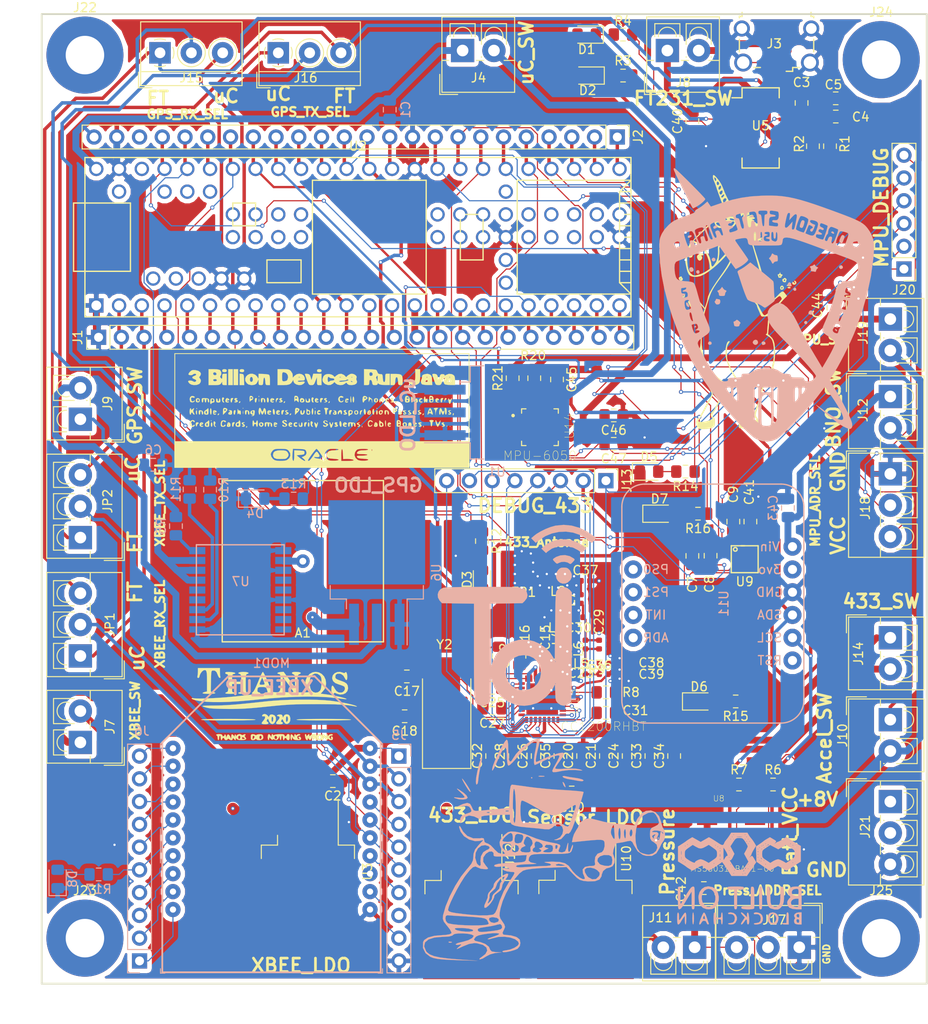
<source format=kicad_pcb>
(kicad_pcb (version 20171130) (host pcbnew 5.0.1)
  (layers (0 F.Cu jumper) (1 In1.Cu signal) (2 In2.Cu signal) (31 B.Cu signal) (34 B.Paste user) (35 F.Paste user) (36 B.SilkS user) (37 F.SilkS user) (38 B.Mask user) (39 F.Mask user) (44 Edge.Cuts user))
  (net 0 "")
  (net 1 "Net-(A1-Pad1)")
  (net 2 AGND)
  (net 3 XBEE_VCC)
  (net 4 FT231_3V3OUT)
  (net 5 "Net-(C4-Pad1)")
  (net 6 "Net-(C5-Pad1)")
  (net 7 "Net-(C6-Pad2)")
  (net 8 uC_accel_x)
  (net 9 uC_accel_y)
  (net 10 uC_accel_z)
  (net 11 FT231X_VCC)
  (net 12 433_VCC)
  (net 13 "/433 MHz Transmitter/LNA_P")
  (net 14 "Net-(C15-Pad2)")
  (net 15 "/433 MHz Transmitter/LNA_N")
  (net 16 "Net-(C17-Pad1)")
  (net 17 "Net-(C18-Pad1)")
  (net 18 "Net-(C19-Pad1)")
  (net 19 "Net-(C19-Pad2)")
  (net 20 "Net-(C22-Pad1)")
  (net 21 "Net-(C23-Pad2)")
  (net 22 "Net-(C23-Pad1)")
  (net 23 "Net-(C25-Pad1)")
  (net 24 "Net-(C27-Pad1)")
  (net 25 "Net-(C29-Pad1)")
  (net 26 "/433 MHz Transmitter/TRX_SW")
  (net 27 "Net-(C31-Pad1)")
  (net 28 "Net-(C36-Pad2)")
  (net 29 "Net-(C37-Pad1)")
  (net 30 ACCEL_VCC)
  (net 31 PRESSURE_VCC)
  (net 32 BNO_VCC)
  (net 33 MPU_VCC)
  (net 34 "Net-(C45-Pad2)")
  (net 35 "Net-(C46-Pad2)")
  (net 36 /Sensors/MPU_VIO)
  (net 37 "Net-(D1-Pad1)")
  (net 38 "Net-(D2-Pad1)")
  (net 39 "Net-(D3-Pad2)")
  (net 40 "Net-(D4-Pad2)")
  (net 41 "Net-(D5-Pad2)")
  (net 42 "Net-(D6-Pad2)")
  (net 43 "Net-(D7-Pad2)")
  (net 44 "Net-(D8-Pad2)")
  (net 45 uC_IMU_TX)
  (net 46 uC_IMU_RX)
  (net 47 uC_30_CAN0RX)
  (net 48 uC_29_CAN0TX)
  (net 49 uC_MOSI_433_trans)
  (net 50 uC_27_rx1-sck0)
  (net 51 uC_26_tx1)
  (net 52 uC_CS_433_trans)
  (net 53 uC_24_DIO)
  (net 54 uC_3V3_OUT)
  (net 55 uC_12_MISO0)
  (net 56 uC_11_MOSI0)
  (net 57 uC_gps_TX)
  (net 58 uC_gps_RX)
  (net 59 uC_TX3)
  (net 60 uC_RX3)
  (net 61 uC_6_pwm)
  (net 62 uC_5_pwm)
  (net 63 uC_4_pwm-SDA2)
  (net 64 uC_3_pwm-SCL2)
  (net 65 uC_2_pwm)
  (net 66 uC_xbee_TX)
  (net 67 uC_xbee_RX)
  (net 68 uC_33-A14-CAN1TX-SCL0-TX5)
  (net 69 uC_34-A15-CAN1RX-SDA0-RX5)
  (net 70 accel_self_test)
  (net 71 uC_433_reset)
  (net 72 uC_37-A18-SCL1)
  (net 73 uC_38-A19-SDA1)
  (net 74 uC_MISO_433_trans)
  (net 75 A21_DAC0)
  (net 76 A22_DAC1)
  (net 77 "uC_13-SCK0(LED)")
  (net 78 uC_SPI_SCK_433_trans)
  (net 79 uC_15-A1-CS0)
  (net 80 uC_16-A2-SCL0)
  (net 81 uC_17-A3-SDA0)
  (net 82 uC_SDA)
  (net 83 uC_SCL)
  (net 84 uC_21-A6-CS0-MOSI1-rx1)
  (net 85 uC_5Vin)
  (net 86 FT231X_VBUS)
  (net 87 "Net-(J3-Pad4)")
  (net 88 /xbee_breakout/XBEE_DOUT)
  (net 89 /xbee_breakout/XBEE_DIN)
  (net 90 /xbee_breakout/DO8)
  (net 91 /xbee_breakout/PWM1)
  (net 92 "Net-(J5-Pad8)")
  (net 93 /xbee_breakout/DTR_SLEEP)
  (net 94 /xbee_breakout/DIO0)
  (net 95 /xbee_breakout/DIO1)
  (net 96 /xbee_breakout/DIO2)
  (net 97 /xbee_breakout/DIO3)
  (net 98 /xbee_breakout/RTS_DIO6)
  (net 99 /xbee_breakout/ASSOC_DIO5)
  (net 100 /xbee_breakout/VREF)
  (net 101 /xbee_breakout/ON_SLEEP)
  (net 102 /xbee_breakout/CTS_DIO7)
  (net 103 /xbee_breakout/DIO4)
  (net 104 XBEE_3V3)
  (net 105 GPS_VCC)
  (net 106 "/433 MHz Transmitter/GPIO0")
  (net 107 "/433 MHz Transmitter/GPIO2")
  (net 108 "/433 MHz Transmitter/GPIO3")
  (net 109 433_VCC_IN)
  (net 110 FT_TX)
  (net 111 "Net-(J15-Pad2)")
  (net 112 "Net-(J16-Pad2)")
  (net 113 FT_RX)
  (net 114 "Net-(J17-Pad2)")
  (net 115 /Sensors/MPU_ADR_SEL)
  (net 116 /Sensors/MPU_XCL)
  (net 117 /Sensors/MPU_XDA)
  (net 118 FT231_D+)
  (net 119 FT231_D-)
  (net 120 "Net-(R3-Pad2)")
  (net 121 "Net-(R4-Pad2)")
  (net 122 "Net-(R5-Pad2)")
  (net 123 "Net-(R8-Pad1)")
  (net 124 "Net-(R10-Pad2)")
  (net 125 "Net-(R11-Pad1)")
  (net 126 "Net-(U2-Pad25)")
  (net 127 "Net-(U2-Pad26)")
  (net 128 "Net-(U2-Pad28)")
  (net 129 "Net-(U2-Pad51)")
  (net 130 "Net-(U2-Pad54)")
  (net 131 "Net-(U2-Pad55)")
  (net 132 "Net-(U2-Pad56)")
  (net 133 "Net-(U2-Pad57)")
  (net 134 "Net-(U2-Pad63)")
  (net 135 "Net-(U2-Pad64)")
  (net 136 "Net-(U2-Pad65)")
  (net 137 "Net-(U2-Pad66)")
  (net 138 "Net-(U2-Pad67)")
  (net 139 "Net-(U2-Pad68)")
  (net 140 "Net-(U2-Pad69)")
  (net 141 "Net-(U2-Pad70)")
  (net 142 "Net-(U2-Pad71)")
  (net 143 "Net-(U2-Pad72)")
  (net 144 "Net-(U2-Pad73)")
  (net 145 "Net-(U2-Pad75)")
  (net 146 "Net-(U2-Pad76)")
  (net 147 "Net-(U2-Pad77)")
  (net 148 "Net-(U2-Pad78)")
  (net 149 "Net-(U2-Pad79)")
  (net 150 "Net-(U2-Pad80)")
  (net 151 "Net-(U2-Pad81)")
  (net 152 "Net-(U2-Pad82)")
  (net 153 "Net-(U2-Pad83)")
  (net 154 "Net-(U2-Pad84)")
  (net 155 "Net-(U2-Pad85)")
  (net 156 "Net-(U2-Pad86)")
  (net 157 "Net-(U2-Pad58)")
  (net 158 "Net-(U2-Pad59)")
  (net 159 "Net-(U2-Pad60)")
  (net 160 "Net-(U5-Pad1)")
  (net 161 "Net-(U5-Pad2)")
  (net 162 "Net-(U5-Pad5)")
  (net 163 "Net-(U5-Pad7)")
  (net 164 "Net-(U5-Pad8)")
  (net 165 "Net-(U5-Pad9)")
  (net 166 "Net-(U5-Pad18)")
  (net 167 "Net-(U5-Pad19)")
  (net 168 "Net-(U7-Pad4)")
  (net 169 "Net-(U7-Pad5)")
  (net 170 "Net-(U7-Pad13)")
  (net 171 "Net-(U7-Pad14)")
  (net 172 "Net-(U7-Pad16)")
  (net 173 "Net-(U7-Pad17)")
  (net 174 "Net-(U7-Pad18)")
  (net 175 "Net-(U8-Pad8)")
  (net 176 "Net-(U13-Pad32)")
  (net 177 "Net-(U14-Pad12)")
  (net 178 "Net-(U14-Pad19)")
  (net 179 "Net-(U14-Pad21)")
  (net 180 "Net-(U14-Pad22)")
  (net 181 "Net-(U11-Pad6)")
  (net 182 "Net-(U11-Pad10)")
  (net 183 "Net-(U11-Pad4)")
  (net 184 "Net-(U11-Pad1)")
  (net 185 "Net-(U11-Pad2)")
  (net 186 "Net-(U11-Pad3)")
  (net 187 "Net-(MOD1-Pad8)")
  (net 188 "Net-(L8-Pad2)")
  (net 189 +8V)
  (net 190 "Net-(J21-Pad2)")
  (net 191 "Net-(J22-Pad1)")
  (net 192 "Net-(J23-Pad1)")
  (net 193 "Net-(J24-Pad1)")
  (net 194 "Net-(J25-Pad1)")
  (net 195 uC_PWR)
  (net 196 "Net-(U2-Pad29)")
  (net 197 uC_3V3_OUT_1)
  (net 198 Sensor_VCC)
  (module LOGO (layer B.Cu) (at 116.84 120.904 180)
    (fp_text reference G*** hide)
    (fp_text value LOGO hide)
  )
  (module LOGO (layer B.Cu) (at 141.732 150.368 180)
    (fp_text reference G*** hide)
    (fp_text value LOGO hide)
  )
  (module LOGO (layer F.Cu) (at 140.716 86.36)
    (fp_text reference G*** hide)
    (fp_text value LOGO hide)
  )
  (module LOGO (layer F.Cu) (at 94.996 98.044)
    (fp_text reference G*** hide)
    (fp_text value LOGO hide)
  )
  (module LOGO (layer F.Cu) (at 89.662 130.81)
    (fp_text reference G*** hide)
    (fp_text value LOGO hide)
  )
  (module LOGO (layer B.Cu) (at 119.888 147.066 180)
    (fp_text reference G*** hide)
    (fp_text value LOGO hide)
  )
  (module LOGO (layer B.Cu) (at 143.51 86.36 180)
    (fp_text reference G*** hide)
    (fp_text value LOGO hide)
  )
  (module digikey-footprints:XBEE_PRO-20_THT (layer B.Cu) (at 89.408 144.78 180)
    (fp_text reference MOD1 (at 0 18.49 180) (layer B.SilkS) (effects (justify mirror)))
    (fp_text value XBP9B-DMWT-002)
    (pad 20 thru_hole circle (at 11 9 180) (size 1.7 1.7) (drill 0.7) (layers *.Cu *.Mask) (net 94 /xbee_breakout/DIO0))
    (pad 19 thru_hole circle (at 11 7 180) (size 1.7 1.7) (drill 0.7) (layers *.Cu *.Mask) (net 95 /xbee_breakout/DIO1))
    (pad 18 thru_hole circle (at 11 5 180) (size 1.7 1.7) (drill 0.7) (layers *.Cu *.Mask) (net 96 /xbee_breakout/DIO2))
    (pad 17 thru_hole circle (at 11 3 180) (size 1.7 1.7) (drill 0.7) (layers *.Cu *.Mask) (net 97 /xbee_breakout/DIO3))
    (pad 16 thru_hole circle (at 11 1 180) (size 1.7 1.7) (drill 0.7) (layers *.Cu *.Mask) (net 98 /xbee_breakout/RTS_DIO6))
    (pad 15 thru_hole circle (at 11 -1 180) (size 1.7 1.7) (drill 0.7) (layers *.Cu *.Mask) (net 99 /xbee_breakout/ASSOC_DIO5))
    (pad 14 thru_hole circle (at 11 -3 180) (size 1.7 1.7) (drill 0.7) (layers *.Cu *.Mask) (net 100 /xbee_breakout/VREF))
    (pad 13 thru_hole circle (at 11 -5 180) (size 1.7 1.7) (drill 0.7) (layers *.Cu *.Mask) (net 101 /xbee_breakout/ON_SLEEP))
    (pad 12 thru_hole circle (at 11 -7 180) (size 1.7 1.7) (drill 0.7) (layers *.Cu *.Mask) (net 102 /xbee_breakout/CTS_DIO7))
    (pad 11 thru_hole circle (at 11 -9 180) (size 1.7 1.7) (drill 0.7) (layers *.Cu *.Mask) (net 103 /xbee_breakout/DIO4))
    (pad 10 thru_hole circle (at -11 -9 180) (size 1.7 1.7) (drill 0.7) (layers *.Cu *.Mask) (net 2 AGND))
    (pad 9 thru_hole circle (at -11 -7 180) (size 1.7 1.7) (drill 0.7) (layers *.Cu *.Mask) (net 93 /xbee_breakout/DTR_SLEEP))
    (pad 8 thru_hole circle (at -11 -5 180) (size 1.7 1.7) (drill 0.7) (layers *.Cu *.Mask) (net 187 "Net-(MOD1-Pad8)"))
    (pad 7 thru_hole circle (at -11 -3 180) (size 1.7 1.7) (drill 0.7) (layers *.Cu *.Mask) (net 91 /xbee_breakout/PWM1))
    (pad 6 thru_hole circle (at -11 -1 180) (size 1.7 1.7) (drill 0.7) (layers *.Cu *.Mask) (net 61 uC_6_pwm))
    (pad 5 thru_hole circle (at -11 1 180) (size 1.7 1.7) (drill 0.7) (layers *.Cu *.Mask) (net 62 uC_5_pwm))
    (pad 4 thru_hole circle (at -11 3 180) (size 1.7 1.7) (drill 0.7) (layers *.Cu *.Mask) (net 90 /xbee_breakout/DO8))
    (pad 3 thru_hole circle (at -11 5 180) (size 1.7 1.7) (drill 0.7) (layers *.Cu *.Mask) (net 89 /xbee_breakout/XBEE_DIN))
    (pad 2 thru_hole circle (at -11 7 180) (size 1.7 1.7) (drill 0.7) (layers *.Cu *.Mask) (net 88 /xbee_breakout/XBEE_DOUT))
    (pad 1 thru_hole circle (at -11 9 180) (size 1.7 1.7) (drill 0.7) (layers *.Cu *.Mask) (net 3 XBEE_VCC))
  )
  (module Connector_PinHeader_2.54mm:PinHeader_1x24_P2.54mm_Vertical (layer F.Cu) (at 128.016 67.564 270)
    (fp_text reference J2 (at 0 -2.33 270) (layer F.SilkS))
    (fp_text value Teensy_RHS)
    (pad 24 thru_hole oval (at 0 58.42 270) (size 1.7 1.7) (drill 1) (layers *.Cu *.Mask) (net 195 uC_PWR))
    (pad 23 thru_hole oval (at 0 55.88 270) (size 1.7 1.7) (drill 1) (layers *.Cu *.Mask) (net 2 AGND))
    (pad 22 thru_hole oval (at 0 53.34 270) (size 1.7 1.7) (drill 1) (layers *.Cu *.Mask) (net 54 uC_3V3_OUT))
    (pad 21 thru_hole oval (at 0 50.8 270) (size 1.7 1.7) (drill 1) (layers *.Cu *.Mask) (net 10 uC_accel_z))
    (pad 20 thru_hole oval (at 0 48.26 270) (size 1.7 1.7) (drill 1) (layers *.Cu *.Mask) (net 9 uC_accel_y))
    (pad 19 thru_hole oval (at 0 45.72 270) (size 1.7 1.7) (drill 1) (layers *.Cu *.Mask) (net 84 uC_21-A6-CS0-MOSI1-rx1))
    (pad 18 thru_hole oval (at 0 43.18 270) (size 1.7 1.7) (drill 1) (layers *.Cu *.Mask) (net 8 uC_accel_x))
    (pad 17 thru_hole oval (at 0 40.64 270) (size 1.7 1.7) (drill 1) (layers *.Cu *.Mask) (net 83 uC_SCL))
    (pad 16 thru_hole oval (at 0 38.1 270) (size 1.7 1.7) (drill 1) (layers *.Cu *.Mask) (net 82 uC_SDA))
    (pad 15 thru_hole oval (at 0 35.56 270) (size 1.7 1.7) (drill 1) (layers *.Cu *.Mask) (net 81 uC_17-A3-SDA0))
    (pad 14 thru_hole oval (at 0 33.02 270) (size 1.7 1.7) (drill 1) (layers *.Cu *.Mask) (net 80 uC_16-A2-SCL0))
    (pad 13 thru_hole oval (at 0 30.48 270) (size 1.7 1.7) (drill 1) (layers *.Cu *.Mask) (net 79 uC_15-A1-CS0))
    (pad 12 thru_hole oval (at 0 27.94 270) (size 1.7 1.7) (drill 1) (layers *.Cu *.Mask) (net 78 uC_SPI_SCK_433_trans))
    (pad 11 thru_hole oval (at 0 25.4 270) (size 1.7 1.7) (drill 1) (layers *.Cu *.Mask) (net 77 "uC_13-SCK0(LED)"))
    (pad 10 thru_hole oval (at 0 22.86 270) (size 1.7 1.7) (drill 1) (layers *.Cu *.Mask) (net 2 AGND))
    (pad 9 thru_hole oval (at 0 20.32 270) (size 1.7 1.7) (drill 1) (layers *.Cu *.Mask) (net 76 A22_DAC1))
    (pad 8 thru_hole oval (at 0 17.78 270) (size 1.7 1.7) (drill 1) (layers *.Cu *.Mask) (net 75 A21_DAC0))
    (pad 7 thru_hole oval (at 0 15.24 270) (size 1.7 1.7) (drill 1) (layers *.Cu *.Mask) (net 74 uC_MISO_433_trans))
    (pad 6 thru_hole oval (at 0 12.7 270) (size 1.7 1.7) (drill 1) (layers *.Cu *.Mask) (net 73 uC_38-A19-SDA1))
    (pad 5 thru_hole oval (at 0 10.16 270) (size 1.7 1.7) (drill 1) (layers *.Cu *.Mask) (net 72 uC_37-A18-SCL1))
    (pad 4 thru_hole oval (at 0 7.62 270) (size 1.7 1.7) (drill 1) (layers *.Cu *.Mask) (net 71 uC_433_reset))
    (pad 3 thru_hole oval (at 0 5.08 270) (size 1.7 1.7) (drill 1) (layers *.Cu *.Mask) (net 70 accel_self_test))
    (pad 2 thru_hole oval (at 0 2.54 270) (size 1.7 1.7) (drill 1) (layers *.Cu *.Mask) (net 69 uC_34-A15-CAN1RX-SDA0-RX5))
    (pad 1 thru_hole rect (at 0 0 270) (size 1.7 1.7) (drill 1) (layers *.Cu *.Mask) (net 68 uC_33-A14-CAN1TX-SCL0-TX5))
  )
  (module TerminalBlock_4Ucon:TerminalBlock_4Ucon_1x02_P3.50mm_Vertical (layer F.Cu) (at 136.652 157.988 180)
    (fp_text reference J11 (at 3.81 3.302 180) (layer F.SilkS))
    (fp_text value PRESSURE_SW)
    (pad 1 thru_hole rect (at 0 0 180) (size 2.6 2.6) (drill 1.3) (layers *.Cu *.Mask) (net 31 PRESSURE_VCC))
    (pad 2 thru_hole circle (at 3.5 0 180) (size 2.6 2.6) (drill 1.3) (layers *.Cu *.Mask) (net 198 Sensor_VCC))
  )
  (module Connector_PinHeader_2.54mm:PinHeader_1x10_P2.54mm_Vertical (layer B.Cu) (at 103.632 136.652 180)
    (fp_text reference J5 (at 0 2.33 180) (layer B.SilkS) (effects (justify mirror)))
    (fp_text value XBEE_LHS)
    (pad 10 thru_hole oval (at 0 -22.86 180) (size 1.7 1.7) (drill 1) (layers *.Cu *.Mask) (net 2 AGND))
    (pad 9 thru_hole oval (at 0 -20.32 180) (size 1.7 1.7) (drill 1) (layers *.Cu *.Mask) (net 93 /xbee_breakout/DTR_SLEEP))
    (pad 8 thru_hole oval (at 0 -17.78 180) (size 1.7 1.7) (drill 1) (layers *.Cu *.Mask) (net 92 "Net-(J5-Pad8)"))
    (pad 7 thru_hole oval (at 0 -15.24 180) (size 1.7 1.7) (drill 1) (layers *.Cu *.Mask) (net 91 /xbee_breakout/PWM1))
    (pad 6 thru_hole oval (at 0 -12.7 180) (size 1.7 1.7) (drill 1) (layers *.Cu *.Mask) (net 61 uC_6_pwm))
    (pad 5 thru_hole oval (at 0 -10.16 180) (size 1.7 1.7) (drill 1) (layers *.Cu *.Mask) (net 62 uC_5_pwm))
    (pad 4 thru_hole oval (at 0 -7.62 180) (size 1.7 1.7) (drill 1) (layers *.Cu *.Mask) (net 90 /xbee_breakout/DO8))
    (pad 3 thru_hole oval (at 0 -5.08 180) (size 1.7 1.7) (drill 1) (layers *.Cu *.Mask) (net 89 /xbee_breakout/XBEE_DIN))
    (pad 2 thru_hole oval (at 0 -2.54 180) (size 1.7 1.7) (drill 1) (layers *.Cu *.Mask) (net 88 /xbee_breakout/XBEE_DOUT))
    (pad 1 thru_hole rect (at 0 0 180) (size 1.7 1.7) (drill 1) (layers *.Cu *.Mask) (net 3 XBEE_VCC))
  )
  (module TerminalBlock_4Ucon:TerminalBlock_4Ucon_1x03_P3.50mm_Horizontal (layer F.Cu) (at 76.962 58.166)
    (fp_text reference J15 (at 3.5 2.794) (layer F.SilkS))
    (fp_text value GPS_RX_JUMPER)
    (pad 1 thru_hole rect (at 0 0) (size 2.4 2.4) (drill 1.2) (layers *.Cu *.Mask) (net 110 FT_TX))
    (pad 2 thru_hole circle (at 3.5 0) (size 2.4 2.4) (drill 1.2) (layers *.Cu *.Mask) (net 111 "Net-(J15-Pad2)"))
    (pad 3 thru_hole circle (at 7 0) (size 2.4 2.4) (drill 1.2) (layers *.Cu *.Mask) (net 57 uC_gps_TX))
  )
  (module Package_TO_SOT_SMD:TO-263-3_TabPin2 (layer F.Cu) (at 124.46 153.458 270)
    (fp_text reference U10 (at -5.376 -4.572 270) (layer F.SilkS))
    (fp_text value Sensor_3V3_Supply)
    (pad 2 smd rect (at 3.375 0 270) (size 9.4 10.8) (layers F.Cu F.Mask) (net 198 Sensor_VCC))
    (pad 3 smd rect (at -5.775 2.54 270) (size 4.6 1.1) (layers F.Cu F.Paste F.Mask) (net 189 +8V))
    (pad 2 smd rect (at -5.775 0 270) (size 4.6 1.1) (layers F.Cu F.Paste F.Mask) (net 198 Sensor_VCC))
    (pad 1 smd rect (at -5.775 -2.54 270) (size 4.6 1.1) (layers F.Cu F.Paste F.Mask) (net 2 AGND))
  )
  (module Capacitor_SMD:C_0805_2012Metric_Pad1.15x1.40mm_HandSolder (layer F.Cu) (at 127.617792 101.80689 180)
    (fp_text reference C47 (at 0 -1.65 180) (layer F.SilkS))
    (fp_text value 0.1uF)
    (pad 2 smd roundrect (at 1.025 0 180) (size 1.15 1.4) (layers F.Cu F.Paste F.Mask) (roundrect_rratio 0.217391) (net 36 /Sensors/MPU_VIO))
    (pad 1 smd roundrect (at -1.025 0 180) (size 1.15 1.4) (layers F.Cu F.Paste F.Mask) (roundrect_rratio 0.217391) (net 2 AGND))
  )
  (module RF_Antenna:Patch_Antenna_18mmx18mm (layer F.Cu) (at 92.907574 114.901566)
    (fp_text reference A1 (at 0 8) (layer F.SilkS))
    (fp_text value ANTENNA)
    (pad 1 thru_hole circle (at 0 0) (size 1.524 1.524) (drill 0.762) (layers *.Cu *.Mask) (net 1 "Net-(A1-Pad1)"))
  )
  (module Capacitor_SMD:C_0805_2012Metric_Pad1.15x1.40mm_HandSolder (layer B.Cu) (at 102.607 64.516 270)
    (fp_text reference C1 (at 0 -1.778 270) (layer B.SilkS) (effects (justify mirror)))
    (fp_text value 4700pF)
    (pad 2 smd roundrect (at 1.025 0 270) (size 1.15 1.4) (layers B.Cu B.Paste B.Mask) (roundrect_rratio 0.217391) (net 2 AGND))
    (pad 1 smd roundrect (at -1.025 0 270) (size 1.15 1.4) (layers B.Cu B.Paste B.Mask) (roundrect_rratio 0.217391) (net 195 uC_PWR))
  )
  (module Capacitor_SMD:C_0805_2012Metric_Pad1.15x1.40mm_HandSolder (layer F.Cu) (at 96.257 139.446 180)
    (fp_text reference C2 (at 0 -1.65 180) (layer F.SilkS))
    (fp_text value 4700pF)
    (pad 2 smd roundrect (at 1.025 0 180) (size 1.15 1.4) (layers F.Cu F.Paste F.Mask) (roundrect_rratio 0.217391) (net 3 XBEE_VCC))
    (pad 1 smd roundrect (at -1.025 0 180) (size 1.15 1.4) (layers F.Cu F.Paste F.Mask) (roundrect_rratio 0.217391) (net 2 AGND))
  )
  (module Capacitor_SMD:C_0805_2012Metric_Pad1.15x1.40mm_HandSolder (layer F.Cu) (at 148.59 63.763 90)
    (fp_text reference C3 (at 2.295 0 180) (layer F.SilkS))
    (fp_text value 0.1uF)
    (pad 2 smd roundrect (at 1.025 0 90) (size 1.15 1.4) (layers F.Cu F.Paste F.Mask) (roundrect_rratio 0.217391) (net 2 AGND))
    (pad 1 smd roundrect (at -1.025 0 90) (size 1.15 1.4) (layers F.Cu F.Paste F.Mask) (roundrect_rratio 0.217391) (net 4 FT231_3V3OUT))
  )
  (module Capacitor_SMD:C_0805_2012Metric_Pad1.15x1.40mm_HandSolder (layer F.Cu) (at 152.409 65.278)
    (fp_text reference C4 (at 2.785 0.042766) (layer F.SilkS))
    (fp_text value 47pF)
    (pad 2 smd roundrect (at 1.025 0) (size 1.15 1.4) (layers F.Cu F.Paste F.Mask) (roundrect_rratio 0.217391) (net 2 AGND))
    (pad 1 smd roundrect (at -1.025 0) (size 1.15 1.4) (layers F.Cu F.Paste F.Mask) (roundrect_rratio 0.217391) (net 5 "Net-(C4-Pad1)"))
  )
  (module Capacitor_SMD:C_0805_2012Metric_Pad1.15x1.40mm_HandSolder (layer F.Cu) (at 152.4 63.246)
    (fp_text reference C5 (at -0.254 -1.524) (layer F.SilkS))
    (fp_text value 47pF)
    (pad 2 smd roundrect (at 1.025 0) (size 1.15 1.4) (layers F.Cu F.Paste F.Mask) (roundrect_rratio 0.217391) (net 2 AGND))
    (pad 1 smd roundrect (at -1.025 0) (size 1.15 1.4) (layers F.Cu F.Paste F.Mask) (roundrect_rratio 0.217391) (net 6 "Net-(C5-Pad1)"))
  )
  (module Capacitor_SMD:C_0805_2012Metric_Pad1.15x1.40mm_HandSolder (layer B.Cu) (at 76.209 104.14 180)
    (fp_text reference C6 (at 0 1.65 180) (layer B.SilkS) (effects (justify mirror)))
    (fp_text value 4700pF)
    (pad 2 smd roundrect (at 1.025 0 180) (size 1.15 1.4) (layers B.Cu B.Paste B.Mask) (roundrect_rratio 0.217391) (net 7 "Net-(C6-Pad2)"))
    (pad 1 smd roundrect (at -1.025 0 180) (size 1.15 1.4) (layers B.Cu B.Paste B.Mask) (roundrect_rratio 0.217391) (net 2 AGND))
  )
  (module Capacitor_SMD:C_0805_2012Metric_Pad1.15x1.40mm_HandSolder (layer F.Cu) (at 136.398 114.309 90)
    (fp_text reference C7 (at -3.166 0 90) (layer F.SilkS))
    (fp_text value 0.1uF)
    (pad 2 smd roundrect (at 1.025 0 90) (size 1.15 1.4) (layers F.Cu F.Paste F.Mask) (roundrect_rratio 0.217391) (net 2 AGND))
    (pad 1 smd roundrect (at -1.025 0 90) (size 1.15 1.4) (layers F.Cu F.Paste F.Mask) (roundrect_rratio 0.217391) (net 8 uC_accel_x))
  )
  (module Capacitor_SMD:C_0805_2012Metric_Pad1.15x1.40mm_HandSolder (layer F.Cu) (at 138.43 114.291 90)
    (fp_text reference C8 (at -3.166 -0.127 90) (layer F.SilkS))
    (fp_text value 0.1uF)
    (pad 2 smd roundrect (at 1.025 0 90) (size 1.15 1.4) (layers F.Cu F.Paste F.Mask) (roundrect_rratio 0.217391) (net 2 AGND))
    (pad 1 smd roundrect (at -1.025 0 90) (size 1.15 1.4) (layers F.Cu F.Paste F.Mask) (roundrect_rratio 0.217391) (net 9 uC_accel_y))
  )
  (module Capacitor_SMD:C_0805_2012Metric_Pad1.15x1.40mm_HandSolder (layer F.Cu) (at 140.97 110.481 90)
    (fp_text reference C9 (at 3.039 0 90) (layer F.SilkS))
    (fp_text value 0.1uF)
    (pad 2 smd roundrect (at 1.025 0 90) (size 1.15 1.4) (layers F.Cu F.Paste F.Mask) (roundrect_rratio 0.217391) (net 2 AGND))
    (pad 1 smd roundrect (at -1.025 0 90) (size 1.15 1.4) (layers F.Cu F.Paste F.Mask) (roundrect_rratio 0.217391) (net 10 uC_accel_z))
  )
  (module Capacitor_SMD:C_0805_2012Metric_Pad1.15x1.40mm_HandSolder (layer F.Cu) (at 122.927 140.716 180)
    (fp_text reference C10 (at 0 -1.65 180) (layer F.SilkS))
    (fp_text value 4700pF)
    (pad 2 smd roundrect (at 1.025 0 180) (size 1.15 1.4) (layers F.Cu F.Paste F.Mask) (roundrect_rratio 0.217391) (net 2 AGND))
    (pad 1 smd roundrect (at -1.025 0 180) (size 1.15 1.4) (layers F.Cu F.Paste F.Mask) (roundrect_rratio 0.217391) (net 198 Sensor_VCC))
  )
  (module Capacitor_SMD:C_0805_2012Metric_Pad1.15x1.40mm_HandSolder (layer F.Cu) (at 104.521 127.762 180)
    (fp_text reference C17 (at 0 -1.65 180) (layer F.SilkS))
    (fp_text value 15pF)
    (pad 2 smd roundrect (at 1.025 0 180) (size 1.15 1.4) (layers F.Cu F.Paste F.Mask) (roundrect_rratio 0.217391) (net 2 AGND))
    (pad 1 smd roundrect (at -1.025 0 180) (size 1.15 1.4) (layers F.Cu F.Paste F.Mask) (roundrect_rratio 0.217391) (net 16 "Net-(C17-Pad1)"))
  )
  (module Capacitor_SMD:C_0805_2012Metric_Pad1.15x1.40mm_HandSolder (layer F.Cu) (at 104.276 132.207 180)
    (fp_text reference C18 (at 0 -1.65 180) (layer F.SilkS))
    (fp_text value 15pF)
    (pad 2 smd roundrect (at 1.025 0 180) (size 1.15 1.4) (layers F.Cu F.Paste F.Mask) (roundrect_rratio 0.217391) (net 2 AGND))
    (pad 1 smd roundrect (at -1.025 0 180) (size 1.15 1.4) (layers F.Cu F.Paste F.Mask) (roundrect_rratio 0.217391) (net 17 "Net-(C18-Pad1)"))
  )
  (module Capacitor_SMD:C_0805_2012Metric_Pad1.15x1.40mm_HandSolder (layer F.Cu) (at 114.808 125.476 90)
    (fp_text reference C19 (at 0 -1.65 90) (layer F.SilkS))
    (fp_text value 1.5nF)
    (pad 2 smd roundrect (at 1.025 0 90) (size 1.15 1.4) (layers F.Cu F.Paste F.Mask) (roundrect_rratio 0.217391) (net 19 "Net-(C19-Pad2)"))
    (pad 1 smd roundrect (at -1.025 0 90) (size 1.15 1.4) (layers F.Cu F.Paste F.Mask) (roundrect_rratio 0.217391) (net 18 "Net-(C19-Pad1)"))
  )
  (module Capacitor_SMD:C_0805_2012Metric_Pad1.15x1.40mm_HandSolder (layer F.Cu) (at 124.206 136.643 90)
    (fp_text reference C20 (at 0 -1.65 90) (layer F.SilkS))
    (fp_text value 47nF)
    (pad 2 smd roundrect (at 1.025 0 90) (size 1.15 1.4) (layers F.Cu F.Paste F.Mask) (roundrect_rratio 0.217391) (net 2 AGND))
    (pad 1 smd roundrect (at -1.025 0 90) (size 1.15 1.4) (layers F.Cu F.Paste F.Mask) (roundrect_rratio 0.217391) (net 12 433_VCC))
  )
  (module Capacitor_SMD:C_0805_2012Metric_Pad1.15x1.40mm_HandSolder (layer F.Cu) (at 126.746 136.643 90)
    (fp_text reference C21 (at 0 -1.65 90) (layer F.SilkS))
    (fp_text value 47nF)
    (pad 2 smd roundrect (at 1.025 0 90) (size 1.15 1.4) (layers F.Cu F.Paste F.Mask) (roundrect_rratio 0.217391) (net 2 AGND))
    (pad 1 smd roundrect (at -1.025 0 90) (size 1.15 1.4) (layers F.Cu F.Paste F.Mask) (roundrect_rratio 0.217391) (net 12 433_VCC))
  )
  (module Capacitor_SMD:C_0805_2012Metric_Pad1.15x1.40mm_HandSolder (layer F.Cu) (at 117.094 125.467 90)
    (fp_text reference C22 (at 0 -1.65 90) (layer F.SilkS))
    (fp_text value 47nF)
    (pad 2 smd roundrect (at 1.025 0 90) (size 1.15 1.4) (layers F.Cu F.Paste F.Mask) (roundrect_rratio 0.217391) (net 2 AGND))
    (pad 1 smd roundrect (at -1.025 0 90) (size 1.15 1.4) (layers F.Cu F.Paste F.Mask) (roundrect_rratio 0.217391) (net 20 "Net-(C22-Pad1)"))
  )
  (module Capacitor_SMD:C_0805_2012Metric_Pad1.15x1.40mm_HandSolder (layer F.Cu) (at 129.286 136.643 90)
    (fp_text reference C24 (at 0 -1.65 90) (layer F.SilkS))
    (fp_text value 47nF)
    (pad 2 smd roundrect (at 1.025 0 90) (size 1.15 1.4) (layers F.Cu F.Paste F.Mask) (roundrect_rratio 0.217391) (net 2 AGND))
    (pad 1 smd roundrect (at -1.025 0 90) (size 1.15 1.4) (layers F.Cu F.Paste F.Mask) (roundrect_rratio 0.217391) (net 12 433_VCC))
  )
  (module Capacitor_SMD:C_0805_2012Metric_Pad1.15x1.40mm_HandSolder (layer F.Cu) (at 114.037 129.032 180)
    (fp_text reference C25 (at 0 -1.65 180) (layer F.SilkS))
    (fp_text value 47nF)
    (pad 2 smd roundrect (at 1.025 0 180) (size 1.15 1.4) (layers F.Cu F.Paste F.Mask) (roundrect_rratio 0.217391) (net 2 AGND))
    (pad 1 smd roundrect (at -1.025 0 180) (size 1.15 1.4) (layers F.Cu F.Paste F.Mask) (roundrect_rratio 0.217391) (net 23 "Net-(C25-Pad1)"))
  )
  (module Capacitor_SMD:C_0805_2012Metric_Pad1.15x1.40mm_HandSolder (layer F.Cu) (at 119.126 136.643 90)
    (fp_text reference C26 (at 0 -1.65 90) (layer F.SilkS))
    (fp_text value 47nF)
    (pad 2 smd roundrect (at 1.025 0 90) (size 1.15 1.4) (layers F.Cu F.Paste F.Mask) (roundrect_rratio 0.217391) (net 2 AGND))
    (pad 1 smd roundrect (at -1.025 0 90) (size 1.15 1.4) (layers F.Cu F.Paste F.Mask) (roundrect_rratio 0.217391) (net 12 433_VCC))
  )
  (module Capacitor_SMD:C_0805_2012Metric_Pad1.15x1.40mm_HandSolder (layer F.Cu) (at 114.046 131.318 180)
    (fp_text reference C27 (at 0 -1.65 180) (layer F.SilkS))
    (fp_text value 10nF)
    (pad 2 smd roundrect (at 1.025 0 180) (size 1.15 1.4) (layers F.Cu F.Paste F.Mask) (roundrect_rratio 0.217391) (net 2 AGND))
    (pad 1 smd roundrect (at -1.025 0 180) (size 1.15 1.4) (layers F.Cu F.Paste F.Mask) (roundrect_rratio 0.217391) (net 24 "Net-(C27-Pad1)"))
  )
  (module Capacitor_SMD:C_0805_2012Metric_Pad1.15x1.40mm_HandSolder (layer F.Cu) (at 116.586 136.643 90)
    (fp_text reference C28 (at 0 -1.65 90) (layer F.SilkS))
    (fp_text value 47nF)
    (pad 2 smd roundrect (at 1.025 0 90) (size 1.15 1.4) (layers F.Cu F.Paste F.Mask) (roundrect_rratio 0.217391) (net 2 AGND))
    (pad 1 smd roundrect (at -1.025 0 90) (size 1.15 1.4) (layers F.Cu F.Paste F.Mask) (roundrect_rratio 0.217391) (net 12 433_VCC))
  )
  (module Capacitor_SMD:C_0805_2012Metric_Pad1.15x1.40mm_HandSolder (layer F.Cu) (at 126.737 131.826)
    (fp_text reference C31 (at 3.311 -0.254) (layer F.SilkS))
    (fp_text value 220nF)
    (pad 2 smd roundrect (at 1.025 0) (size 1.15 1.4) (layers F.Cu F.Paste F.Mask) (roundrect_rratio 0.217391) (net 2 AGND))
    (pad 1 smd roundrect (at -1.025 0) (size 1.15 1.4) (layers F.Cu F.Paste F.Mask) (roundrect_rratio 0.217391) (net 27 "Net-(C31-Pad1)"))
  )
  (module Capacitor_SMD:C_0805_2012Metric_Pad1.15x1.40mm_HandSolder (layer F.Cu) (at 114.046 136.643 90)
    (fp_text reference C32 (at 0 -1.65 90) (layer F.SilkS))
    (fp_text value 47nF)
    (pad 2 smd roundrect (at 1.025 0 90) (size 1.15 1.4) (layers F.Cu F.Paste F.Mask) (roundrect_rratio 0.217391) (net 2 AGND))
    (pad 1 smd roundrect (at -1.025 0 90) (size 1.15 1.4) (layers F.Cu F.Paste F.Mask) (roundrect_rratio 0.217391) (net 12 433_VCC))
  )
  (module Capacitor_SMD:C_0805_2012Metric_Pad1.15x1.40mm_HandSolder (layer F.Cu) (at 131.826 136.643 90)
    (fp_text reference C33 (at 0 -1.65 90) (layer F.SilkS))
    (fp_text value 47nF)
    (pad 2 smd roundrect (at 1.025 0 90) (size 1.15 1.4) (layers F.Cu F.Paste F.Mask) (roundrect_rratio 0.217391) (net 2 AGND))
    (pad 1 smd roundrect (at -1.025 0 90) (size 1.15 1.4) (layers F.Cu F.Paste F.Mask) (roundrect_rratio 0.217391) (net 12 433_VCC))
  )
  (module Capacitor_SMD:C_0805_2012Metric_Pad1.15x1.40mm_HandSolder (layer F.Cu) (at 134.366 136.643 90)
    (fp_text reference C34 (at 0 -1.65 90) (layer F.SilkS))
    (fp_text value 47nF)
    (pad 2 smd roundrect (at 1.025 0 90) (size 1.15 1.4) (layers F.Cu F.Paste F.Mask) (roundrect_rratio 0.217391) (net 2 AGND))
    (pad 1 smd roundrect (at -1.025 0 90) (size 1.15 1.4) (layers F.Cu F.Paste F.Mask) (roundrect_rratio 0.217391) (net 12 433_VCC))
  )
  (module Capacitor_SMD:C_0805_2012Metric_Pad1.15x1.40mm_HandSolder (layer F.Cu) (at 121.666 136.643 90)
    (fp_text reference C35 (at 0 -1.65 90) (layer F.SilkS))
    (fp_text value 47nF)
    (pad 2 smd roundrect (at 1.025 0 90) (size 1.15 1.4) (layers F.Cu F.Paste F.Mask) (roundrect_rratio 0.217391) (net 2 AGND))
    (pad 1 smd roundrect (at -1.025 0 90) (size 1.15 1.4) (layers F.Cu F.Paste F.Mask) (roundrect_rratio 0.217391) (net 12 433_VCC))
  )
  (module Capacitor_SMD:C_0805_2012Metric_Pad1.15x1.40mm_HandSolder (layer F.Cu) (at 136.398 65.795 90)
    (fp_text reference C40 (at 0 -1.65 90) (layer F.SilkS))
    (fp_text value 4700pF)
    (pad 2 smd roundrect (at 1.025 0 90) (size 1.15 1.4) (layers F.Cu F.Paste F.Mask) (roundrect_rratio 0.217391) (net 11 FT231X_VCC))
    (pad 1 smd roundrect (at -1.025 0 90) (size 1.15 1.4) (layers F.Cu F.Paste F.Mask) (roundrect_rratio 0.217391) (net 2 AGND))
  )
  (module Capacitor_SMD:C_0805_2012Metric_Pad1.15x1.40mm_HandSolder (layer F.Cu) (at 142.875 110.481 270)
    (fp_text reference C41 (at -3.293 0.127 270) (layer F.SilkS))
    (fp_text value 4700pF)
    (pad 2 smd roundrect (at 1.025 0 270) (size 1.15 1.4) (layers F.Cu F.Paste F.Mask) (roundrect_rratio 0.217391) (net 30 ACCEL_VCC))
    (pad 1 smd roundrect (at -1.025 0 270) (size 1.15 1.4) (layers F.Cu F.Paste F.Mask) (roundrect_rratio 0.217391) (net 2 AGND))
  )
  (module Capacitor_SMD:C_0805_2012Metric_Pad1.15x1.40mm_HandSolder (layer F.Cu) (at 137.677 151.384 180)
    (fp_text reference C42 (at 2.531 -0.127 270) (layer F.SilkS))
    (fp_text value 4700pF)
    (pad 2 smd roundrect (at 1.025 0 180) (size 1.15 1.4) (layers F.Cu F.Paste F.Mask) (roundrect_rratio 0.217391) (net 31 PRESSURE_VCC))
    (pad 1 smd roundrect (at -1.025 0 180) (size 1.15 1.4) (layers F.Cu F.Paste F.Mask) (roundrect_rratio 0.217391) (net 2 AGND))
  )
  (module Capacitor_SMD:C_0805_2012Metric_Pad1.15x1.40mm_HandSolder (layer B.Cu) (at 147.066 108.957 270)
    (fp_text reference C43 (at 0 1.65 270) (layer B.SilkS) (effects (justify mirror)))
    (fp_text value 4700pF)
    (pad 2 smd roundrect (at 1.025 0 270) (size 1.15 1.4) (layers B.Cu B.Paste B.Mask) (roundrect_rratio 0.217391) (net 32 BNO_VCC))
    (pad 1 smd roundrect (at -1.025 0 270) (size 1.15 1.4) (layers B.Cu B.Paste B.Mask) (roundrect_rratio 0.217391) (net 2 AGND))
  )
  (module Capacitor_SMD:C_0805_2012Metric_Pad1.15x1.40mm_HandSolder (layer F.Cu) (at 152.146 86.623 270)
    (fp_text reference C44 (at -0.263 1.778 270) (layer F.SilkS))
    (fp_text value 4700pF)
    (pad 2 smd roundrect (at 1.025 0 270) (size 1.15 1.4) (layers F.Cu F.Paste F.Mask) (roundrect_rratio 0.217391) (net 33 MPU_VCC))
    (pad 1 smd roundrect (at -1.025 0 270) (size 1.15 1.4) (layers F.Cu F.Paste F.Mask) (roundrect_rratio 0.217391) (net 2 AGND))
  )
  (module Capacitor_SMD:C_0805_2012Metric_Pad1.15x1.40mm_HandSolder (layer F.Cu) (at 121.285 94.624 270)
    (fp_text reference C45 (at 0 -1.65 270) (layer F.SilkS))
    (fp_text value 2.2nF)
    (pad 2 smd roundrect (at 1.025 0 270) (size 1.15 1.4) (layers F.Cu F.Paste F.Mask) (roundrect_rratio 0.217391) (net 34 "Net-(C45-Pad2)"))
    (pad 1 smd roundrect (at -1.025 0 270) (size 1.15 1.4) (layers F.Cu F.Paste F.Mask) (roundrect_rratio 0.217391) (net 2 AGND))
  )
  (module Capacitor_SMD:C_0805_2012Metric_Pad1.15x1.40mm_HandSolder (layer F.Cu) (at 127.617792 98.63189 180)
    (fp_text reference C46 (at 0 -1.65 180) (layer F.SilkS))
    (fp_text value 0.1uF)
    (pad 2 smd roundrect (at 1.025 0 180) (size 1.15 1.4) (layers F.Cu F.Paste F.Mask) (roundrect_rratio 0.217391) (net 35 "Net-(C46-Pad2)"))
    (pad 1 smd roundrect (at -1.025 0 180) (size 1.15 1.4) (layers F.Cu F.Paste F.Mask) (roundrect_rratio 0.217391) (net 2 AGND))
  )
  (module LED_SMD:LED_0805_2012Metric_Pad1.15x1.40mm_HandSolder (layer F.Cu) (at 124.596 56.134 180)
    (fp_text reference D1 (at 0 -1.65 180) (layer F.SilkS))
    (fp_text value Yellow)
    (pad 2 smd roundrect (at 1.025 0 180) (size 1.15 1.4) (layers F.Cu F.Paste F.Mask) (roundrect_rratio 0.217391) (net 4 FT231_3V3OUT))
    (pad 1 smd roundrect (at -1.025 0 180) (size 1.15 1.4) (layers F.Cu F.Paste F.Mask) (roundrect_rratio 0.217391) (net 37 "Net-(D1-Pad1)"))
  )
  (module LED_SMD:LED_0805_2012Metric_Pad1.15x1.40mm_HandSolder (layer F.Cu) (at 124.705 60.706 180)
    (fp_text reference D2 (at 0 -1.65 180) (layer F.SilkS))
    (fp_text value Red)
    (pad 2 smd roundrect (at 1.025 0 180) (size 1.15 1.4) (layers F.Cu F.Paste F.Mask) (roundrect_rratio 0.217391) (net 4 FT231_3V3OUT))
    (pad 1 smd roundrect (at -1.025 0 180) (size 1.15 1.4) (layers F.Cu F.Paste F.Mask) (roundrect_rratio 0.217391) (net 38 "Net-(D2-Pad1)"))
  )
  (module LED_SMD:LED_0805_2012Metric_Pad1.15x1.40mm_HandSolder (layer F.Cu) (at 112.903 116.958 90)
    (fp_text reference D3 (at 0 -1.65 90) (layer F.SilkS))
    (fp_text value 433_Heartbeat)
    (pad 2 smd roundrect (at 1.025 0 90) (size 1.15 1.4) (layers F.Cu F.Paste F.Mask) (roundrect_rratio 0.217391) (net 39 "Net-(D3-Pad2)"))
    (pad 1 smd roundrect (at -1.025 0 90) (size 1.15 1.4) (layers F.Cu F.Paste F.Mask) (roundrect_rratio 0.217391) (net 2 AGND))
  )
  (module LED_SMD:LED_0805_2012Metric_Pad1.15x1.40mm_HandSolder (layer B.Cu) (at 87.582574 107.916566)
    (fp_text reference D4 (at 0 1.65) (layer B.SilkS) (effects (justify mirror)))
    (fp_text value GPS_Heartbeat)
    (pad 2 smd roundrect (at 1.025 0) (size 1.15 1.4) (layers B.Cu B.Paste B.Mask) (roundrect_rratio 0.217391) (net 40 "Net-(D4-Pad2)"))
    (pad 1 smd roundrect (at -1.025 0) (size 1.15 1.4) (layers B.Cu B.Paste B.Mask) (roundrect_rratio 0.217391) (net 2 AGND))
  )
  (module LED_SMD:LED_0805_2012Metric_Pad1.15x1.40mm_HandSolder (layer F.Cu) (at 131.563 104.902)
    (fp_text reference D5 (at 0 -1.65) (layer F.SilkS))
    (fp_text value IMU_heartbeat)
    (pad 2 smd roundrect (at 1.025 0) (size 1.15 1.4) (layers F.Cu F.Paste F.Mask) (roundrect_rratio 0.217391) (net 41 "Net-(D5-Pad2)"))
    (pad 1 smd roundrect (at -1.025 0) (size 1.15 1.4) (layers F.Cu F.Paste F.Mask) (roundrect_rratio 0.217391) (net 2 AGND))
  )
  (module LED_SMD:LED_0805_2012Metric_Pad1.15x1.40mm_HandSolder (layer F.Cu) (at 137.151 130.556)
    (fp_text reference D6 (at 0 -1.65) (layer F.SilkS))
    (fp_text value MS0_heartbeat)
    (pad 2 smd roundrect (at 1.025 0) (size 1.15 1.4) (layers F.Cu F.Paste F.Mask) (roundrect_rratio 0.217391) (net 42 "Net-(D6-Pad2)"))
    (pad 1 smd roundrect (at -1.025 0) (size 1.15 1.4) (layers F.Cu F.Paste F.Mask) (roundrect_rratio 0.217391) (net 2 AGND))
  )
  (module LED_SMD:LED_0805_2012Metric_Pad1.15x1.40mm_HandSolder (layer F.Cu) (at 132.724 109.601)
    (fp_text reference D7 (at 0 -1.65) (layer F.SilkS))
    (fp_text value ACCEL_heartbeat)
    (pad 2 smd roundrect (at 1.025 0) (size 1.15 1.4) (layers F.Cu F.Paste F.Mask) (roundrect_rratio 0.217391) (net 43 "Net-(D7-Pad2)"))
    (pad 1 smd roundrect (at -1.025 0) (size 1.15 1.4) (layers F.Cu F.Paste F.Mask) (roundrect_rratio 0.217391) (net 2 AGND))
  )
  (module LED_SMD:LED_0805_2012Metric_Pad1.15x1.40mm_HandSolder (layer B.Cu) (at 65.532 150.368 90)
    (fp_text reference D8 (at 0 1.65 90) (layer B.SilkS) (effects (justify mirror)))
    (fp_text value XBEE_HEARTBEAT)
    (pad 2 smd roundrect (at 1.025 0 90) (size 1.15 1.4) (layers B.Cu B.Paste B.Mask) (roundrect_rratio 0.217391) (net 44 "Net-(D8-Pad2)"))
    (pad 1 smd roundrect (at -1.025 0 90) (size 1.15 1.4) (layers B.Cu B.Paste B.Mask) (roundrect_rratio 0.217391) (net 2 AGND))
  )
  (module Connector_PinHeader_2.54mm:PinHeader_1x24_P2.54mm_Vertical (layer F.Cu) (at 70.104 89.916 90)
    (fp_text reference J1 (at 0 -2.33 90) (layer F.SilkS))
    (fp_text value Teensy_LHS)
    (pad 24 thru_hole oval (at 0 58.42 90) (size 1.7 1.7) (drill 1) (layers *.Cu *.Mask) (net 45 uC_IMU_TX))
    (pad 23 thru_hole oval (at 0 55.88 90) (size 1.7 1.7) (drill 1) (layers *.Cu *.Mask) (net 46 uC_IMU_RX))
    (pad 22 thru_hole oval (at 0 53.34 90) (size 1.7 1.7) (drill 1) (layers *.Cu *.Mask) (net 47 uC_30_CAN0RX))
    (pad 21 thru_hole oval (at 0 50.8 90) (size 1.7 1.7) (drill 1) (layers *.Cu *.Mask) (net 48 uC_29_CAN0TX))
    (pad 20 thru_hole oval (at 0 48.26 90) (size 1.7 1.7) (drill 1) (layers *.Cu *.Mask) (net 49 uC_MOSI_433_trans))
    (pad 19 thru_hole oval (at 0 45.72 90) (size 1.7 1.7) (drill 1) (layers *.Cu *.Mask) (net 50 uC_27_rx1-sck0))
    (pad 18 thru_hole oval (at 0 43.18 90) (size 1.7 1.7) (drill 1) (layers *.Cu *.Mask) (net 51 uC_26_tx1))
    (pad 17 thru_hole oval (at 0 40.64 90) (size 1.7 1.7) (drill 1) (layers *.Cu *.Mask) (net 52 uC_CS_433_trans))
    (pad 16 thru_hole oval (at 0 38.1 90) (size 1.7 1.7) (drill 1) (layers *.Cu *.Mask) (net 53 uC_24_DIO))
    (pad 15 thru_hole oval (at 0 35.56 90) (size 1.7 1.7) (drill 1) (layers *.Cu *.Mask) (net 197 uC_3V3_OUT_1))
    (pad 14 thru_hole oval (at 0 33.02 90) (size 1.7 1.7) (drill 1) (layers *.Cu *.Mask) (net 55 uC_12_MISO0))
    (pad 13 thru_hole oval (at 0 30.48 90) (size 1.7 1.7) (drill 1) (layers *.Cu *.Mask) (net 56 uC_11_MOSI0))
    (pad 12 thru_hole oval (at 0 27.94 90) (size 1.7 1.7) (drill 1) (layers *.Cu *.Mask) (net 57 uC_gps_TX))
    (pad 11 thru_hole oval (at 0 25.4 90) (size 1.7 1.7) (drill 1) (layers *.Cu *.Mask) (net 58 uC_gps_RX))
    (pad 10 thru_hole oval (at 0 22.86 90) (size 1.7 1.7) (drill 1) (layers *.Cu *.Mask) (net 59 uC_TX3))
    (pad 9 thru_hole oval (at 0 20.32 90) (size 1.7 1.7) (drill 1) (layers *.Cu *.Mask) (net 60 uC_RX3))
    (pad 8 thru_hole oval (at 0 17.78 90) (size 1.7 1.7) (drill 1) (layers *.Cu *.Mask) (net 61 uC_6_pwm))
    (pad 7 thru_hole oval (at 0 15.24 90) (size 1.7 1.7) (drill 1) (layers *.Cu *.Mask) (net 62 uC_5_pwm))
    (pad 6 thru_hole oval (at 0 12.7 90) (size 1.7 1.7) (drill 1) (layers *.Cu *.Mask) (net 63 uC_4_pwm-SDA2))
    (pad 5 thru_hole oval (at 0 10.16 90) (size 1.7 1.7) (drill 1) (layers *.Cu *.Mask) (net 64 uC_3_pwm-SCL2))
    (pad 4 thru_hole oval (at 0 7.62 90) (size 1.7 1.7) (drill 1) (layers *.Cu *.Mask) (net 65 uC_2_pwm))
    (pad 3 thru_hole oval (at 0 5.08 90) (size 1.7 1.7) (drill 1) (layers *.Cu *.Mask) (net 66 uC_xbee_TX))
    (pad 2 thru_hole oval (at 0 2.54 90) (size 1.7 1.7) (drill 1) (layers *.Cu *.Mask) (net 67 uC_xbee_RX))
    (pad 1 thru_hole rect (at 0 0 90) (size 1.7 1.7) (drill 1) (layers *.Cu *.Mask) (net 2 AGND))
  )
  (module Connector_USB:USB_Micro-B_Wuerth_629105150521_CircularHoles (layer F.Cu) (at 145.796 57.404 180)
    (fp_text reference J3 (at 0.254 0.254 180) (layer F.SilkS))
    (fp_text value FT231X_USB)
    (pad "" np_thru_hole circle (at 2.5 -0.8 180) (size 0.8 0.8) (drill 0.8) (layers *.Cu *.Mask))
    (pad "" np_thru_hole circle (at -2.5 -0.8 180) (size 0.8 0.8) (drill 0.8) (layers *.Cu *.Mask))
    (pad 6 thru_hole circle (at 3.875 1.95 180) (size 1.8 1.8) (drill 1.2) (layers *.Cu *.Mask) (net 2 AGND))
    (pad 6 thru_hole circle (at -3.875 1.95 180) (size 1.8 1.8) (drill 1.2) (layers *.Cu *.Mask) (net 2 AGND))
    (pad 6 thru_hole circle (at 3.725 -1.85 180) (size 2 2) (drill 1.4) (layers *.Cu *.Mask) (net 2 AGND))
    (pad 6 thru_hole circle (at -3.725 -1.85 180) (size 2 2) (drill 1.4) (layers *.Cu *.Mask) (net 2 AGND))
    (pad 5 smd rect (at 1.3 -1.9 180) (size 0.45 1.3) (layers F.Cu F.Paste F.Mask) (net 2 AGND))
    (pad 4 smd rect (at 0.65 -1.9 180) (size 0.45 1.3) (layers F.Cu F.Paste F.Mask) (net 87 "Net-(J3-Pad4)"))
    (pad 3 smd rect (at 0 -1.9 180) (size 0.45 1.3) (layers F.Cu F.Paste F.Mask) (net 5 "Net-(C4-Pad1)"))
    (pad 2 smd rect (at -0.65 -1.9 180) (size 0.45 1.3) (layers F.Cu F.Paste F.Mask) (net 6 "Net-(C5-Pad1)"))
    (pad 1 smd rect (at -1.3 -1.9 180) (size 0.45 1.3) (layers F.Cu F.Paste F.Mask) (net 86 FT231X_VBUS))
  )
  (module Connector_PinHeader_2.54mm:PinHeader_1x10_P2.54mm_Vertical (layer B.Cu) (at 74.676 159.512)
    (fp_text reference J6 (at 0.254 -25.654) (layer B.SilkS) (effects (justify mirror)))
    (fp_text value XBEE_RHS)
    (pad 10 thru_hole oval (at 0 -22.86) (size 1.7 1.7) (drill 1) (layers *.Cu *.Mask) (net 94 /xbee_breakout/DIO0))
    (pad 9 thru_hole oval (at 0 -20.32) (size 1.7 1.7) (drill 1) (layers *.Cu *.Mask) (net 95 /xbee_breakout/DIO1))
    (pad 8 thru_hole oval (at 0 -17.78) (size 1.7 1.7) (drill 1) (layers *.Cu *.Mask) (net 96 /xbee_breakout/DIO2))
    (pad 7 thru_hole oval (at 0 -15.24) (size 1.7 1.7) (drill 1) (layers *.Cu *.Mask) (net 97 /xbee_breakout/DIO3))
    (pad 6 thru_hole oval (at 0 -12.7) (size 1.7 1.7) (drill 1) (layers *.Cu *.Mask) (net 98 /xbee_breakout/RTS_DIO6))
    (pad 5 thru_hole oval (at 0 -10.16) (size 1.7 1.7) (drill 1) (layers *.Cu *.Mask) (net 99 /xbee_breakout/ASSOC_DIO5))
    (pad 4 thru_hole oval (at 0 -7.62) (size 1.7 1.7) (drill 1) (layers *.Cu *.Mask) (net 100 /xbee_breakout/VREF))
    (pad 3 thru_hole oval (at 0 -5.08) (size 1.7 1.7) (drill 1) (layers *.Cu *.Mask) (net 101 /xbee_breakout/ON_SLEEP))
    (pad 2 thru_hole oval (at 0 -2.54) (size 1.7 1.7) (drill 1) (layers *.Cu *.Mask) (net 102 /xbee_breakout/CTS_DIO7))
    (pad 1 thru_hole rect (at 0 0) (size 1.7 1.7) (drill 1) (layers *.Cu *.Mask) (net 103 /xbee_breakout/DIO4))
  )
  (module Connector_PinHeader_2.54mm:PinHeader_1x08_P2.54mm_Vertical (layer F.Cu) (at 126.746 105.918 270)
    (fp_text reference J13 (at 0 -2.33 270) (layer F.SilkS))
    (fp_text value DEBUG_BREAKOUT_433)
    (pad 8 thru_hole oval (at 0 17.78 270) (size 1.7 1.7) (drill 1) (layers *.Cu *.Mask) (net 108 "/433 MHz Transmitter/GPIO3"))
    (pad 7 thru_hole oval (at 0 15.24 270) (size 1.7 1.7) (drill 1) (layers *.Cu *.Mask) (net 107 "/433 MHz Transmitter/GPIO2"))
    (pad 6 thru_hole oval (at 0 12.7 270) (size 1.7 1.7) (drill 1) (layers *.Cu *.Mask) (net 106 "/433 MHz Transmitter/GPIO0"))
    (pad 5 thru_hole oval (at 0 10.16 270) (size 1.7 1.7) (drill 1) (layers *.Cu *.Mask) (net 52 uC_CS_433_trans))
    (pad 4 thru_hole oval (at 0 7.62 270) (size 1.7 1.7) (drill 1) (layers *.Cu *.Mask) (net 74 uC_MISO_433_trans))
    (pad 3 thru_hole oval (at 0 5.08 270) (size 1.7 1.7) (drill 1) (layers *.Cu *.Mask) (net 49 uC_MOSI_433_trans))
    (pad 2 thru_hole oval (at 0 2.54 270) (size 1.7 1.7) (drill 1) (layers *.Cu *.Mask) (net 78 uC_SPI_SCK_433_trans))
    (pad 1 thru_hole rect (at 0 0 270) (size 1.7 1.7) (drill 1) (layers *.Cu *.Mask) (net 71 uC_433_reset))
  )
  (module Connector_PinHeader_2.54mm:PinHeader_1x06_P2.54mm_Vertical (layer F.Cu) (at 160.02 82.296 180)
    (fp_text reference J20 (at 0 -2.33 180) (layer F.SilkS))
    (fp_text value MPU_BREAKOUT)
    (pad 6 thru_hole oval (at 0 12.7 180) (size 1.7 1.7) (drill 1) (layers *.Cu *.Mask) (net 115 /Sensors/MPU_ADR_SEL))
    (pad 5 thru_hole oval (at 0 10.16 180) (size 1.7 1.7) (drill 1) (layers *.Cu *.Mask) (net 82 uC_SDA))
    (pad 4 thru_hole oval (at 0 7.62 180) (size 1.7 1.7) (drill 1) (layers *.Cu *.Mask) (net 83 uC_SCL))
    (pad 3 thru_hole oval (at 0 5.08 180) (size 1.7 1.7) (drill 1) (layers *.Cu *.Mask) (net 117 /Sensors/MPU_XDA))
    (pad 2 thru_hole oval (at 0 2.54 180) (size 1.7 1.7) (drill 1) (layers *.Cu *.Mask) (net 116 /Sensors/MPU_XCL))
    (pad 1 thru_hole rect (at 0 0 180) (size 1.7 1.7) (drill 1) (layers *.Cu *.Mask) (net 36 /Sensors/MPU_VIO))
  )
  (module Inductor_SMD:L_0402_1005Metric (layer F.Cu) (at 123.952 127.508)
    (fp_text reference L5 (at 0 -1.17) (layer F.SilkS))
    (fp_text value 56nH)
    (pad 2 smd roundrect (at 0.485 0) (size 0.59 0.64) (layers F.Cu F.Paste F.Mask) (net 28 "Net-(C36-Pad2)"))
    (pad 1 smd roundrect (at -0.485 0) (size 0.59 0.64) (layers F.Cu F.Paste F.Mask) (net 21 "Net-(C23-Pad2)"))
  )
  (module Resistor_SMD:R_0805_2012Metric_Pad1.15x1.40mm_HandSolder (layer F.Cu) (at 151.765 68.589 90)
    (fp_text reference R1 (at 0.263 1.651 90) (layer F.SilkS))
    (fp_text value 27)
    (pad 2 smd roundrect (at 1.025 0 90) (size 1.15 1.4) (layers F.Cu F.Paste F.Mask) (roundrect_rratio 0.217391) (net 5 "Net-(C4-Pad1)"))
    (pad 1 smd roundrect (at -1.025 0 90) (size 1.15 1.4) (layers F.Cu F.Paste F.Mask) (roundrect_rratio 0.217391) (net 118 FT231_D+))
  )
  (module Resistor_SMD:R_0805_2012Metric_Pad1.15x1.40mm_HandSolder (layer F.Cu) (at 149.86 68.589 270)
    (fp_text reference R2 (at -0.263 1.524 270) (layer F.SilkS))
    (fp_text value 27)
    (pad 2 smd roundrect (at 1.025 0 270) (size 1.15 1.4) (layers F.Cu F.Paste F.Mask) (roundrect_rratio 0.217391) (net 119 FT231_D-))
    (pad 1 smd roundrect (at -1.025 0 270) (size 1.15 1.4) (layers F.Cu F.Paste F.Mask) (roundrect_rratio 0.217391) (net 6 "Net-(C5-Pad1)"))
  )
  (module Resistor_SMD:R_0805_2012Metric_Pad1.15x1.40mm_HandSolder (layer F.Cu) (at 128.66 60.706)
    (fp_text reference R3 (at 0 -1.65) (layer F.SilkS))
    (fp_text value 1k)
    (pad 2 smd roundrect (at 1.025 0) (size 1.15 1.4) (layers F.Cu F.Paste F.Mask) (roundrect_rratio 0.217391) (net 120 "Net-(R3-Pad2)"))
    (pad 1 smd roundrect (at -1.025 0) (size 1.15 1.4) (layers F.Cu F.Paste F.Mask) (roundrect_rratio 0.217391) (net 38 "Net-(D2-Pad1)"))
  )
  (module Resistor_SMD:R_0805_2012Metric_Pad1.15x1.40mm_HandSolder (layer F.Cu) (at 128.651 56.134)
    (fp_text reference R4 (at 0 -1.524) (layer F.SilkS))
    (fp_text value 1k)
    (pad 2 smd roundrect (at 1.025 0) (size 1.15 1.4) (layers F.Cu F.Paste F.Mask) (roundrect_rratio 0.217391) (net 121 "Net-(R4-Pad2)"))
    (pad 1 smd roundrect (at -1.025 0) (size 1.15 1.4) (layers F.Cu F.Paste F.Mask) (roundrect_rratio 0.217391) (net 37 "Net-(D1-Pad1)"))
  )
  (module Resistor_SMD:R_0805_2012Metric_Pad1.15x1.40mm_HandSolder (layer B.Cu) (at 78.74 110.989 270)
    (fp_text reference R5 (at 0 1.65 270) (layer B.SilkS) (effects (justify mirror)))
    (fp_text value 3k3)
    (pad 2 smd roundrect (at 1.025 0 270) (size 1.15 1.4) (layers B.Cu B.Paste B.Mask) (roundrect_rratio 0.217391) (net 122 "Net-(R5-Pad2)"))
    (pad 1 smd roundrect (at -1.025 0 270) (size 1.15 1.4) (layers B.Cu B.Paste B.Mask) (roundrect_rratio 0.217391) (net 7 "Net-(C6-Pad2)"))
  )
  (module Resistor_SMD:R_0805_2012Metric_Pad1.15x1.40mm_HandSolder (layer F.Cu) (at 145.406 139.827)
    (fp_text reference R6 (at 0 -1.65) (layer F.SilkS))
    (fp_text value 2.2k)
    (pad 2 smd roundrect (at 1.025 0) (size 1.15 1.4) (layers F.Cu F.Paste F.Mask) (roundrect_rratio 0.217391) (net 83 uC_SCL))
    (pad 1 smd roundrect (at -1.025 0) (size 1.15 1.4) (layers F.Cu F.Paste F.Mask) (roundrect_rratio 0.217391) (net 31 PRESSURE_VCC))
  )
  (module Resistor_SMD:R_0805_2012Metric_Pad1.15x1.40mm_HandSolder (layer F.Cu) (at 141.596 139.827)
    (fp_text reference R7 (at 0 -1.65) (layer F.SilkS))
    (fp_text value 2.2k)
    (pad 2 smd roundrect (at 1.025 0) (size 1.15 1.4) (layers F.Cu F.Paste F.Mask) (roundrect_rratio 0.217391) (net 31 PRESSURE_VCC))
    (pad 1 smd roundrect (at -1.025 0) (size 1.15 1.4) (layers F.Cu F.Paste F.Mask) (roundrect_rratio 0.217391) (net 82 uC_SDA))
  )
  (module Resistor_SMD:R_0805_2012Metric_Pad1.15x1.40mm_HandSolder (layer B.Cu) (at 82.55 106.925 270)
    (fp_text reference R10 (at 0.009 -1.524 270) (layer B.SilkS) (effects (justify mirror)))
    (fp_text value 20)
    (pad 2 smd roundrect (at 1.025 0 270) (size 1.15 1.4) (layers B.Cu B.Paste B.Mask) (roundrect_rratio 0.217391) (net 124 "Net-(R10-Pad2)"))
    (pad 1 smd roundrect (at -1.025 0 270) (size 1.15 1.4) (layers B.Cu B.Paste B.Mask) (roundrect_rratio 0.217391) (net 112 "Net-(J16-Pad2)"))
  )
  (module Resistor_SMD:R_0805_2012Metric_Pad1.15x1.40mm_HandSolder (layer B.Cu) (at 80.264 106.891566 90)
    (fp_text reference R11 (at 0 -1.524 90) (layer B.SilkS) (effects (justify mirror)))
    (fp_text value 20)
    (pad 2 smd roundrect (at 1.025 0 90) (size 1.15 1.4) (layers B.Cu B.Paste B.Mask) (roundrect_rratio 0.217391) (net 111 "Net-(J15-Pad2)"))
    (pad 1 smd roundrect (at -1.025 0 90) (size 1.15 1.4) (layers B.Cu B.Paste B.Mask) (roundrect_rratio 0.217391) (net 125 "Net-(R11-Pad1)"))
  )
  (module Resistor_SMD:R_0805_2012Metric_Pad1.15x1.40mm_HandSolder (layer F.Cu) (at 112.903 112.658 270)
    (fp_text reference R12 (at 0 -1.65 270) (layer F.SilkS))
    (fp_text value 1k)
    (pad 2 smd roundrect (at 1.025 0 270) (size 1.15 1.4) (layers F.Cu F.Paste F.Mask) (roundrect_rratio 0.217391) (net 39 "Net-(D3-Pad2)"))
    (pad 1 smd roundrect (at -1.025 0 270) (size 1.15 1.4) (layers F.Cu F.Paste F.Mask) (roundrect_rratio 0.217391) (net 72 uC_37-A18-SCL1))
  )
  (module Resistor_SMD:R_0805_2012Metric_Pad1.15x1.40mm_HandSolder (layer B.Cu) (at 91.882574 107.916566 180)
    (fp_text reference R13 (at 0 1.65 180) (layer B.SilkS) (effects (justify mirror)))
    (fp_text value 1k)
    (pad 2 smd roundrect (at 1.025 0 180) (size 1.15 1.4) (layers B.Cu B.Paste B.Mask) (roundrect_rratio 0.217391) (net 40 "Net-(D4-Pad2)"))
    (pad 1 smd roundrect (at -1.025 0 180) (size 1.15 1.4) (layers B.Cu B.Paste B.Mask) (roundrect_rratio 0.217391) (net 73 uC_38-A19-SDA1))
  )
  (module Resistor_SMD:R_0805_2012Metric_Pad1.15x1.40mm_HandSolder (layer F.Cu) (at 135.627 104.902 180)
    (fp_text reference R14 (at 0 -1.65 180) (layer F.SilkS))
    (fp_text value 1k)
    (pad 2 smd roundrect (at 1.025 0 180) (size 1.15 1.4) (layers F.Cu F.Paste F.Mask) (roundrect_rratio 0.217391) (net 41 "Net-(D5-Pad2)"))
    (pad 1 smd roundrect (at -1.025 0 180) (size 1.15 1.4) (layers F.Cu F.Paste F.Mask) (roundrect_rratio 0.217391) (net 75 A21_DAC0))
  )
  (module Resistor_SMD:R_0805_2012Metric_Pad1.15x1.40mm_HandSolder (layer F.Cu) (at 141.233 130.556 180)
    (fp_text reference R15 (at 0 -1.65 180) (layer F.SilkS))
    (fp_text value 1k)
    (pad 2 smd roundrect (at 1.025 0 180) (size 1.15 1.4) (layers F.Cu F.Paste F.Mask) (roundrect_rratio 0.217391) (net 42 "Net-(D6-Pad2)"))
    (pad 1 smd roundrect (at -1.025 0 180) (size 1.15 1.4) (layers F.Cu F.Paste F.Mask) (roundrect_rratio 0.217391) (net 76 A22_DAC1))
  )
  (module Resistor_SMD:R_0805_2012Metric_Pad1.15x1.40mm_HandSolder (layer F.Cu) (at 137.024 109.601 180)
    (fp_text reference R16 (at 0 -1.65 180) (layer F.SilkS))
    (fp_text value 1k)
    (pad 2 smd roundrect (at 1.025 0 180) (size 1.15 1.4) (layers F.Cu F.Paste F.Mask) (roundrect_rratio 0.217391) (net 43 "Net-(D7-Pad2)"))
    (pad 1 smd roundrect (at -1.025 0 180) (size 1.15 1.4) (layers F.Cu F.Paste F.Mask) (roundrect_rratio 0.217391) (net 79 uC_15-A1-CS0))
  )
  (module Resistor_SMD:R_0805_2012Metric_Pad1.15x1.40mm_HandSolder (layer B.Cu) (at 70.113 149.86)
    (fp_text reference R17 (at 0 1.65) (layer B.SilkS) (effects (justify mirror)))
    (fp_text value 1k)
    (pad 2 smd roundrect (at 1.025 0) (size 1.15 1.4) (layers B.Cu B.Paste B.Mask) (roundrect_rratio 0.217391) (net 99 /xbee_breakout/ASSOC_DIO5))
    (pad 1 smd roundrect (at -1.025 0) (size 1.15 1.4) (layers B.Cu B.Paste B.Mask) (roundrect_rratio 0.217391) (net 44 "Net-(D8-Pad2)"))
  )
  (module Resistor_SMD:R_0805_2012Metric_Pad1.15x1.40mm_HandSolder (layer F.Cu) (at 118.745 94.479 90)
    (fp_text reference R20 (at 2.531 -0.127 180) (layer F.SilkS))
    (fp_text value 10k)
    (pad 2 smd roundrect (at 1.025 0 90) (size 1.15 1.4) (layers F.Cu F.Paste F.Mask) (roundrect_rratio 0.217391) (net 33 MPU_VCC))
    (pad 1 smd roundrect (at -1.025 0 90) (size 1.15 1.4) (layers F.Cu F.Paste F.Mask) (roundrect_rratio 0.217391) (net 83 uC_SCL))
  )
  (module Resistor_SMD:R_0805_2012Metric_Pad1.15x1.40mm_HandSolder (layer F.Cu) (at 116.332 94.479 90)
    (fp_text reference R21 (at 0 -1.65 90) (layer F.SilkS))
    (fp_text value 10k)
    (pad 2 smd roundrect (at 1.025 0 90) (size 1.15 1.4) (layers F.Cu F.Paste F.Mask) (roundrect_rratio 0.217391) (net 33 MPU_VCC))
    (pad 1 smd roundrect (at -1.025 0 90) (size 1.15 1.4) (layers F.Cu F.Paste F.Mask) (roundrect_rratio 0.217391) (net 82 uC_SDA))
  )
  (module teensy:Teensy35_36 (layer F.Cu) (at 99.06 78.74)
    (fp_text reference U2 (at 0 -10.16) (layer F.SilkS))
    (fp_text value Teensy3.6)
    (pad 62 thru_hole circle (at -12.7 4.62) (size 1.6 1.6) (drill 1.1) (layers *.Cu *.Mask) (net 2 AGND))
    (pad 61 thru_hole circle (at -15.24 4.62) (size 1.6 1.6) (drill 1.1) (layers *.Cu *.Mask) (net 2 AGND))
    (pad 60 thru_hole circle (at -17.78 4.62) (size 1.6 1.6) (drill 1.1) (layers *.Cu *.Mask) (net 159 "Net-(U2-Pad60)"))
    (pad 59 thru_hole circle (at -20.32 4.62) (size 1.6 1.6) (drill 1.1) (layers *.Cu *.Mask) (net 158 "Net-(U2-Pad59)"))
    (pad 58 thru_hole circle (at -22.86 4.62) (size 1.6 1.6) (drill 1.1) (layers *.Cu *.Mask) (net 157 "Net-(U2-Pad58)"))
    (pad 86 thru_hole circle (at -13.97 -2.54) (size 1.6 1.6) (drill 1.1) (layers *.Cu *.Mask) (net 156 "Net-(U2-Pad86)"))
    (pad 85 thru_hole circle (at -11.43 -2.54) (size 1.6 1.6) (drill 1.1) (layers *.Cu *.Mask) (net 155 "Net-(U2-Pad85)"))
    (pad 84 thru_hole circle (at -8.89 -2.54) (size 1.6 1.6) (drill 1.1) (layers *.Cu *.Mask) (net 154 "Net-(U2-Pad84)"))
    (pad 83 thru_hole circle (at -6.35 -2.54) (size 1.6 1.6) (drill 1.1) (layers *.Cu *.Mask) (net 153 "Net-(U2-Pad83)"))
    (pad 82 thru_hole circle (at 8.89 -2.54) (size 1.6 1.6) (drill 1.1) (layers *.Cu *.Mask) (net 152 "Net-(U2-Pad82)"))
    (pad 81 thru_hole circle (at 11.43 -2.54) (size 1.6 1.6) (drill 1.1) (layers *.Cu *.Mask) (net 151 "Net-(U2-Pad81)"))
    (pad 80 thru_hole circle (at 13.97 -2.54) (size 1.6 1.6) (drill 1.1) (layers *.Cu *.Mask) (net 150 "Net-(U2-Pad80)"))
    (pad 79 thru_hole circle (at 19.05 -2.54) (size 1.6 1.6) (drill 1.1) (layers *.Cu *.Mask) (net 149 "Net-(U2-Pad79)"))
    (pad 78 thru_hole circle (at 21.59 -2.54) (size 1.6 1.6) (drill 1.1) (layers *.Cu *.Mask) (net 148 "Net-(U2-Pad78)"))
    (pad 77 thru_hole circle (at 24.13 -2.54) (size 1.6 1.6) (drill 1.1) (layers *.Cu *.Mask) (net 147 "Net-(U2-Pad77)"))
    (pad 76 thru_hole circle (at 26.67 -2.54) (size 1.6 1.6) (drill 1.1) (layers *.Cu *.Mask) (net 146 "Net-(U2-Pad76)"))
    (pad 75 thru_hole circle (at 29.21 -2.54) (size 1.6 1.6) (drill 1.1) (layers *.Cu *.Mask) (net 145 "Net-(U2-Pad75)"))
    (pad 74 thru_hole circle (at 29.21 0) (size 1.6 1.6) (drill 1.1) (layers *.Cu *.Mask) (net 2 AGND))
    (pad 73 thru_hole circle (at 26.67 0) (size 1.6 1.6) (drill 1.1) (layers *.Cu *.Mask) (net 144 "Net-(U2-Pad73)"))
    (pad 72 thru_hole circle (at 24.13 0) (size 1.6 1.6) (drill 1.1) (layers *.Cu *.Mask) (net 143 "Net-(U2-Pad72)"))
    (pad 71 thru_hole circle (at 21.59 0) (size 1.6 1.6) (drill 1.1) (layers *.Cu *.Mask) (net 142 "Net-(U2-Pad71)"))
    (pad 70 thru_hole circle (at 19.05 0) (size 1.6 1.6) (drill 1.1) (layers *.Cu *.Mask) (net 141 "Net-(U2-Pad70)"))
    (pad 69 thru_hole circle (at 13.97 0) (size 1.6 1.6) (drill 1.1) (layers *.Cu *.Mask) (net 140 "Net-(U2-Pad69)"))
    (pad 68 thru_hole circle (at 11.43 0) (size 1.6 1.6) (drill 1.1) (layers *.Cu *.Mask) (net 139 "Net-(U2-Pad68)"))
    (pad 67 thru_hole circle (at 8.89 0) (size 1.6 1.6) (drill 1.1) (layers *.Cu *.Mask) (net 138 "Net-(U2-Pad67)"))
    (pad 66 thru_hole circle (at -6.35 0) (size 1.6 1.6) (drill 1.1) (layers *.Cu *.Mask) (net 137 "Net-(U2-Pad66)"))
    (pad 65 thru_hole circle (at -8.89 0) (size 1.6 1.6) (drill 1.1) (layers *.Cu *.Mask) (net 136 "Net-(U2-Pad65)"))
    (pad 64 thru_hole circle (at -11.43 0) (size 1.6 1.6) (drill 1.1) (layers *.Cu *.Mask) (net 135 "Net-(U2-Pad64)"))
    (pad 63 thru_hole circle (at -13.97 0) (size 1.6 1.6) (drill 1.1) (layers *.Cu *.Mask) (net 134 "Net-(U2-Pad63)"))
    (pad 57 thru_hole circle (at -16.51 -5.08) (size 1.6 1.6) (drill 1.1) (layers *.Cu *.Mask) (net 133 "Net-(U2-Pad57)"))
    (pad 56 thru_hole circle (at -19.05 -5.08) (size 1.6 1.6) (drill 1.1) (layers *.Cu *.Mask) (net 132 "Net-(U2-Pad56)"))
    (pad 55 thru_hole circle (at -21.59 -5.08) (size 1.6 1.6) (drill 1.1) (layers *.Cu *.Mask) (net 131 "Net-(U2-Pad55)"))
    (pad 54 thru_hole circle (at -26.67 -5.08) (size 1.6 1.6) (drill 1.1) (layers *.Cu *.Mask) (net 130 "Net-(U2-Pad54)"))
    (pad 53 thru_hole circle (at -29.21 -7.62) (size 1.6 1.6) (drill 1.1) (layers *.Cu *.Mask) (net 195 uC_PWR))
    (pad 52 thru_hole circle (at -26.67 -7.62) (size 1.6 1.6) (drill 1.1) (layers *.Cu *.Mask) (net 2 AGND))
    (pad 51 thru_hole circle (at -24.13 -7.62) (size 1.6 1.6) (drill 1.1) (layers *.Cu *.Mask) (net 129 "Net-(U2-Pad51)"))
    (pad 50 thru_hole circle (at -21.59 -7.62) (size 1.6 1.6) (drill 1.1) (layers *.Cu *.Mask) (net 10 uC_accel_z))
    (pad 49 thru_hole circle (at -19.05 -7.62) (size 1.6 1.6) (drill 1.1) (layers *.Cu *.Mask) (net 9 uC_accel_y))
    (pad 48 thru_hole circle (at -16.51 -7.62) (size 1.6 1.6) (drill 1.1) (layers *.Cu *.Mask) (net 84 uC_21-A6-CS0-MOSI1-rx1))
    (pad 47 thru_hole circle (at -13.97 -7.62) (size 1.6 1.6) (drill 1.1) (layers *.Cu *.Mask) (net 8 uC_accel_x))
    (pad 46 thru_hole circle (at -11.43 -7.62) (size 1.6 1.6) (drill 1.1) (layers *.Cu *.Mask) (net 83 uC_SCL))
    (pad 45 thru_hole circle (at -8.89 -7.62) (size 1.6 1.6) (drill 1.1) (layers *.Cu *.Mask) (net 82 uC_SDA))
    (pad 44 thru_hole circle (at -6.35 -7.62) (size 1.6 1.6) (drill 1.1) (layers *.Cu *.Mask) (net 81 uC_17-A3-SDA0))
    (pad 43 thru_hole circle (at -3.81 -7.62) (size 1.6 1.6) (drill 1.1) (layers *.Cu *.Mask) (net 80 uC_16-A2-SCL0))
    (pad 42 thru_hole circle (at -1.27 -7.62) (size 1.6 1.6) (drill 1.1) (layers *.Cu *.Mask) (net 79 uC_15-A1-CS0))
    (pad 41 thru_hole circle (at 1.27 -7.62) (size 1.6 1.6) (drill 1.1) (layers *.Cu *.Mask) (net 78 uC_SPI_SCK_433_trans))
    (pad 40 thru_hole circle (at 3.81 -7.62) (size 1.6 1.6) (drill 1.1) (layers *.Cu *.Mask) (net 77 "uC_13-SCK0(LED)"))
    (pad 39 thru_hole circle (at 6.35 -7.62) (size 1.6 1.6) (drill 1.1) (layers *.Cu *.Mask) (net 2 AGND))
    (pad 38 thru_hole circle (at 8.89 -7.62) (size 1.6 1.6) (drill 1.1) (layers *.Cu *.Mask) (net 76 A22_DAC1))
    (pad 1 thru_hole rect (at -29.21 7.62) (size 1.6 1.6) (drill 1.1) (layers *.Cu *.Mask) (net 2 AGND))
    (pad 2 thru_hole circle (at -26.67 7.62) (size 1.6 1.6) (drill 1.1) (layers *.Cu *.Mask) (net 67 uC_xbee_RX))
    (pad 3 thru_hole circle (at -24.13 7.62) (size 1.6 1.6) (drill 1.1) (layers *.Cu *.Mask) (net 66 uC_xbee_TX))
    (pad 4 thru_hole circle (at -21.59 7.62) (size 1.6 1.6) (drill 1.1) (layers *.Cu *.Mask) (net 65 uC_2_pwm))
    (pad 5 thru_hole circle (at -19.05 7.62) (size 1.6 1.6) (drill 1.1) (layers *.Cu *.Mask) (net 64 uC_3_pwm-SCL2))
    (pad 6 thru_hole circle (at -16.51 7.62) (size 1.6 1.6) (drill 1.1) (layers *.Cu *.Mask) (net 63 uC_4_pwm-SDA2))
    (pad 7 thru_hole circle (at -13.97 7.62) (size 1.6 1.6) (drill 1.1) (layers *.Cu *.Mask) (net 62 uC_5_pwm))
    (pad 8 thru_hole circle (at -11.43 7.62) (size 1.6 1.6) (drill 1.1) (layers *.Cu *.Mask) (net 61 uC_6_pwm))
    (pad 9 thru_hole circle (at -8.89 7.62) (size 1.6 1.6) (drill 1.1) (layers *.Cu *.Mask) (net 60 uC_RX3))
    (pad 10 thru_hole circle (at -6.35 7.62) (size 1.6 1.6) (drill 1.1) (layers *.Cu *.Mask) (net 59 uC_TX3))
    (pad 11 thru_hole circle (at -3.81 7.62) (size 1.6 1.6) (drill 1.1) (layers *.Cu *.Mask) (net 58 uC_gps_RX))
    (pad 12 thru_hole circle (at -1.27 7.62) (size 1.6 1.6) (drill 1.1) (layers *.Cu *.Mask) (net 57 uC_gps_TX))
    (pad 13 thru_hole circle (at 1.27 7.62) (size 1.6 1.6) (drill 1.1) (layers *.Cu *.Mask) (net 56 uC_11_MOSI0))
    (pad 37 thru_hole circle (at 11.43 -7.62) (size 1.6 1.6) (drill 1.1) (layers *.Cu *.Mask) (net 75 A21_DAC0))
    (pad 36 thru_hole circle (at 13.97 -7.62) (size 1.6 1.6) (drill 1.1) (layers *.Cu *.Mask) (net 74 uC_MISO_433_trans))
    (pad 35 thru_hole circle (at 16.51 -7.62) (size 1.6 1.6) (drill 1.1) (layers *.Cu *.Mask) (net 73 uC_38-A19-SDA1))
    (pad 34 thru_hole circle (at 19.05 -7.62) (size 1.6 1.6) (drill 1.1) (layers *.Cu *.Mask) (net 72 uC_37-A18-SCL1))
    (pad 33 thru_hole circle (at 21.59 -7.62) (size 1.6 1.6) (drill 1.1) (layers *.Cu *.Mask) (net 71 uC_433_reset))
    (pad 32 thru_hole circle (at 24.13 -7.62) (size 1.6 1.6) (drill 1.1) (layers *.Cu *.Mask) (net 70 accel_self_test))
    (pad 31 thru_hole circle (at 26.67 -7.62) (size 1.6 1.6) (drill 1.1) (layers *.Cu *.Mask) (net 69 uC_34-A15-CAN1RX-SDA0-RX5))
    (pad 30 thru_hole circle (at 29.21 -7.62) (size 1.6 1.6) (drill 1.1) (layers *.Cu *.Mask) (net 68 uC_33-A14-CAN1TX-SCL0-TX5))
    (pad 29 thru_hole circle (at 16.51 -5.08) (size 1.6 1.6) (drill 1.1) (layers *.Cu *.Mask) (net 196 "Net-(U2-Pad29)"))
    (pad 28 thru_hole circle (at 16.51 -2.54) (size 1.6 1.6) (drill 1.1) (layers *.Cu *.Mask) (net 128 "Net-(U2-Pad28)"))
    (pad 27 thru_hole circle (at 16.51 0) (size 1.6 1.6) (drill 1.1) (layers *.Cu *.Mask) (net 2 AGND))
    (pad 26 thru_hole circle (at 16.51 2.54) (size 1.6 1.6) (drill 1.1) (layers *.Cu *.Mask) (net 127 "Net-(U2-Pad26)"))
    (pad 25 thru_hole circle (at 16.51 5.08) (size 1.6 1.6) (drill 1.1) (layers *.Cu *.Mask) (net 126 "Net-(U2-Pad25)"))
    (pad 24 thru_hole circle (at 29.21 7.62) (size 1.6 1.6) (drill 1.1) (layers *.Cu *.Mask) (net 45 uC_IMU_TX))
    (pad 23 thru_hole circle (at 26.67 7.62) (size 1.6 1.6) (drill 1.1) (layers *.Cu *.Mask) (net 46 uC_IMU_RX))
    (pad 22 thru_hole circle (at 24.13 7.62) (size 1.6 1.6) (drill 1.1) (layers *.Cu *.Mask) (net 47 uC_30_CAN0RX))
    (pad 21 thru_hole circle (at 21.59 7.62) (size 1.6 1.6) (drill 1.1) (layers *.Cu *.Mask) (net 48 uC_29_CAN0TX))
    (pad 14 thru_hole circle (at 3.81 7.62) (size 1.6 1.6) (drill 1.1) (layers *.Cu *.Mask) (net 55 uC_12_MISO0))
    (pad 15 thru_hole circle (at 6.35 7.62) (size 1.6 1.6) (drill 1.1) (layers *.Cu *.Mask) (net 197 uC_3V3_OUT_1))
    (pad 16 thru_hole circle (at 8.89 7.62) (size 1.6 1.6) (drill 1.1) (layers *.Cu *.Mask) (net 53 uC_24_DIO))
    (pad 20 thru_hole circle (at 19.05 7.62) (size 1.6 1.6) (drill 1.1) (layers *.Cu *.Mask) (net 49 uC_MOSI_433_trans))
    (pad 19 thru_hole circle (at 16.51 7.62) (size 1.6 1.6) (drill 1.1) (layers *.Cu *.Mask) (net 50 uC_27_rx1-sck0))
    (pad 18 thru_hole circle (at 13.97 7.62) (size 1.6 1.6) (drill 1.1) (layers *.Cu *.Mask) (net 51 uC_26_tx1))
    (pad 17 thru_hole circle (at 11.43 7.62) (size 1.6 1.6) (drill 1.1) (layers *.Cu *.Mask) (net 52 uC_CS_433_trans))
  )
  (module Package_SO:SSOP-20_3.9x8.7mm_P0.635mm (layer F.Cu) (at 144.018 66.548)
    (fp_text reference U5 (at 0 -0.254) (layer F.SilkS))
    (fp_text value FT231XS)
    (pad 20 smd rect (at 2.6 -2.8575) (size 1.2 0.4) (layers F.Cu F.Paste F.Mask) (net 110 FT_TX))
    (pad 19 smd rect (at 2.6 -2.2225) (size 1.2 0.4) (layers F.Cu F.Paste F.Mask) (net 167 "Net-(U5-Pad19)"))
    (pad 18 smd rect (at 2.6 -1.5875) (size 1.2 0.4) (layers F.Cu F.Paste F.Mask) (net 166 "Net-(U5-Pad18)"))
    (pad 17 smd rect (at 2.6 -0.9525) (size 1.2 0.4) (layers F.Cu F.Paste F.Mask) (net 120 "Net-(R3-Pad2)"))
    (pad 16 smd rect (at 2.6 -0.3175) (size 1.2 0.4) (layers F.Cu F.Paste F.Mask) (net 2 AGND))
    (pad 15 smd rect (at 2.6 0.3175) (size 1.2 0.4) (layers F.Cu F.Paste F.Mask) (net 11 FT231X_VCC))
    (pad 14 smd rect (at 2.6 0.9525) (size 1.2 0.4) (layers F.Cu F.Paste F.Mask) (net 4 FT231_3V3OUT))
    (pad 13 smd rect (at 2.6 1.5875) (size 1.2 0.4) (layers F.Cu F.Paste F.Mask) (net 4 FT231_3V3OUT))
    (pad 12 smd rect (at 2.6 2.2225) (size 1.2 0.4) (layers F.Cu F.Paste F.Mask) (net 119 FT231_D-))
    (pad 11 smd rect (at 2.6 2.8575) (size 1.2 0.4) (layers F.Cu F.Paste F.Mask) (net 118 FT231_D+))
    (pad 10 smd rect (at -2.6 2.8575) (size 1.2 0.4) (layers F.Cu F.Paste F.Mask) (net 121 "Net-(R4-Pad2)"))
    (pad 9 smd rect (at -2.6 2.2225) (size 1.2 0.4) (layers F.Cu F.Paste F.Mask) (net 165 "Net-(U5-Pad9)"))
    (pad 8 smd rect (at -2.6 1.5875) (size 1.2 0.4) (layers F.Cu F.Paste F.Mask) (net 164 "Net-(U5-Pad8)"))
    (pad 7 smd rect (at -2.6 0.9525) (size 1.2 0.4) (layers F.Cu F.Paste F.Mask) (net 163 "Net-(U5-Pad7)"))
    (pad 6 smd rect (at -2.6 0.3175) (size 1.2 0.4) (layers F.Cu F.Paste F.Mask) (net 2 AGND))
    (pad 5 smd rect (at -2.6 -0.3175) (size 1.2 0.4) (layers F.Cu F.Paste F.Mask) (net 162 "Net-(U5-Pad5)"))
    (pad 4 smd rect (at -2.6 -0.9525) (size 1.2 0.4) (layers F.Cu F.Paste F.Mask) (net 113 FT_RX))
    (pad 3 smd rect (at -2.6 -1.5875) (size 1.2 0.4) (layers F.Cu F.Paste F.Mask) (net 4 FT231_3V3OUT))
    (pad 2 smd rect (at -2.6 -2.2225) (size 1.2 0.4) (layers F.Cu F.Paste F.Mask) (net 161 "Net-(U5-Pad2)"))
    (pad 1 smd rect (at -2.6 -2.8575) (size 1.2 0.4) (layers F.Cu F.Paste F.Mask) (net 160 "Net-(U5-Pad1)"))
  )
  (module _sensors:MAX-M8 (layer B.Cu) (at 85.922574 122.521566)
    (fp_text reference U7 (at 0.05 -5.35) (layer B.SilkS) (effects (justify mirror)))
    (fp_text value MAX-M8)
    (pad 18 smd rect (at 4.8 0) (size 1.8 0.7) (layers B.Cu B.Paste B.Mask) (net 174 "Net-(U7-Pad18)"))
    (pad 17 smd rect (at 4.8 -1.1) (size 1.8 0.8) (layers B.Cu B.Paste B.Mask) (net 173 "Net-(U7-Pad17)"))
    (pad 16 smd rect (at 4.8 -2.2) (size 1.8 0.8) (layers B.Cu B.Paste B.Mask) (net 172 "Net-(U7-Pad16)"))
    (pad 15 smd rect (at 4.8 -3.3) (size 1.8 0.8) (layers B.Cu B.Paste B.Mask) (net 2 AGND))
    (pad 14 smd rect (at 4.8 -4.4) (size 1.8 0.8) (layers B.Cu B.Paste B.Mask) (net 171 "Net-(U7-Pad14)"))
    (pad 13 smd rect (at 4.8 -5.5) (size 1.8 0.8) (layers B.Cu B.Paste B.Mask) (net 170 "Net-(U7-Pad13)"))
    (pad 12 smd rect (at 4.8 -6.6) (size 1.8 0.8) (layers B.Cu B.Paste B.Mask) (net 2 AGND))
    (pad 11 smd rect (at 4.8 -7.7) (size 1.8 0.8) (layers B.Cu B.Paste B.Mask) (net 1 "Net-(A1-Pad1)"))
    (pad 10 smd rect (at 4.8 -8.8) (size 1.8 0.8) (layers B.Cu B.Paste B.Mask) (net 2 AGND))
    (pad 9 smd rect (at -4.8 -8.8) (size 1.8 0.8) (layers B.Cu B.Paste B.Mask) (net 122 "Net-(R5-Pad2)"))
    (pad 8 smd rect (at -4.8 -7.7) (size 1.8 0.8) (layers B.Cu B.Paste B.Mask) (net 7 "Net-(C6-Pad2)"))
    (pad 7 smd rect (at -4.8 -6.6) (size 1.8 0.8) (layers B.Cu B.Paste B.Mask) (net 7 "Net-(C6-Pad2)"))
    (pad 6 smd rect (at -4.8 -5.5) (size 1.8 0.8) (layers B.Cu B.Paste B.Mask) (net 7 "Net-(C6-Pad2)"))
    (pad 5 smd rect (at -4.8 -4.4) (size 1.8 0.8) (layers B.Cu B.Paste B.Mask) (net 169 "Net-(U7-Pad5)"))
    (pad 4 smd rect (at -4.8 -3.3) (size 1.8 0.8) (layers B.Cu B.Paste B.Mask) (net 168 "Net-(U7-Pad4)"))
    (pad 3 smd rect (at -4.8 -2.2) (size 1.8 0.8) (layers B.Cu B.Paste B.Mask) (net 125 "Net-(R11-Pad1)"))
    (pad 2 smd rect (at -4.8 -1.1) (size 1.8 0.8) (layers B.Cu B.Paste B.Mask) (net 124 "Net-(R10-Pad2)"))
    (pad 1 smd rect (at -4.8 0) (size 1.8 0.7) (layers B.Cu B.Paste B.Mask) (net 2 AGND))
  )
  (module MS580314BA01-00:XDCR_MS580314BA01-00 (layer F.Cu) (at 140.716 145.796)
    (fp_text reference U8 (at -1.37578 -4.41083) (layer F.SilkS) (effects (font (size 0.640644 0.640644) (thickness 0.05))))
    (fp_text value MS580314BA01-00 (at 0.127 3.429) (layer F.SilkS) (effects (font (size 0.640202 0.640202) (thickness 0.05))))
    (pad 1 smd rect (at 2.67528 1.89883) (size 2.25 0.9) (layers F.Cu F.Paste F.Mask) (net 83 uC_SCL))
    (pad 2 smd rect (at 2.67528 0.648831) (size 2.25 0.9) (layers F.Cu F.Paste F.Mask) (net 2 AGND))
    (pad 3 smd rect (at 2.40028 -0.651169) (size 2.8 0.9) (layers F.Cu F.Paste F.Mask) (net 114 "Net-(J17-Pad2)"))
    (pad 4 smd rect (at 2.67528 -1.90117) (size 2.25 0.9) (layers F.Cu F.Paste F.Mask))
    (pad 8 smd rect (at -2.67473 1.89883) (size 2.25 0.9) (layers F.Cu F.Paste F.Mask) (net 175 "Net-(U8-Pad8)"))
    (pad 7 smd rect (at -2.67473 0.648831) (size 2.25 0.9) (layers F.Cu F.Paste F.Mask) (net 82 uC_SDA))
    (pad 6 smd rect (at -2.67473 -0.651169) (size 2.25 0.9) (layers F.Cu F.Paste F.Mask) (net 31 PRESSURE_VCC))
    (pad 5 smd rect (at -2.67473 -1.90117) (size 2.25 0.9) (layers F.Cu F.Paste F.Mask) (net 31 PRESSURE_VCC))
  )
  (module Sensor_Motion:ADXL377 (layer F.Cu) (at 142.24 114.681)
    (fp_text reference U9 (at 0 2.5) (layer F.SilkS))
    (fp_text value ADXL377)
    (pad 17 smd rect (at 0 0) (size 1.6 1.6) (layers F.Cu F.Paste F.Mask))
    (pad 16 smd roundrect (at -0.8 -1.35) (size 0.3 0.4) (layers F.Cu F.Paste F.Mask) (net 10 uC_accel_z))
    (pad 15 smd roundrect (at -0.25 -1.35) (size 0.3 0.4) (layers F.Cu F.Paste F.Mask) (net 30 ACCEL_VCC))
    (pad 14 smd roundrect (at 0.25 -1.35) (size 0.3 0.4) (layers F.Cu F.Paste F.Mask) (net 30 ACCEL_VCC))
    (pad 13 smd roundrect (at 0.8 -1.35 180) (size 0.3 0.4) (layers F.Cu F.Paste F.Mask))
    (pad 12 smd roundrect (at 1.35 -0.8 90) (size 0.3 0.4) (layers F.Cu F.Paste F.Mask))
    (pad 11 smd roundrect (at 1.35 -0.25 90) (size 0.3 0.4) (layers F.Cu F.Paste F.Mask))
    (pad 10 smd roundrect (at 1.35 0.25 90) (size 0.3 0.4) (layers F.Cu F.Paste F.Mask))
    (pad 9 smd roundrect (at 1.35 0.8 90) (size 0.3 0.4) (layers F.Cu F.Paste F.Mask))
    (pad 8 smd roundrect (at 0.8 1.35) (size 0.3 0.4) (layers F.Cu F.Paste F.Mask))
    (pad 7 smd roundrect (at 0.25 1.35) (size 0.3 0.4) (layers F.Cu F.Paste F.Mask) (net 2 AGND))
    (pad 6 smd roundrect (at -0.25 1.35) (size 0.3 0.4) (layers F.Cu F.Paste F.Mask) (net 2 AGND))
    (pad 5 smd roundrect (at -0.8 1.35) (size 0.3 0.4) (layers F.Cu F.Paste F.Mask) (net 8 uC_accel_x))
    (pad 4 smd roundrect (at -1.35 0.8 90) (size 0.3 0.4) (layers F.Cu F.Paste F.Mask) (net 9 uC_accel_y))
    (pad 3 smd roundrect (at -1.35 0.3 90) (size 0.3 0.4) (layers F.Cu F.Paste F.Mask))
    (pad 2 smd roundrect (at -1.35 -0.3 90) (size 0.3 0.4) (layers F.Cu F.Paste F.Mask) (net 70 accel_self_test))
    (pad 1 smd roundrect (at -1.35 -0.8 90) (size 0.3 0.4) (layers F.Cu F.Paste F.Mask))
  )
  (module CC1200RHBT:QFN50P500X500X100-33N (layer F.Cu) (at 119.634 130.302 90)
    (fp_text reference U13 (at -0.254 3.556 90) (layer F.SilkS) (effects (font (size 1.00046 1.00046) (thickness 0.05))))
    (fp_text value CC1200RHBT (at -3.048 6.858 180) (layer F.SilkS) (effects (font (size 1.00152 1.00152) (thickness 0.05))))
    (pad EXP smd rect (at 0 0 90) (size 3.53 3.53) (layers F.Cu F.Paste F.Mask) (net 2 AGND))
    (pad 32 smd rect (at -1.75 -2.3) (size 0.7 0.3) (layers F.Cu F.Paste F.Mask) (net 176 "Net-(U13-Pad32)"))
    (pad 31 smd rect (at -1.25 -2.3) (size 0.7 0.3) (layers F.Cu F.Paste F.Mask) (net 17 "Net-(C18-Pad1)"))
    (pad 30 smd rect (at -0.75 -2.3) (size 0.7 0.3) (layers F.Cu F.Paste F.Mask) (net 16 "Net-(C17-Pad1)"))
    (pad 29 smd rect (at -0.25 -2.3) (size 0.7 0.3) (layers F.Cu F.Paste F.Mask) (net 24 "Net-(C27-Pad1)"))
    (pad 28 smd rect (at 0.25 -2.3) (size 0.7 0.3) (layers F.Cu F.Paste F.Mask) (net 12 433_VCC))
    (pad 27 smd rect (at 0.75 -2.3) (size 0.7 0.3) (layers F.Cu F.Paste F.Mask) (net 12 433_VCC))
    (pad 26 smd rect (at 1.25 -2.3) (size 0.7 0.3) (layers F.Cu F.Paste F.Mask) (net 23 "Net-(C25-Pad1)"))
    (pad 25 smd rect (at 1.75 -2.3) (size 0.7 0.3) (layers F.Cu F.Paste F.Mask) (net 12 433_VCC))
    (pad 24 smd rect (at 2.3 -1.75 270) (size 0.7 0.3) (layers F.Cu F.Paste F.Mask) (net 19 "Net-(C19-Pad2)"))
    (pad 23 smd rect (at 2.3 -1.25 270) (size 0.7 0.3) (layers F.Cu F.Paste F.Mask) (net 18 "Net-(C19-Pad1)"))
    (pad 22 smd rect (at 2.3 -0.75 270) (size 0.7 0.3) (layers F.Cu F.Paste F.Mask) (net 12 433_VCC))
    (pad 21 smd rect (at 2.3 -0.25 270) (size 0.7 0.3) (layers F.Cu F.Paste F.Mask) (net 20 "Net-(C22-Pad1)"))
    (pad 20 smd rect (at 2.3 0.25 270) (size 0.7 0.3) (layers F.Cu F.Paste F.Mask) (net 15 "/433 MHz Transmitter/LNA_N"))
    (pad 19 smd rect (at 2.3 0.75 270) (size 0.7 0.3) (layers F.Cu F.Paste F.Mask) (net 13 "/433 MHz Transmitter/LNA_P"))
    (pad 18 smd rect (at 2.3 1.25 270) (size 0.7 0.3) (layers F.Cu F.Paste F.Mask) (net 26 "/433 MHz Transmitter/TRX_SW"))
    (pad 17 smd rect (at 2.3 1.75 270) (size 0.7 0.3) (layers F.Cu F.Paste F.Mask) (net 21 "Net-(C23-Pad2)"))
    (pad 16 smd rect (at 1.75 2.3 180) (size 0.7 0.3) (layers F.Cu F.Paste F.Mask))
    (pad 15 smd rect (at 1.25 2.3 180) (size 0.7 0.3) (layers F.Cu F.Paste F.Mask) (net 12 433_VCC))
    (pad 14 smd rect (at 0.75 2.3 180) (size 0.7 0.3) (layers F.Cu F.Paste F.Mask) (net 123 "Net-(R8-Pad1)"))
    (pad 13 smd rect (at 0.25 2.3 180) (size 0.7 0.3) (layers F.Cu F.Paste F.Mask) (net 12 433_VCC))
    (pad 12 smd rect (at -0.25 2.3 180) (size 0.7 0.3) (layers F.Cu F.Paste F.Mask) (net 12 433_VCC))
    (pad 11 smd rect (at -0.75 2.3 180) (size 0.7 0.3) (layers F.Cu F.Paste F.Mask) (net 52 uC_CS_433_trans))
    (pad 10 smd rect (at -1.25 2.3 180) (size 0.7 0.3) (layers F.Cu F.Paste F.Mask) (net 106 "/433 MHz Transmitter/GPIO0"))
    (pad 9 smd rect (at -1.75 2.3 180) (size 0.7 0.3) (layers F.Cu F.Paste F.Mask) (net 74 uC_MISO_433_trans))
    (pad 8 smd rect (at -2.3 1.75 90) (size 0.7 0.3) (layers F.Cu F.Paste F.Mask) (net 78 uC_SPI_SCK_433_trans))
    (pad 7 smd rect (at -2.3 1.25 90) (size 0.7 0.3) (layers F.Cu F.Paste F.Mask) (net 49 uC_MOSI_433_trans))
    (pad 6 smd rect (at -2.3 0.75 90) (size 0.7 0.3) (layers F.Cu F.Paste F.Mask) (net 27 "Net-(C31-Pad1)"))
    (pad 5 smd rect (at -2.3 0.25 90) (size 0.7 0.3) (layers F.Cu F.Paste F.Mask) (net 12 433_VCC))
    (pad 4 smd rect (at -2.3 -0.25 90) (size 0.7 0.3) (layers F.Cu F.Paste F.Mask) (net 107 "/433 MHz Transmitter/GPIO2"))
    (pad 3 smd rect (at -2.3 -0.75 90) (size 0.7 0.3) (layers F.Cu F.Paste F.Mask) (net 108 "/433 MHz Transmitter/GPIO3"))
    (pad 2 smd rect (at -2.3 -1.25 90) (size 0.7 0.3) (layers F.Cu F.Paste F.Mask) (net 71 uC_433_reset))
    (pad 1 smd rect (at -2.3 -1.75 90) (size 0.7 0.3) (layers F.Cu F.Paste F.Mask) (net 12 433_VCC))
  )
  (module MPU-6050:QFN50P400X400X95-24N (layer F.Cu) (at 119.38 99.949)
    (fp_text reference U14 (at 3.302 -0.127 270) (layer F.SilkS) (effects (font (size 1.00219 1.00219) (thickness 0.05))))
    (fp_text value MPU-6050 (at 0 3.175) (layer F.SilkS) (effects (font (size 1.00146 1.00146) (thickness 0.05))))
    (pad 24 smd rect (at -1.25 -1.97 270) (size 0.79 0.26) (layers F.Cu F.Paste F.Mask) (net 82 uC_SDA))
    (pad 23 smd rect (at -0.75 -1.97 270) (size 0.79 0.26) (layers F.Cu F.Paste F.Mask) (net 83 uC_SCL))
    (pad 22 smd rect (at -0.25 -1.97 270) (size 0.79 0.26) (layers F.Cu F.Paste F.Mask) (net 180 "Net-(U14-Pad22)"))
    (pad 21 smd rect (at 0.25 -1.97 270) (size 0.79 0.26) (layers F.Cu F.Paste F.Mask) (net 179 "Net-(U14-Pad21)"))
    (pad 20 smd rect (at 0.75 -1.97 270) (size 0.79 0.26) (layers F.Cu F.Paste F.Mask) (net 34 "Net-(C45-Pad2)"))
    (pad 19 smd rect (at 1.25 -1.97 270) (size 0.79 0.26) (layers F.Cu F.Paste F.Mask) (net 178 "Net-(U14-Pad19)"))
    (pad 18 smd rect (at 1.97 -1.25 180) (size 0.79 0.26) (layers F.Cu F.Paste F.Mask) (net 2 AGND))
    (pad 17 smd rect (at 1.97 -0.75 180) (size 0.79 0.26) (layers F.Cu F.Paste F.Mask))
    (pad 16 smd rect (at 1.97 -0.25 180) (size 0.79 0.26) (layers F.Cu F.Paste F.Mask))
    (pad 15 smd rect (at 1.97 0.25 180) (size 0.79 0.26) (layers F.Cu F.Paste F.Mask))
    (pad 14 smd rect (at 1.97 0.75 180) (size 0.79 0.26) (layers F.Cu F.Paste F.Mask))
    (pad 13 smd rect (at 1.97 1.25 180) (size 0.79 0.26) (layers F.Cu F.Paste F.Mask) (net 33 MPU_VCC))
    (pad 12 smd rect (at 1.25 1.97 90) (size 0.79 0.26) (layers F.Cu F.Paste F.Mask) (net 177 "Net-(U14-Pad12)"))
    (pad 11 smd rect (at 0.75 1.97 90) (size 0.79 0.26) (layers F.Cu F.Paste F.Mask) (net 2 AGND))
    (pad 10 smd rect (at 0.25 1.97 90) (size 0.79 0.26) (layers F.Cu F.Paste F.Mask) (net 35 "Net-(C46-Pad2)"))
    (pad 9 smd rect (at -0.25 1.97 90) (size 0.79 0.26) (layers F.Cu F.Paste F.Mask) (net 115 /Sensors/MPU_ADR_SEL))
    (pad 8 smd rect (at -0.75 1.97 90) (size 0.79 0.26) (layers F.Cu F.Paste F.Mask) (net 36 /Sensors/MPU_VIO))
    (pad 7 smd rect (at -1.25 1.97 90) (size 0.79 0.26) (layers F.Cu F.Paste F.Mask) (net 116 /Sensors/MPU_XCL))
    (pad 6 smd rect (at -1.97 1.25) (size 0.79 0.26) (layers F.Cu F.Paste F.Mask) (net 117 /Sensors/MPU_XDA))
    (pad 5 smd rect (at -1.97 0.75) (size 0.79 0.26) (layers F.Cu F.Paste F.Mask))
    (pad 4 smd rect (at -1.97 0.25) (size 0.79 0.26) (layers F.Cu F.Paste F.Mask))
    (pad 3 smd rect (at -1.97 -0.25) (size 0.79 0.26) (layers F.Cu F.Paste F.Mask))
    (pad 2 smd rect (at -1.97 -0.75) (size 0.79 0.26) (layers F.Cu F.Paste F.Mask))
    (pad 1 smd rect (at -1.97 -1.25) (size 0.79 0.26) (layers F.Cu F.Paste F.Mask) (net 2 AGND))
  )
  (module Crystal:Crystal_SMD_7050-2Pin_7.0x5.0mm_HandSoldering (layer F.Cu) (at 108.966 131.732 90)
    (fp_text reference Y2 (at 7.526 -0.254 180) (layer F.SilkS))
    (fp_text value 40MHz)
    (pad 2 smd rect (at 3.65 0 90) (size 4.9 3) (layers F.Cu F.Paste F.Mask) (net 16 "Net-(C17-Pad1)"))
    (pad 1 smd rect (at -3.65 0 90) (size 4.9 3) (layers F.Cu F.Paste F.Mask) (net 17 "Net-(C18-Pad1)"))
  )
  (module BNO:Adafruit_BNO055_breakout (layer B.Cu) (at 138.684 119.634 270)
    (fp_text reference U11 (at 0 -1.225 270) (layer B.SilkS) (effects (justify mirror)))
    (fp_text value Adafruit_BNO055_breakout)
    (fp_text user PS0 (at -3.81 6.35 180) (layer B.SilkS) (effects (justify mirror)))
    (fp_text user PS1 (at -1.27 6.35 180) (layer B.SilkS) (effects (justify mirror)))
    (fp_text user INT (at 1.27 6.35 180) (layer B.SilkS) (effects (justify mirror)))
    (fp_text user ADR (at 3.81 6.35 180) (layer B.SilkS) (effects (justify mirror)))
    (fp_text user Vin (at -6.35 -6.35 180) (layer B.SilkS) (effects (justify mirror)))
    (fp_text user 3vo (at -3.81 -6.35 180) (layer B.SilkS) (effects (justify mirror)))
    (fp_text user GND (at -1.27 -6.35 180) (layer B.SilkS) (effects (justify mirror)))
    (fp_text user SDA (at 1.27 -6.35 180) (layer B.SilkS) (effects (justify mirror)))
    (fp_text user SCL (at 3.81 -6.35 180) (layer B.SilkS) (effects (justify mirror)))
    (fp_text user RST (at 6.35 -6.35 180) (layer B.SilkS) (effects (justify mirror)))
    (pad 3 thru_hole circle (at 1.27 8.89 270) (size 2.016 2.016) (drill 1.016) (layers *.Cu *.Mask) (net 186 "Net-(U11-Pad3)"))
    (pad 2 thru_hole circle (at -1.27 8.89 270) (size 2.016 2.016) (drill 1.016) (layers *.Cu *.Mask) (net 185 "Net-(U11-Pad2)"))
    (pad 1 thru_hole circle (at -3.81 8.89 270) (size 2.016 2.016) (drill 1.016) (layers *.Cu *.Mask) (net 184 "Net-(U11-Pad1)"))
    (pad 4 thru_hole circle (at 3.81 8.89 270) (size 2.016 2.016) (drill 1.016) (layers *.Cu *.Mask) (net 183 "Net-(U11-Pad4)"))
    (pad 7 thru_hole circle (at -1.27 -8.89 270) (size 2.016 2.016) (drill 1.016) (layers *.Cu *.Mask) (net 2 AGND))
    (pad 8 thru_hole circle (at 1.27 -8.89 270) (size 2.016 2.016) (drill 1.016) (layers *.Cu *.Mask) (net 82 uC_SDA))
    (pad 9 thru_hole circle (at 3.81 -8.89 270) (size 2.016 2.016) (drill 1.016) (layers *.Cu *.Mask) (net 83 uC_SCL))
    (pad 10 thru_hole circle (at 6.35 -8.89 270) (size 2.016 2.016) (drill 1.016) (layers *.Cu *.Mask) (net 182 "Net-(U11-Pad10)"))
    (pad 6 thru_hole circle (at -3.81 -8.89 270) (size 2.016 2.016) (drill 1.016) (layers *.Cu *.Mask) (net 181 "Net-(U11-Pad6)"))
    (pad 5 thru_hole circle (at -6.35 -8.89 270) (size 2.016 2.016) (drill 1.016) (layers *.Cu *.Mask) (net 32 BNO_VCC))
  )
  (module Resistor_SMD:R_0402_1005Metric (layer F.Cu) (at 126.492 127.508 180)
    (fp_text reference R9 (at 0.762 0.508 180) (layer F.SilkS))
    (fp_text value 18)
    (pad 2 smd roundrect (at 0.485 0 180) (size 0.59 0.64) (layers F.Cu F.Paste F.Mask) (net 28 "Net-(C36-Pad2)"))
    (pad 1 smd roundrect (at -0.485 0 180) (size 0.59 0.64) (layers F.Cu F.Paste F.Mask) (net 12 433_VCC))
  )
  (module Capacitor_SMD:C_0402_1005Metric (layer F.Cu) (at 121.158 123.421 90)
    (fp_text reference C15 (at 0 -1.17 90) (layer F.SilkS))
    (fp_text value 5.1pF)
    (pad 2 smd roundrect (at 0.485 0 90) (size 0.59 0.64) (layers F.Cu F.Paste F.Mask) (net 14 "Net-(C15-Pad2)"))
    (pad 1 smd roundrect (at -0.485 0 90) (size 0.59 0.64) (layers F.Cu F.Paste F.Mask) (net 13 "/433 MHz Transmitter/LNA_P"))
  )
  (module Capacitor_SMD:C_0402_1005Metric (layer F.Cu) (at 118.872 123.421 90)
    (fp_text reference C16 (at 0 -1.17 90) (layer F.SilkS))
    (fp_text value 5.1pF)
    (pad 2 smd roundrect (at 0.485 0 90) (size 0.59 0.64) (layers F.Cu F.Paste F.Mask) (net 2 AGND))
    (pad 1 smd roundrect (at -0.485 0 90) (size 0.59 0.64) (layers F.Cu F.Paste F.Mask) (net 15 "/433 MHz Transmitter/LNA_N"))
  )
  (module Capacitor_SMD:C_0402_1005Metric (layer F.Cu) (at 123.952 126.238 180)
    (fp_text reference C23 (at 0 -1.17 180) (layer F.SilkS))
    (fp_text value 39pF)
    (pad 2 smd roundrect (at 0.485 0 180) (size 0.59 0.64) (layers F.Cu F.Paste F.Mask) (net 21 "Net-(C23-Pad2)"))
    (pad 1 smd roundrect (at -0.485 0 180) (size 0.59 0.64) (layers F.Cu F.Paste F.Mask) (net 22 "Net-(C23-Pad1)"))
  )
  (module Capacitor_SMD:C_0402_1005Metric (layer F.Cu) (at 125.984 124.206 270)
    (fp_text reference C29 (at -2.54 0 270) (layer F.SilkS))
    (fp_text value 2.2pF)
    (pad 2 smd roundrect (at 0.485 0 270) (size 0.59 0.64) (layers F.Cu F.Paste F.Mask) (net 22 "Net-(C23-Pad1)"))
    (pad 1 smd roundrect (at -0.485 0 270) (size 0.59 0.64) (layers F.Cu F.Paste F.Mask) (net 25 "Net-(C29-Pad1)"))
  )
  (module Capacitor_SMD:C_0402_1005Metric (layer F.Cu) (at 123.698 121.158 180)
    (fp_text reference C30 (at 0 -1.17 180) (layer F.SilkS))
    (fp_text value 5.1pF)
    (pad 2 smd roundrect (at 0.485 0 180) (size 0.59 0.64) (layers F.Cu F.Paste F.Mask) (net 26 "/433 MHz Transmitter/TRX_SW"))
    (pad 1 smd roundrect (at -0.485 0 180) (size 0.59 0.64) (layers F.Cu F.Paste F.Mask) (net 25 "Net-(C29-Pad1)"))
  )
  (module Capacitor_SMD:C_0402_1005Metric (layer F.Cu) (at 126.492 126.238 180)
    (fp_text reference C36 (at 0.508 -0.254) (layer F.SilkS))
    (fp_text value 56pF)
    (pad 2 smd roundrect (at 0.485 0 180) (size 0.59 0.64) (layers F.Cu F.Paste F.Mask) (net 28 "Net-(C36-Pad2)"))
    (pad 1 smd roundrect (at -0.485 0 180) (size 0.59 0.64) (layers F.Cu F.Paste F.Mask) (net 12 433_VCC))
  )
  (module Capacitor_SMD:C_0402_1005Metric (layer F.Cu) (at 124.46 117.094)
    (fp_text reference C37 (at 0 -1.17) (layer F.SilkS))
    (fp_text value 6.2pF)
    (pad 2 smd roundrect (at 0.485 0) (size 0.59 0.64) (layers F.Cu F.Paste F.Mask) (net 2 AGND))
    (pad 1 smd roundrect (at -0.485 0) (size 0.59 0.64) (layers F.Cu F.Paste F.Mask) (net 29 "Net-(C37-Pad1)"))
  )
  (module Capacitor_SMD:C_0402_1005Metric (layer F.Cu) (at 129.286 126.238)
    (fp_text reference C38 (at 2.54 0) (layer F.SilkS))
    (fp_text value 10nF)
    (pad 2 smd roundrect (at 0.485 0) (size 0.59 0.64) (layers F.Cu F.Paste F.Mask) (net 2 AGND))
    (pad 1 smd roundrect (at -0.485 0) (size 0.59 0.64) (layers F.Cu F.Paste F.Mask) (net 12 433_VCC))
  )
  (module Capacitor_SMD:C_0402_1005Metric (layer F.Cu) (at 129.286 127.508)
    (fp_text reference C39 (at 2.54 0) (layer F.SilkS))
    (fp_text value 100pF)
    (pad 2 smd roundrect (at 0.485 0) (size 0.59 0.64) (layers F.Cu F.Paste F.Mask) (net 2 AGND))
    (pad 1 smd roundrect (at -0.485 0) (size 0.59 0.64) (layers F.Cu F.Paste F.Mask) (net 12 433_VCC))
  )
  (module Inductor_SMD:L_0402_1005Metric (layer F.Cu) (at 122.428 123.421 270)
    (fp_text reference L1 (at 1.547 0 270) (layer F.SilkS))
    (fp_text value 27nH)
    (pad 2 smd roundrect (at 0.485 0 270) (size 0.59 0.64) (layers F.Cu F.Paste F.Mask) (net 13 "/433 MHz Transmitter/LNA_P"))
    (pad 1 smd roundrect (at -0.485 0 270) (size 0.59 0.64) (layers F.Cu F.Paste F.Mask) (net 2 AGND))
  )
  (module Inductor_SMD:L_0402_1005Metric (layer F.Cu) (at 121.158 121.158 180)
    (fp_text reference L2 (at 0 -1.17 180) (layer F.SilkS))
    (fp_text value 15nH)
    (pad 2 smd roundrect (at 0.485 0 180) (size 0.59 0.64) (layers F.Cu F.Paste F.Mask) (net 14 "Net-(C15-Pad2)"))
    (pad 1 smd roundrect (at -0.485 0 180) (size 0.59 0.64) (layers F.Cu F.Paste F.Mask) (net 26 "/433 MHz Transmitter/TRX_SW"))
  )
  (module Inductor_SMD:L_0402_1005Metric (layer F.Cu) (at 120.881 125.222 180)
    (fp_text reference L3 (at 0 -1.17 180) (layer F.SilkS))
    (fp_text value 56nH)
    (pad 2 smd roundrect (at 0.485 0 180) (size 0.59 0.64) (layers F.Cu F.Paste F.Mask) (net 15 "/433 MHz Transmitter/LNA_N"))
    (pad 1 smd roundrect (at -0.485 0 180) (size 0.59 0.64) (layers F.Cu F.Paste F.Mask) (net 13 "/433 MHz Transmitter/LNA_P"))
  )
  (module Inductor_SMD:L_0402_1005Metric (layer F.Cu) (at 120.142 123.444 270)
    (fp_text reference L4 (at 0 -1.17 270) (layer F.SilkS))
    (fp_text value 27nH)
    (pad 2 smd roundrect (at 0.485 0 270) (size 0.59 0.64) (layers F.Cu F.Paste F.Mask) (net 15 "/433 MHz Transmitter/LNA_N"))
    (pad 1 smd roundrect (at -0.485 0 270) (size 0.59 0.64) (layers F.Cu F.Paste F.Mask) (net 14 "Net-(C15-Pad2)"))
  )
  (module Inductor_SMD:L_0402_1005Metric (layer F.Cu) (at 124.46 124.206 90)
    (fp_text reference L6 (at -0.508 -0.762 90) (layer F.SilkS))
    (fp_text value 15nH)
    (pad 2 smd roundrect (at 0.485 0 90) (size 0.59 0.64) (layers F.Cu F.Paste F.Mask) (net 25 "Net-(C29-Pad1)"))
    (pad 1 smd roundrect (at -0.485 0 90) (size 0.59 0.64) (layers F.Cu F.Paste F.Mask) (net 22 "Net-(C23-Pad1)"))
  )
  (module Inductor_SMD:L_0402_1005Metric (layer F.Cu) (at 123.952 119.126 90)
    (fp_text reference L7 (at 0 -1.17 90) (layer F.SilkS))
    (fp_text value 43nH)
    (pad 2 smd roundrect (at 0.485 0 90) (size 0.59 0.64) (layers F.Cu F.Paste F.Mask) (net 29 "Net-(C37-Pad1)"))
    (pad 1 smd roundrect (at -0.485 0 90) (size 0.59 0.64) (layers F.Cu F.Paste F.Mask) (net 25 "Net-(C29-Pad1)"))
  )
  (module Inductor_SMD:L_0402_1005Metric (layer F.Cu) (at 121.389 117.094 180)
    (fp_text reference L8 (at 0 -1.17 180) (layer F.SilkS))
    (fp_text value 22nH)
    (pad 2 smd roundrect (at 0.485 0 180) (size 0.59 0.64) (layers F.Cu F.Paste F.Mask) (net 188 "Net-(L8-Pad2)"))
    (pad 1 smd roundrect (at -0.485 0 180) (size 0.59 0.64) (layers F.Cu F.Paste F.Mask) (net 29 "Net-(C37-Pad1)"))
  )
  (module Resistor_SMD:R_0805_2012Metric_Pad1.15x1.40mm_HandSolder (layer F.Cu) (at 126.737 129.54)
    (fp_text reference R8 (at 2.803 0) (layer F.SilkS))
    (fp_text value 56k)
    (pad 2 smd roundrect (at 1.025 0) (size 1.15 1.4) (layers F.Cu F.Paste F.Mask) (roundrect_rratio 0.217391) (net 2 AGND))
    (pad 1 smd roundrect (at -1.025 0) (size 1.15 1.4) (layers F.Cu F.Paste F.Mask) (roundrect_rratio 0.217391) (net 123 "Net-(R8-Pad1)"))
  )
  (module Package_TO_SOT_SMD:TO-263-3_TabPin2 (layer F.Cu) (at 93.472 149.539 270)
    (fp_text reference U3 (at 0 -6.65 270) (layer F.SilkS))
    (fp_text value XBEE_3.3v_supply)
    (pad 2 smd rect (at 3.375 0 270) (size 9.4 10.8) (layers F.Cu F.Mask) (net 104 XBEE_3V3))
    (pad 3 smd rect (at -5.775 2.54 270) (size 4.6 1.1) (layers F.Cu F.Paste F.Mask) (net 189 +8V))
    (pad 2 smd rect (at -5.775 0 270) (size 4.6 1.1) (layers F.Cu F.Paste F.Mask) (net 104 XBEE_3V3))
    (pad 1 smd rect (at -5.775 -2.54 270) (size 4.6 1.1) (layers F.Cu F.Paste F.Mask) (net 2 AGND))
  )
  (module Package_TO_SOT_SMD:TO-263-3_TabPin2 (layer B.Cu) (at 101.162574 116.171566 90)
    (fp_text reference U6 (at 0 6.65 90) (layer B.SilkS) (effects (justify mirror)))
    (fp_text value GPS_3V3_Supply)
    (pad 2 smd rect (at 3.375 0 90) (size 9.4 10.8) (layers B.Cu B.Mask) (net 105 GPS_VCC))
    (pad 3 smd rect (at -5.775 -2.54 90) (size 4.6 1.1) (layers B.Cu B.Paste B.Mask) (net 189 +8V))
    (pad 2 smd rect (at -5.775 0 90) (size 4.6 1.1) (layers B.Cu B.Paste B.Mask) (net 105 GPS_VCC))
    (pad 1 smd rect (at -5.775 2.54 90) (size 4.6 1.1) (layers B.Cu B.Paste B.Mask) (net 2 AGND))
  )
  (module Package_TO_SOT_SMD:TO-263-3_TabPin2 (layer F.Cu) (at 111.741 153.482 270)
    (fp_text reference U12 (at -5.654 -4.337 270) (layer F.SilkS))
    (fp_text value 433_MHz_3V3)
    (pad 2 smd rect (at 3.375 0 270) (size 9.4 10.8) (layers F.Cu F.Mask) (net 109 433_VCC_IN))
    (pad 3 smd rect (at -5.775 2.54 270) (size 4.6 1.1) (layers F.Cu F.Paste F.Mask) (net 189 +8V))
    (pad 2 smd rect (at -5.775 0 270) (size 4.6 1.1) (layers F.Cu F.Paste F.Mask) (net 109 433_VCC_IN))
    (pad 1 smd rect (at -5.775 -2.54 270) (size 4.6 1.1) (layers F.Cu F.Paste F.Mask) (net 2 AGND))
  )
  (module Package_TO_SOT_SMD:TO-263-3_TabPin2 (layer B.Cu) (at 114.554 98.298)
    (fp_text reference U1 (at 0 6.65) (layer B.SilkS) (effects (justify mirror)))
    (fp_text value Teensy_5V)
    (pad 2 smd rect (at 3.375 0) (size 9.4 10.8) (layers B.Cu B.Mask) (net 85 uC_5Vin))
    (pad 3 smd rect (at -5.775 -2.54) (size 4.6 1.1) (layers B.Cu B.Paste B.Mask) (net 189 +8V))
    (pad 2 smd rect (at -5.775 0) (size 4.6 1.1) (layers B.Cu B.Paste B.Mask) (net 85 uC_5Vin))
    (pad 1 smd rect (at -5.775 2.54) (size 4.6 1.1) (layers B.Cu B.Paste B.Mask) (net 2 AGND))
  )
  (module TestPoint:test_point_antenna (layer F.Cu) (at 117.602 115.824)
    (fp_text reference TP1 (at 0 2.54) (layer F.SilkS))
    (fp_text value TestPoint)
    (pad 1 smd rect (at 0 0) (size 1 3) (layers F.Cu F.Paste F.Mask) (net 188 "Net-(L8-Pad2)"))
  )
  (module TerminalBlock_4Ucon:TerminalBlock_4Ucon_1x03_P3.50mm_Vertical (layer F.Cu) (at 158.496 141.732 270)
    (fp_text reference J21 (at 2.794 2.794 270) (layer F.SilkS))
    (fp_text value Screw_Terminal_01x03)
    (pad 3 thru_hole circle (at 7 0 270) (size 2.6 2.6) (drill 1.3) (layers *.Cu *.Mask) (net 2 AGND))
    (pad 2 thru_hole circle (at 3.5 0 270) (size 2.6 2.6) (drill 1.3) (layers *.Cu *.Mask) (net 190 "Net-(J21-Pad2)"))
    (pad 1 thru_hole rect (at 0 0 270) (size 2.6 2.6) (drill 1.3) (layers *.Cu *.Mask) (net 189 +8V))
  )
  (module TerminalBlock_4Ucon:TerminalBlock_4Ucon_1x02_P3.50mm_Vertical (layer F.Cu) (at 110.744 57.912)
    (fp_text reference J4 (at 1.778 3.048) (layer F.SilkS))
    (fp_text value TEENSY_SW)
    (pad 1 thru_hole rect (at 0 0) (size 2.6 2.6) (drill 1.3) (layers *.Cu *.Mask) (net 195 uC_PWR))
    (pad 2 thru_hole circle (at 3.5 0) (size 2.6 2.6) (drill 1.3) (layers *.Cu *.Mask) (net 85 uC_5Vin))
  )
  (module TerminalBlock_4Ucon:TerminalBlock_4Ucon_1x03_P3.50mm_Horizontal (layer F.Cu) (at 90.17 58.166)
    (fp_text reference J16 (at 3.048 2.794) (layer F.SilkS))
    (fp_text value GPS_TX_JUMPER)
    (pad 3 thru_hole circle (at 7 0) (size 2.4 2.4) (drill 1.2) (layers *.Cu *.Mask) (net 113 FT_RX))
    (pad 2 thru_hole circle (at 3.5 0) (size 2.4 2.4) (drill 1.2) (layers *.Cu *.Mask) (net 112 "Net-(J16-Pad2)"))
    (pad 1 thru_hole rect (at 0 0) (size 2.4 2.4) (drill 1.2) (layers *.Cu *.Mask) (net 58 uC_gps_RX))
  )
  (module MountingHole:MountingHole_4.3mm_M4_Pad (layer F.Cu) (at 68.58 58.42)
    (fp_text reference J22 (at 0 -5.3) (layer F.SilkS))
    (fp_text value standoff_1)
    (pad 1 thru_hole circle (at 0 0) (size 8.6 8.6) (drill 4.3) (layers *.Cu *.Mask) (net 191 "Net-(J22-Pad1)"))
  )
  (module MountingHole:MountingHole_4.3mm_M4_Pad (layer F.Cu) (at 68.58 156.972)
    (fp_text reference J23 (at 0 -5.3) (layer F.SilkS))
    (fp_text value standoff_2)
    (pad 1 thru_hole circle (at 0 0) (size 8.6 8.6) (drill 4.3) (layers *.Cu *.Mask) (net 192 "Net-(J23-Pad1)"))
  )
  (module MountingHole:MountingHole_4.3mm_M4_Pad (layer F.Cu) (at 157.48 58.928)
    (fp_text reference J24 (at 0 -5.3) (layer F.SilkS))
    (fp_text value standoff_3)
    (pad 1 thru_hole circle (at 0 0) (size 8.6 8.6) (drill 4.3) (layers *.Cu *.Mask) (net 193 "Net-(J24-Pad1)"))
  )
  (module MountingHole:MountingHole_4.3mm_M4_Pad (layer F.Cu) (at 157.48 156.972)
    (fp_text reference J25 (at 0 -5.3) (layer F.SilkS))
    (fp_text value standoff_4)
    (pad 1 thru_hole circle (at 0 0) (size 8.6 8.6) (drill 4.3) (layers *.Cu *.Mask) (net 194 "Net-(J25-Pad1)"))
  )
  (module TerminalBlock_4Ucon:TerminalBlock_4Ucon_1x03_P3.50mm_Vertical (layer F.Cu) (at 68.072 125.476 90)
    (fp_text reference JP1 (at 3.5 3.302 90) (layer F.SilkS))
    (fp_text value XBEE_RX_JUMPER)
    (pad 3 thru_hole circle (at 7 0 90) (size 2.6 2.6) (drill 1.3) (layers *.Cu *.Mask) (net 110 FT_TX))
    (pad 2 thru_hole circle (at 3.5 0 90) (size 2.6 2.6) (drill 1.3) (layers *.Cu *.Mask) (net 89 /xbee_breakout/XBEE_DIN))
    (pad 1 thru_hole rect (at 0 0 90) (size 2.6 2.6) (drill 1.3) (layers *.Cu *.Mask) (net 66 uC_xbee_TX))
  )
  (module TerminalBlock_4Ucon:TerminalBlock_4Ucon_1x03_P3.50mm_Vertical (layer F.Cu) (at 68.072 112.268 90)
    (fp_text reference JP2 (at 4.064 3.048 90) (layer F.SilkS))
    (fp_text value XBEE_TX_JUMPER)
    (pad 1 thru_hole rect (at 0 0 90) (size 2.6 2.6) (drill 1.3) (layers *.Cu *.Mask) (net 113 FT_RX))
    (pad 2 thru_hole circle (at 3.5 0 90) (size 2.6 2.6) (drill 1.3) (layers *.Cu *.Mask) (net 88 /xbee_breakout/XBEE_DOUT))
    (pad 3 thru_hole circle (at 7 0 90) (size 2.6 2.6) (drill 1.3) (layers *.Cu *.Mask) (net 67 uC_xbee_RX))
  )
  (module TerminalBlock_4Ucon:TerminalBlock_4Ucon_1x02_P3.50mm_Vertical (layer F.Cu) (at 68.072 135.128 90)
    (fp_text reference J7 (at 1.75 3.302 90) (layer F.SilkS))
    (fp_text value XBEE_SW)
    (pad 2 thru_hole circle (at 3.5 0 90) (size 2.6 2.6) (drill 1.3) (layers *.Cu *.Mask) (net 104 XBEE_3V3))
    (pad 1 thru_hole rect (at 0 0 90) (size 2.6 2.6) (drill 1.3) (layers *.Cu *.Mask) (net 3 XBEE_VCC))
  )
  (module TerminalBlock_4Ucon:TerminalBlock_4Ucon_1x02_P3.50mm_Vertical (layer F.Cu) (at 133.604 57.912)
    (fp_text reference J8 (at 1.778 3.556) (layer F.SilkS))
    (fp_text value FT231_SW)
    (pad 1 thru_hole rect (at 0 0) (size 2.6 2.6) (drill 1.3) (layers *.Cu *.Mask) (net 11 FT231X_VCC))
    (pad 2 thru_hole circle (at 3.5 0) (size 2.6 2.6) (drill 1.3) (layers *.Cu *.Mask) (net 86 FT231X_VBUS))
  )
  (module TerminalBlock_4Ucon:TerminalBlock_4Ucon_1x02_P3.50mm_Vertical (layer F.Cu) (at 68.072 99.06 90)
    (fp_text reference J9 (at 1.75 3.048 90) (layer F.SilkS))
    (fp_text value GPS_SW)
    (pad 2 thru_hole circle (at 3.5 0 90) (size 2.6 2.6) (drill 1.3) (layers *.Cu *.Mask) (net 105 GPS_VCC))
    (pad 1 thru_hole rect (at 0 0 90) (size 2.6 2.6) (drill 1.3) (layers *.Cu *.Mask) (net 7 "Net-(C6-Pad2)"))
  )
  (module TerminalBlock_4Ucon:TerminalBlock_4Ucon_1x02_P3.50mm_Vertical (layer F.Cu) (at 158.496 132.588 270)
    (fp_text reference J10 (at 1.75 5.334 270) (layer F.SilkS))
    (fp_text value ACCEL_SW)
    (pad 2 thru_hole circle (at 3.5 0 270) (size 2.6 2.6) (drill 1.3) (layers *.Cu *.Mask) (net 198 Sensor_VCC))
    (pad 1 thru_hole rect (at 0 0 270) (size 2.6 2.6) (drill 1.3) (layers *.Cu *.Mask) (net 30 ACCEL_VCC))
  )
  (module TerminalBlock_4Ucon:TerminalBlock_4Ucon_1x02_P3.50mm_Vertical (layer F.Cu) (at 158.496 96.52 270)
    (fp_text reference J12 (at 1.524 3.048 270) (layer F.SilkS))
    (fp_text value IMU_SW)
    (pad 1 thru_hole rect (at 0 0 270) (size 2.6 2.6) (drill 1.3) (layers *.Cu *.Mask) (net 32 BNO_VCC))
    (pad 2 thru_hole circle (at 3.5 0 270) (size 2.6 2.6) (drill 1.3) (layers *.Cu *.Mask) (net 198 Sensor_VCC))
  )
  (module TerminalBlock_4Ucon:TerminalBlock_4Ucon_1x02_P3.50mm_Vertical (layer F.Cu) (at 158.496 123.444 270)
    (fp_text reference J14 (at 1.778 3.556 90) (layer F.SilkS))
    (fp_text value CC1200_SW)
    (pad 1 thru_hole rect (at 0 0 270) (size 2.6 2.6) (drill 1.3) (layers *.Cu *.Mask) (net 12 433_VCC))
    (pad 2 thru_hole circle (at 3.5 0 270) (size 2.6 2.6) (drill 1.3) (layers *.Cu *.Mask) (net 109 433_VCC_IN))
  )
  (module TerminalBlock_4Ucon:TerminalBlock_4Ucon_1x03_P3.50mm_Vertical (layer F.Cu) (at 158.496 105.156 270)
    (fp_text reference J18 (at 3.81 2.794 270) (layer F.SilkS))
    (fp_text value ADDR_SEL_MPU)
    (pad 1 thru_hole rect (at 0 0 270) (size 2.6 2.6) (drill 1.3) (layers *.Cu *.Mask) (net 2 AGND))
    (pad 2 thru_hole circle (at 3.5 0 270) (size 2.6 2.6) (drill 1.3) (layers *.Cu *.Mask) (net 115 /Sensors/MPU_ADR_SEL))
    (pad 3 thru_hole circle (at 7 0 270) (size 2.6 2.6) (drill 1.3) (layers *.Cu *.Mask) (net 33 MPU_VCC))
  )
  (module TerminalBlock_4Ucon:TerminalBlock_4Ucon_1x02_P3.50mm_Vertical (layer F.Cu) (at 158.496 87.884 270)
    (fp_text reference J19 (at 1.524 3.048 270) (layer F.SilkS))
    (fp_text value MPU_SW)
    (pad 2 thru_hole circle (at 3.5 0 270) (size 2.6 2.6) (drill 1.3) (layers *.Cu *.Mask) (net 198 Sensor_VCC))
    (pad 1 thru_hole rect (at 0 0 270) (size 2.6 2.6) (drill 1.3) (layers *.Cu *.Mask) (net 33 MPU_VCC))
  )
  (module TerminalBlock_4Ucon:TerminalBlock_4Ucon_1x03_P3.50mm_Vertical (layer F.Cu) (at 148.336 157.988 180)
    (fp_text reference J17 (at 2.794 3.048 180) (layer F.SilkS))
    (fp_text value ADDR_SEL_PRESSURE)
    (pad 1 thru_hole rect (at 0 0 180) (size 2.6 2.6) (drill 1.3) (layers *.Cu *.Mask) (net 2 AGND))
    (pad 2 thru_hole circle (at 3.5 0 180) (size 2.6 2.6) (drill 1.3) (layers *.Cu *.Mask) (net 114 "Net-(J17-Pad2)"))
    (pad 3 thru_hole circle (at 7 0 180) (size 2.6 2.6) (drill 1.3) (layers *.Cu *.Mask) (net 31 PRESSURE_VCC))
  )
  (gr_text GPS_LDO (at 101.346 106.426) (layer B.SilkS) (effects (font (size 1.5 1.5) (thickness 0.3)) (justify mirror)))
  (gr_text MPU_DEBUG (at 157.48 75.438 90) (layer F.SilkS) (effects (font (size 1.5 1.5) (thickness 0.3))))
  (gr_text MPU_SW (at 150.622 90.17) (layer F.SilkS) (effects (font (size 0.992 0.992) (thickness 0.248))))
  (gr_text BNO_SW (at 152.146 97.79 90) (layer F.SilkS) (effects (font (size 1.5 1.5) (thickness 0.3))))
  (gr_text GND (at 152.654 104.902 90) (layer F.SilkS) (effects (font (size 1.5 1.5) (thickness 0.3))))
  (gr_text VCC (at 152.654 112.014 90) (layer F.SilkS) (effects (font (size 1.5 1.5) (thickness 0.3))))
  (gr_text MPU_ADR_SEL (at 150.114 108.204 90) (layer F.SilkS) (effects (font (size 0.992 0.992) (thickness 0.248))))
  (gr_text 433_SW (at 157.48 119.38) (layer F.SilkS) (effects (font (size 1.5 1.5) (thickness 0.3))))
  (gr_text GND (at 151.384 149.352) (layer F.SilkS) (effects (font (size 1.5 1.5) (thickness 0.3))))
  (gr_text +8V (at 150.368 141.478) (layer F.SilkS) (effects (font (size 1.5 1.5) (thickness 0.3))))
  (gr_text DEBUG_433 (at 118.872 108.712) (layer F.SilkS) (effects (font (size 1.5 1.5) (thickness 0.3))))
  (gr_text uC_LDO (at 104.648 98.552 90) (layer B.SilkS) (effects (font (size 1.5 1.5) (thickness 0.3)) (justify mirror)))
  (gr_text 433_Antenna (at 120.142 112.776) (layer F.SilkS) (effects (font (size 0.992 0.992) (thickness 0.248))))
  (gr_text XBEE_SW (at 74.168 131.572 90) (layer F.SilkS) (effects (font (size 0.992 0.992) (thickness 0.248))))
  (gr_text uC (at 74.422 125.73 90) (layer F.SilkS) (effects (font (size 1.5 1.5) (thickness 0.3))))
  (gr_text FT (at 74.168 118.364 90) (layer F.SilkS) (effects (font (size 1.5 1.5) (thickness 0.3))))
  (gr_text XBEE_RX_SEL (at 76.962 121.92 90) (layer F.SilkS) (effects (font (size 0.992 0.992) (thickness 0.248))))
  (gr_text FT (at 74.168 112.776 90) (layer F.SilkS) (effects (font (size 1.5 1.5) (thickness 0.3))))
  (gr_text uC (at 73.914 104.648 90) (layer F.SilkS) (effects (font (size 1.5 1.5) (thickness 0.3))))
  (gr_text XBEE_TX_SEL (at 76.962 108.458 90) (layer F.SilkS) (effects (font (size 0.992 0.992) (thickness 0.248))))
  (gr_text GPS_SW (at 74.168 97.536 90) (layer F.SilkS) (effects (font (size 1.5 1.5) (thickness 0.3))))
  (gr_text FT (at 76.708 63.246) (layer F.SilkS) (effects (font (size 1.5 1.5) (thickness 0.3))))
  (gr_text uC (at 84.328 62.992) (layer F.SilkS) (effects (font (size 1.5 1.5) (thickness 0.3))))
  (gr_text GPS_RX_SEL (at 80.01 65.024) (layer F.SilkS) (effects (font (size 0.992 0.992) (thickness 0.248))))
  (gr_text FT (at 97.536 62.992) (layer F.SilkS) (effects (font (size 1.5 1.5) (thickness 0.3))))
  (gr_text uC (at 90.17 62.738) (layer F.SilkS) (effects (font (size 1.5 1.5) (thickness 0.3))))
  (gr_text GPS_TX_SEL (at 93.726 64.77) (layer F.SilkS) (effects (font (size 0.992 0.992) (thickness 0.248))))
  (gr_text uC_SW (at 117.856 58.166 90) (layer F.SilkS) (effects (font (size 1.5 1.5) (thickness 0.3))))
  (gr_text FT231_SW (at 135.382 63.246) (layer F.SilkS) (effects (font (size 1.5 1.5) (thickness 0.3))))
  (gr_line (start 77.216 135.128) (end 84.582 127.762) (layer B.SilkS) (width 0.2))
  (gr_line (start 77.216 160.782) (end 77.216 135.128) (layer B.SilkS) (width 0.2))
  (gr_line (start 101.6 160.782) (end 77.216 160.782) (layer B.SilkS) (width 0.2))
  (gr_line (start 101.6 135.128) (end 101.6 160.782) (layer B.SilkS) (width 0.2))
  (gr_line (start 94.234 127.762) (end 101.6 135.128) (layer B.SilkS) (width 0.2))
  (gr_line (start 84.582 127.762) (end 94.234 127.762) (layer B.SilkS) (width 0.2))
  (gr_text XBEE_UP (at 89.154 129.032) (layer B.SilkS) (effects (font (size 1.5 1.5) (thickness 0.3)) (justify mirror)))
  (gr_text XBEE_LDO (at 92.71 160.02) (layer F.SilkS) (effects (font (size 1.5 1.5) (thickness 0.3))))
  (gr_text Pressure (at 133.604 147.32 90) (layer F.SilkS) (effects (font (size 1.5 1.5) (thickness 0.3))))
  (gr_text 433_LDO (at 111.76 143.256) (layer F.SilkS) (effects (font (size 1.5 1.5) (thickness 0.3))))
  (gr_text Sensor_LDO (at 124.46 143.51) (layer F.SilkS) (effects (font (size 1.5 1.5) (thickness 0.3))))
  (gr_text GND (at 151.384 158.75 90) (layer F.SilkS) (effects (font (size 0.738 0.738) (thickness 0.1845))))
  (gr_text Press_ADDR_SEL (at 144.78 151.638) (layer F.SilkS) (effects (font (size 0.992 0.992) (thickness 0.248))))
  (gr_text Batt_VCC (at 147.32 145.034 90) (layer F.SilkS) (effects (font (size 1.5 1.5) (thickness 0.3))))
  (gr_text Accel_SW (at 151.13 134.62 90) (layer F.SilkS) (effects (font (size 1.5 1.5) (thickness 0.3))))
  (gr_line (start 162.56 162.052) (end 162.56 53.848) (layer Edge.Cuts) (width 0.15))
  (gr_line (start 63.754 162.052) (end 162.56 162.052) (layer Edge.Cuts) (width 0.15))
  (gr_line (start 63.754 53.848) (end 63.754 162.052) (layer Edge.Cuts) (width 0.15))
  (gr_line (start 162.56 53.848) (end 63.754 53.848) (layer Edge.Cuts) (width 0.15))
  (gr_line (start 63.754 162.052) (end 63.754 53.848) (layer F.SilkS) (width 0.2))
  (gr_line (start 162.56 162.052) (end 63.754 162.052) (layer F.SilkS) (width 0.2))
  (gr_line (start 162.56 53.848) (end 162.56 162.052) (layer F.SilkS) (width 0.2))
  (gr_line (start 63.754 53.848) (end 162.56 53.848) (layer F.SilkS) (width 0.2))
  (segment (start 90.802574 114.901566) (end 90.722574 114.821566) (width 0.127) (layer B.Cu) (net 1))
  (segment (start 92.907574 114.901566) (end 90.802574 114.901566) (width 0.762) (layer B.Cu) (net 1))
  (via (at 120.65 129.286) (size 0.4572) (drill 0.254) (layers F.Cu B.Cu) (net 2))
  (via (at 120.65 131.318) (size 0.4572) (drill 0.254) (layers F.Cu B.Cu) (net 2))
  (via (at 118.618 131.318) (size 0.4572) (drill 0.254) (layers F.Cu B.Cu) (net 2))
  (segment (start 69.85 89.662) (end 70.104 89.916) (width 0.127) (layer F.Cu) (net 2))
  (segment (start 69.85 86.36) (end 69.85 89.662) (width 0.762) (layer F.Cu) (net 2))
  (segment (start 105.156 70.866) (end 105.41 71.12) (width 0.127) (layer F.Cu) (net 2))
  (segment (start 105.156 67.564) (end 105.156 70.866) (width 0.762) (layer F.Cu) (net 2))
  (segment (start 72.136 70.866) (end 72.39 71.12) (width 0.127) (layer B.Cu) (net 2))
  (segment (start 72.136 67.564) (end 72.136 70.866) (width 0.762) (layer B.Cu) (net 2))
  (via (at 117.602 144.018) (size 0.4572) (drill 0.254) (layers F.Cu B.Cu) (net 2))
  (segment (start 114.958 147.707) (end 114.281 147.707) (width 1.27) (layer F.Cu) (net 2))
  (segment (start 117.602 145.063) (end 114.958 147.707) (width 1.27) (layer F.Cu) (net 2))
  (segment (start 117.602 144.018) (end 117.602 145.063) (width 1.27) (layer F.Cu) (net 2))
  (segment (start 120.904 140.716) (end 117.602 144.018) (width 1.27) (layer F.Cu) (net 2))
  (segment (start 121.902 140.716) (end 120.904 140.716) (width 1.27) (layer F.Cu) (net 2))
  (via (at 132.334 146.05) (size 0.4572) (drill 0.254) (layers F.Cu B.Cu) (net 2))
  (via (at 148.844 147.066) (size 0.4572) (drill 0.254) (layers F.Cu B.Cu) (net 2))
  (segment (start 148.844 146.742711) (end 148.844 147.066) (width 0.127) (layer F.Cu) (net 2))
  (segment (start 147.267169 136.486899) (end 148.844 138.06373) (width 0.127) (layer F.Cu) (net 2))
  (segment (start 146.864831 136.486899) (end 147.267169 136.486899) (width 0.127) (layer F.Cu) (net 2))
  (segment (start 145.66549 137.68624) (end 146.864831 136.486899) (width 0.127) (layer F.Cu) (net 2))
  (segment (start 145.66549 140.053682) (end 145.66549 137.68624) (width 0.127) (layer F.Cu) (net 2))
  (segment (start 144.90699 140.812181) (end 145.66549 140.053682) (width 0.127) (layer F.Cu) (net 2))
  (segment (start 144.90699 145.604121) (end 144.90699 140.812181) (width 0.127) (layer F.Cu) (net 2))
  (segment (start 144.06628 146.444831) (end 144.90699 145.604121) (width 0.127) (layer F.Cu) (net 2))
  (segment (start 148.844 138.06373) (end 148.844 146.742711) (width 0.127) (layer F.Cu) (net 2))
  (segment (start 143.39128 146.444831) (end 144.06628 146.444831) (width 0.127) (layer F.Cu) (net 2))
  (segment (start 143.345499 157.272559) (end 143.345499 159.601499) (width 0.127) (layer F.Cu) (net 2))
  (segment (start 138.702 151.384) (end 138.702 152.62906) (width 0.127) (layer F.Cu) (net 2))
  (segment (start 138.702 152.62906) (end 143.345499 157.272559) (width 0.127) (layer F.Cu) (net 2))
  (segment (start 143.345499 159.601499) (end 144.272 160.528) (width 0.127) (layer F.Cu) (net 2))
  (segment (start 148.336 159.415) (end 148.336 157.988) (width 0.127) (layer F.Cu) (net 2))
  (segment (start 147.223 160.528) (end 148.336 159.415) (width 0.127) (layer F.Cu) (net 2))
  (segment (start 144.272 160.528) (end 147.223 160.528) (width 0.127) (layer F.Cu) (net 2))
  (segment (start 148.336 147.574) (end 148.844 147.066) (width 0.127) (layer F.Cu) (net 2))
  (segment (start 148.336 157.988) (end 148.336 147.574) (width 0.127) (layer F.Cu) (net 2))
  (segment (start 127.677 145.256) (end 127 145.933) (width 1.27) (layer F.Cu) (net 2))
  (segment (start 127 145.933) (end 127 147.683) (width 0.127) (layer F.Cu) (net 2))
  (segment (start 127.839 145.256) (end 127.677 145.256) (width 1.27) (layer F.Cu) (net 2))
  (segment (start 128.633 146.05) (end 127.839 145.256) (width 1.27) (layer F.Cu) (net 2))
  (segment (start 132.334 146.05) (end 128.633 146.05) (width 1.27) (layer F.Cu) (net 2))
  (via (at 151.13 100.076) (size 0.4572) (drill 0.254) (layers F.Cu B.Cu) (net 2))
  (segment (start 147.066 107.932) (end 147.066 104.14) (width 0.635) (layer B.Cu) (net 2))
  (segment (start 147.066 104.14) (end 151.13 100.076) (width 0.635) (layer B.Cu) (net 2))
  (segment (start 156.21 105.156) (end 158.496 105.156) (width 0.635) (layer F.Cu) (net 2))
  (segment (start 151.13 100.076) (end 156.21 105.156) (width 0.635) (layer F.Cu) (net 2))
  (segment (start 130.538 108.44) (end 131.699 109.601) (width 1.27) (layer F.Cu) (net 2))
  (segment (start 130.538 104.902) (end 130.538 108.44) (width 1.27) (layer F.Cu) (net 2))
  (segment (start 140.97 109.456) (end 142.875 109.456) (width 1.27) (layer F.Cu) (net 2))
  (via (at 143.764 107.696) (size 0.4572) (drill 0.254) (layers F.Cu B.Cu) (net 2))
  (segment (start 142.875 109.456) (end 142.875 108.585) (width 0.127) (layer F.Cu) (net 2))
  (segment (start 142.875 108.585) (end 143.764 107.696) (width 1.27) (layer F.Cu) (net 2))
  (segment (start 144 107.932) (end 147.066 107.932) (width 1.27) (layer B.Cu) (net 2))
  (segment (start 143.764 107.696) (end 144 107.932) (width 0.127) (layer B.Cu) (net 2))
  (segment (start 128.642792 101.80689) (end 128.642792 98.63189) (width 1.27) (layer F.Cu) (net 2))
  (segment (start 136.416 113.266) (end 136.398 113.284) (width 0.127) (layer F.Cu) (net 2))
  (segment (start 138.43 113.266) (end 136.416 113.266) (width 1.27) (layer F.Cu) (net 2))
  (segment (start 132.322372 110.224372) (end 131.699 109.601) (width 0.127) (layer F.Cu) (net 2))
  (segment (start 134.758628 112.660628) (end 132.322372 110.224372) (width 0.635) (layer F.Cu) (net 2))
  (segment (start 135.774628 112.660628) (end 134.758628 112.660628) (width 0.635) (layer F.Cu) (net 2))
  (segment (start 136.398 113.284) (end 135.774628 112.660628) (width 0.635) (layer F.Cu) (net 2))
  (segment (start 113.012 131.309) (end 113.021 131.318) (width 0.127) (layer F.Cu) (net 2))
  (segment (start 113.012 129.032) (end 113.012 131.309) (width 1.27) (layer F.Cu) (net 2))
  (segment (start 118.872 122.936) (end 117.856 122.936) (width 0.635) (layer F.Cu) (net 2))
  (segment (start 117.094 123.698) (end 117.094 124.442) (width 0.635) (layer F.Cu) (net 2))
  (segment (start 117.856 122.936) (end 117.094 123.698) (width 0.635) (layer F.Cu) (net 2))
  (via (at 122.428 122.174) (size 0.4572) (drill 0.254) (layers F.Cu B.Cu) (net 2))
  (segment (start 122.428 122.174) (end 122.428 122.936) (width 0.635) (layer F.Cu) (net 2))
  (segment (start 124.945 117.094) (end 125.73 117.094) (width 0.381) (layer F.Cu) (net 2))
  (segment (start 130.163372 112.660628) (end 134.758628 112.660628) (width 1.27) (layer F.Cu) (net 2))
  (segment (start 125.73 117.094) (end 130.163372 112.660628) (width 0.635) (layer F.Cu) (net 2))
  (segment (start 113.012 128.232) (end 112.268 127.488) (width 0.635) (layer F.Cu) (net 2))
  (segment (start 113.012 129.032) (end 113.012 128.232) (width 0.635) (layer F.Cu) (net 2))
  (segment (start 112.268 127.488) (end 112.268 123.952) (width 0.635) (layer F.Cu) (net 2))
  (segment (start 112.268 123.952) (end 114.3 121.92) (width 0.635) (layer F.Cu) (net 2))
  (segment (start 115.316 121.92) (end 117.094 123.698) (width 0.635) (layer F.Cu) (net 2))
  (segment (start 114.3 121.92) (end 115.316 121.92) (width 0.635) (layer F.Cu) (net 2))
  (via (at 116.586 116.332) (size 0.4572) (drill 0.254) (layers F.Cu B.Cu) (net 2))
  (via (at 116.586 115.316) (size 0.4572) (drill 0.254) (layers F.Cu B.Cu) (net 2))
  (via (at 116.586 117.348) (size 0.4572) (drill 0.254) (layers F.Cu B.Cu) (net 2))
  (via (at 117.348 117.856) (size 0.4572) (drill 0.254) (layers F.Cu B.Cu) (net 2))
  (via (at 118.364 117.856) (size 0.4572) (drill 0.254) (layers F.Cu B.Cu) (net 2))
  (via (at 119.38 117.602) (size 0.4572) (drill 0.254) (layers F.Cu B.Cu) (net 2))
  (via (at 120.396 117.856) (size 0.4572) (drill 0.254) (layers F.Cu B.Cu) (net 2))
  (via (at 121.412 117.856) (size 0.4572) (drill 0.254) (layers F.Cu B.Cu) (net 2))
  (via (at 122.428 117.602) (size 0.4572) (drill 0.254) (layers F.Cu B.Cu) (net 2))
  (via (at 123.444 117.602) (size 0.4572) (drill 0.254) (layers F.Cu B.Cu) (net 2))
  (via (at 123.19 118.618) (size 0.4572) (drill 0.254) (layers F.Cu B.Cu) (net 2))
  (via (at 123.19 119.634) (size 0.4572) (drill 0.254) (layers F.Cu B.Cu) (net 2))
  (via (at 123.698 120.396) (size 0.4572) (drill 0.254) (layers F.Cu B.Cu) (net 2))
  (via (at 122.682 120.65) (size 0.4572) (drill 0.254) (layers F.Cu B.Cu) (net 2))
  (via (at 120.65 120.396) (size 0.4572) (drill 0.254) (layers F.Cu B.Cu) (net 2))
  (via (at 119.888 121.158) (size 0.4572) (drill 0.254) (layers F.Cu B.Cu) (net 2))
  (via (at 116.586 114.3) (size 0.4572) (drill 0.254) (layers F.Cu B.Cu) (net 2))
  (via (at 118.618 116.078) (size 0.4572) (drill 0.254) (layers F.Cu B.Cu) (net 2))
  (via (at 119.126 116.586) (size 0.4572) (drill 0.254) (layers F.Cu B.Cu) (net 2))
  (via (at 109.982 114.3) (size 0.4572) (drill 0.254) (layers F.Cu B.Cu) (net 2))
  (via (at 120.142 116.332) (size 0.4572) (drill 0.254) (layers F.Cu B.Cu) (net 2))
  (via (at 121.158 116.332) (size 0.4572) (drill 0.254) (layers F.Cu B.Cu) (net 2))
  (via (at 122.174 116.332) (size 0.4572) (drill 0.254) (layers F.Cu B.Cu) (net 2))
  (via (at 123.19 116.586) (size 0.4572) (drill 0.254) (layers F.Cu B.Cu) (net 2))
  (via (at 125.984 117.094) (size 0.4572) (drill 0.254) (layers F.Cu B.Cu) (net 2))
  (via (at 125.984 122.936) (size 0.4572) (drill 0.254) (layers F.Cu B.Cu) (net 2))
  (segment (start 144.496 59.304) (end 144.496 60.422) (width 0.127) (layer F.Cu) (net 2))
  (segment (start 147.345 66.2305) (end 147.574 66.0015) (width 0.127) (layer F.Cu) (net 2))
  (segment (start 146.618 66.2305) (end 147.345 66.2305) (width 0.127) (layer F.Cu) (net 2))
  (segment (start 147.574 66.0015) (end 147.574 62.738) (width 0.127) (layer F.Cu) (net 2))
  (segment (start 142.145 66.8655) (end 142.494 67.2145) (width 0.127) (layer F.Cu) (net 2))
  (segment (start 141.418 66.8655) (end 142.145 66.8655) (width 0.127) (layer F.Cu) (net 2))
  (segment (start 142.494 67.2145) (end 142.494 69.596) (width 0.127) (layer F.Cu) (net 2))
  (segment (start 142.293999 69.796001) (end 139.392001 69.796001) (width 0.127) (layer F.Cu) (net 2))
  (segment (start 142.494 69.596) (end 142.293999 69.796001) (width 0.127) (layer F.Cu) (net 2))
  (segment (start 139.392001 69.796001) (end 138.938 69.342) (width 0.127) (layer F.Cu) (net 2))
  (via (at 137.922 68.58) (size 0.4572) (drill 0.254) (layers F.Cu B.Cu) (net 2))
  (segment (start 144.446 59.254) (end 144.496 59.304) (width 0.127) (layer F.Cu) (net 2))
  (segment (start 142.071 59.254) (end 144.446 59.254) (width 0.127) (layer F.Cu) (net 2))
  (segment (start 141.99 116.331) (end 141.986 116.335) (width 0.127) (layer F.Cu) (net 2))
  (segment (start 141.99 116.031) (end 141.99 116.331) (width 0.127) (layer F.Cu) (net 2))
  (segment (start 142.186 116.335) (end 142.49 116.031) (width 0.127) (layer F.Cu) (net 2))
  (segment (start 141.986 116.335) (end 142.186 116.335) (width 0.127) (layer F.Cu) (net 2))
  (segment (start 142.186 116.335) (end 142.186 116.64) (width 0.127) (layer F.Cu) (net 2))
  (segment (start 142.186 116.64) (end 142.24 116.694) (width 0.127) (layer F.Cu) (net 2))
  (segment (start 142.24 116.694) (end 142.24 117.094) (width 0.127) (layer F.Cu) (net 2))
  (via (at 131.064 101.092) (size 0.4572) (drill 0.254) (layers F.Cu B.Cu) (net 2))
  (via (at 124.968 93.472) (size 0.4572) (drill 0.254) (layers F.Cu B.Cu) (net 2))
  (via (at 123.19 99.314) (size 0.4572) (drill 0.254) (layers F.Cu B.Cu) (net 2))
  (segment (start 122.575 98.699) (end 123.19 99.314) (width 0.127) (layer F.Cu) (net 2))
  (segment (start 121.35 98.699) (end 122.575 98.699) (width 0.127) (layer F.Cu) (net 2))
  (segment (start 121.35 98.699) (end 117.41 98.699) (width 0.127) (layer F.Cu) (net 2))
  (segment (start 120.13 101.397) (end 120.13 101.919) (width 0.127) (layer F.Cu) (net 2))
  (segment (start 120.13 99.397) (end 120.13 101.397) (width 0.127) (layer F.Cu) (net 2))
  (segment (start 120.828 98.699) (end 120.13 99.397) (width 0.127) (layer F.Cu) (net 2))
  (segment (start 121.35 98.699) (end 120.828 98.699) (width 0.127) (layer F.Cu) (net 2))
  (via (at 105.156 100.076) (size 0.4572) (drill 0.254) (layers F.Cu B.Cu) (net 2))
  (via (at 73.914 100.33) (size 0.4572) (drill 0.254) (layers F.Cu B.Cu) (net 2))
  (via (at 98.044 144.018) (size 0.4572) (drill 0.254) (layers F.Cu B.Cu) (net 2))
  (via (at 123.698 121.92) (size 0.4572) (drill 0.254) (layers F.Cu B.Cu) (net 2))
  (via (at 123.698 122.936) (size 0.4572) (drill 0.254) (layers F.Cu B.Cu) (net 2))
  (via (at 123.698 123.952) (size 0.4572) (drill 0.254) (layers F.Cu B.Cu) (net 2))
  (via (at 123.698 124.968) (size 0.4572) (drill 0.254) (layers F.Cu B.Cu) (net 2))
  (via (at 122.682 126.492) (size 0.4572) (drill 0.254) (layers F.Cu B.Cu) (net 2))
  (via (at 121.92 127.254) (size 0.4572) (drill 0.254) (layers F.Cu B.Cu) (net 2))
  (via (at 121.666 124.46) (size 0.4572) (drill 0.254) (layers F.Cu B.Cu) (net 2))
  (via (at 120.65 125.984) (size 0.4572) (drill 0.254) (layers F.Cu B.Cu) (net 2))
  (via (at 119.38 124.46) (size 0.4572) (drill 0.254) (layers F.Cu B.Cu) (net 2))
  (via (at 118.364 124.46) (size 0.4572) (drill 0.254) (layers F.Cu B.Cu) (net 2))
  (via (at 118.11 123.952) (size 0.4572) (drill 0.254) (layers F.Cu B.Cu) (net 2))
  (via (at 119.634 122.428) (size 0.4572) (drill 0.254) (layers F.Cu B.Cu) (net 2))
  (via (at 119.634 124.968) (size 0.4572) (drill 0.254) (layers F.Cu B.Cu) (net 2))
  (via (at 119.38 125.476) (size 0.4572) (drill 0.254) (layers F.Cu B.Cu) (net 2))
  (via (at 122.428 127.508) (size 0.4572) (drill 0.254) (layers F.Cu B.Cu) (net 2))
  (via (at 122.936 127) (size 0.4572) (drill 0.254) (layers F.Cu B.Cu) (net 2))
  (via (at 123.952 128.27) (size 0.4572) (drill 0.254) (layers F.Cu B.Cu) (net 2))
  (via (at 127.254 128.27) (size 0.4572) (drill 0.254) (layers F.Cu B.Cu) (net 2))
  (via (at 128.27 128.016) (size 0.4572) (drill 0.254) (layers F.Cu B.Cu) (net 2))
  (via (at 129.286 128.27) (size 0.4572) (drill 0.254) (layers F.Cu B.Cu) (net 2))
  (via (at 128.27 127) (size 0.4572) (drill 0.254) (layers F.Cu B.Cu) (net 2))
  (via (at 128.27 125.73) (size 0.4572) (drill 0.254) (layers F.Cu B.Cu) (net 2))
  (via (at 127.254 125.476) (size 0.4572) (drill 0.254) (layers F.Cu B.Cu) (net 2))
  (via (at 71.882 146.558) (size 0.4572) (drill 0.254) (layers F.Cu B.Cu) (net 2))
  (via (at 73.66 150.622) (size 0.4572) (drill 0.254) (layers F.Cu B.Cu) (net 2))
  (via (at 122.428 124.968) (size 0.4572) (drill 0.254) (layers F.Cu B.Cu) (net 2))
  (via (at 121.666 120.396) (size 0.4572) (drill 0.254) (layers F.Cu B.Cu) (net 2))
  (via (at 117.348 113.792) (size 0.4572) (drill 0.254) (layers F.Cu B.Cu) (net 2))
  (via (at 118.618 115.062) (size 0.4572) (drill 0.254) (layers F.Cu B.Cu) (net 2))
  (via (at 118.364 114.046) (size 0.4572) (drill 0.254) (layers F.Cu B.Cu) (net 2))
  (via (at 135.636 81.28) (size 0.4572) (drill 0.254) (layers F.Cu B.Cu) (net 2))
  (via (at 135.636 78.232) (size 0.4572) (drill 0.254) (layers F.Cu B.Cu) (net 2))
  (segment (start 102.76 135.78) (end 103.632 136.652) (width 0.127) (layer B.Cu) (net 3))
  (segment (start 100.408 135.78) (end 102.76 135.78) (width 0.127) (layer B.Cu) (net 3))
  (segment (start 98.898 135.78) (end 100.408 135.78) (width 0.762) (layer F.Cu) (net 3))
  (segment (start 95.232 139.446) (end 98.898 135.78) (width 0.762) (layer F.Cu) (net 3))
  (segment (start 95.232 139.446) (end 86.36 139.446) (width 0.762) (layer F.Cu) (net 3))
  (segment (start 77.051499 130.137499) (end 69.431499 130.137499) (width 0.762) (layer F.Cu) (net 3))
  (segment (start 86.36 139.446) (end 77.051499 130.137499) (width 0.762) (layer F.Cu) (net 3))
  (segment (start 69.431499 130.137499) (end 68.834 129.54) (width 0.762) (layer F.Cu) (net 3))
  (segment (start 68.834 129.54) (end 66.802 129.54) (width 0.762) (layer F.Cu) (net 3))
  (segment (start 66.802 129.54) (end 65.532 130.81) (width 0.762) (layer F.Cu) (net 3))
  (segment (start 66.645 135.128) (end 68.072 135.128) (width 0.127) (layer F.Cu) (net 3))
  (segment (start 65.532 134.015) (end 66.645 135.128) (width 0.762) (layer F.Cu) (net 3))
  (segment (start 65.532 130.81) (end 65.532 134.015) (width 0.762) (layer F.Cu) (net 3))
  (segment (start 148.59 65.463) (end 148.336 65.717) (width 0.127) (layer F.Cu) (net 4))
  (segment (start 148.59 64.788) (end 148.59 65.463) (width 0.127) (layer F.Cu) (net 4))
  (segment (start 148.336 65.717) (end 148.336 66.5095) (width 0.127) (layer F.Cu) (net 4))
  (segment (start 147.345 67.5005) (end 146.618 67.5005) (width 0.127) (layer F.Cu) (net 4))
  (segment (start 147.345 68.1355) (end 148.082 67.3985) (width 0.127) (layer F.Cu) (net 4))
  (segment (start 146.618 68.1355) (end 147.345 68.1355) (width 0.127) (layer F.Cu) (net 4))
  (segment (start 148.082 67.3985) (end 148.082 66.7635) (width 0.127) (layer F.Cu) (net 4))
  (segment (start 148.336 66.5095) (end 148.082 66.7635) (width 0.127) (layer F.Cu) (net 4))
  (segment (start 148.082 66.7635) (end 147.345 67.5005) (width 0.127) (layer F.Cu) (net 4))
  (segment (start 146.618 67.5005) (end 145.2245 67.5005) (width 0.381) (layer F.Cu) (net 4))
  (segment (start 142.6845 64.9605) (end 141.418 64.9605) (width 0.381) (layer F.Cu) (net 4))
  (segment (start 145.2245 67.5005) (end 142.6845 64.9605) (width 0.762) (layer F.Cu) (net 4))
  (segment (start 145.891 67.5005) (end 145.288 68.1035) (width 0.381) (layer F.Cu) (net 4))
  (segment (start 146.618 67.5005) (end 145.891 67.5005) (width 0.127) (layer F.Cu) (net 4))
  (segment (start 145.288 68.1035) (end 145.288 68.58) (width 0.381) (layer F.Cu) (net 4))
  (segment (start 145.288 68.58) (end 143.002 70.866) (width 0.381) (layer F.Cu) (net 4))
  (segment (start 143.002 70.866) (end 136.398 70.866) (width 0.381) (layer F.Cu) (net 4))
  (segment (start 136.398 70.866) (end 128.016 62.484) (width 0.381) (layer F.Cu) (net 4))
  (segment (start 125.458 62.484) (end 123.68 60.706) (width 0.381) (layer F.Cu) (net 4))
  (segment (start 128.016 62.484) (end 125.458 62.484) (width 0.381) (layer F.Cu) (net 4))
  (segment (start 123.68 56.243) (end 123.571 56.134) (width 0.127) (layer F.Cu) (net 4))
  (segment (start 123.68 60.706) (end 123.68 56.243) (width 0.381) (layer F.Cu) (net 4))
  (segment (start 151.765 65.659) (end 151.384 65.278) (width 0.127) (layer F.Cu) (net 5))
  (segment (start 151.765 67.564) (end 151.765 65.659) (width 0.127) (layer F.Cu) (net 5))
  (segment (start 145.796 60.452) (end 145.796 59.304) (width 0.127) (layer F.Cu) (net 5))
  (segment (start 146.812 61.468) (end 145.796 60.452) (width 0.127) (layer F.Cu) (net 5))
  (segment (start 149.606 61.468) (end 146.812 61.468) (width 0.127) (layer F.Cu) (net 5))
  (segment (start 149.86 61.722) (end 149.606 61.468) (width 0.127) (layer F.Cu) (net 5))
  (segment (start 151.384 65.278) (end 149.86 63.754) (width 0.127) (layer F.Cu) (net 5))
  (segment (start 149.86 63.754) (end 149.86 61.722) (width 0.127) (layer F.Cu) (net 5))
  (segment (start 152.4 64.271) (end 151.375 63.246) (width 0.127) (layer F.Cu) (net 6))
  (segment (start 152.4 66.294) (end 152.4 64.271) (width 0.127) (layer F.Cu) (net 6))
  (segment (start 149.86 68.239) (end 150.201 68.58) (width 0.127) (layer F.Cu) (net 6))
  (segment (start 149.86 67.564) (end 149.86 68.239) (width 0.127) (layer F.Cu) (net 6))
  (segment (start 150.201 68.58) (end 152.908 68.58) (width 0.127) (layer F.Cu) (net 6))
  (segment (start 153.162 68.326) (end 153.162 67.056) (width 0.127) (layer F.Cu) (net 6))
  (segment (start 152.908 68.58) (end 153.162 68.326) (width 0.127) (layer F.Cu) (net 6))
  (segment (start 153.162 67.056) (end 152.4 66.294) (width 0.127) (layer F.Cu) (net 6))
  (segment (start 151.375 62.446) (end 149.889 60.96) (width 0.127) (layer F.Cu) (net 6))
  (segment (start 151.375 63.246) (end 151.375 62.446) (width 0.127) (layer F.Cu) (net 6))
  (segment (start 146.446 60.081) (end 146.446 59.304) (width 0.127) (layer F.Cu) (net 6))
  (segment (start 147.325 60.96) (end 146.446 60.081) (width 0.127) (layer F.Cu) (net 6))
  (segment (start 149.889 60.96) (end 147.325 60.96) (width 0.127) (layer F.Cu) (net 6))
  (segment (start 77.737566 114.821566) (end 81.122574 114.821566) (width 0.762) (layer B.Cu) (net 7))
  (segment (start 76.708 113.792) (end 77.737566 114.821566) (width 0.762) (layer B.Cu) (net 7))
  (segment (start 78.837566 115.921566) (end 81.122574 115.921566) (width 0.762) (layer B.Cu) (net 7))
  (segment (start 77.737566 114.821566) (end 78.837566 115.921566) (width 0.762) (layer B.Cu) (net 7))
  (segment (start 80.082434 117.021566) (end 81.122574 117.021566) (width 0.127) (layer B.Cu) (net 7))
  (segment (start 78.837566 115.921566) (end 78.74 115.824) (width 0.127) (layer B.Cu) (net 7))
  (segment (start 78.74 115.824) (end 80.082434 117.021566) (width 0.762) (layer B.Cu) (net 7))
  (segment (start 76.708 107.257) (end 76.708 107.188) (width 0.127) (layer B.Cu) (net 7))
  (segment (start 78.74 109.289) (end 76.708 107.257) (width 0.762) (layer B.Cu) (net 7))
  (segment (start 78.74 109.964) (end 78.74 109.289) (width 0.127) (layer B.Cu) (net 7))
  (segment (start 76.708 107.188) (end 76.708 113.792) (width 0.762) (layer B.Cu) (net 7))
  (segment (start 76.708 106.269) (end 76.708 107.188) (width 0.762) (layer B.Cu) (net 7))
  (segment (start 75.184 104.14) (end 76.708 106.269) (width 0.762) (layer B.Cu) (net 7))
  (segment (start 73.66 104.14) (end 70.612 101.346) (width 0.381) (layer B.Cu) (net 7))
  (segment (start 75.184 104.14) (end 73.66 104.14) (width 0.381) (layer B.Cu) (net 7))
  (segment (start 69.499 99.06) (end 68.072 99.06) (width 0.127) (layer B.Cu) (net 7))
  (segment (start 70.612 100.173) (end 69.499 99.06) (width 0.381) (layer B.Cu) (net 7))
  (segment (start 70.612 101.346) (end 70.612 100.173) (width 0.381) (layer B.Cu) (net 7))
  (segment (start 84.836 70.866) (end 85.09 71.12) (width 0.127) (layer F.Cu) (net 8))
  (segment (start 84.836 67.564) (end 84.836 70.866) (width 0.381) (layer F.Cu) (net 8))
  (segment (start 141.19 116.031) (end 141.44 116.031) (width 0.127) (layer F.Cu) (net 8))
  (segment (start 141.027618 116.193382) (end 141.19 116.031) (width 0.127) (layer F.Cu) (net 8))
  (segment (start 136.582382 116.193382) (end 141.027618 116.193382) (width 0.127) (layer F.Cu) (net 8))
  (segment (start 136.398 116.009) (end 136.582382 116.193382) (width 0.127) (layer F.Cu) (net 8))
  (segment (start 136.398 115.334) (end 136.398 116.009) (width 0.127) (layer F.Cu) (net 8))
  (via (at 135.92659 116.586) (size 0.4572) (drill 0.254) (layers F.Cu B.Cu) (net 8))
  (segment (start 136.582382 116.193382) (end 136.319208 116.193382) (width 0.127) (layer F.Cu) (net 8))
  (segment (start 136.319208 116.193382) (end 135.92659 116.586) (width 0.127) (layer F.Cu) (net 8))
  (via (at 127.254 112.268) (size 0.4572) (drill 0.254) (layers F.Cu B.Cu) (net 8))
  (via (at 113.538 109.728) (size 0.4572) (drill 0.254) (layers F.Cu B.Cu) (net 8))
  (via (at 111.252 109.728) (size 0.4572) (drill 0.254) (layers F.Cu B.Cu) (net 8))
  (segment (start 113.538 109.728) (end 111.252 109.728) (width 0.127) (layer B.Cu) (net 8))
  (segment (start 111.252 109.728) (end 89.154 109.728) (width 0.127) (layer F.Cu) (net 8))
  (segment (start 79.223499 99.797499) (end 79.223499 90.907499) (width 0.127) (layer F.Cu) (net 8))
  (segment (start 89.154 109.728) (end 79.223499 99.797499) (width 0.127) (layer F.Cu) (net 8))
  (segment (start 79.223499 90.907499) (end 78.994 90.678) (width 0.127) (layer F.Cu) (net 8))
  (segment (start 78.994 90.678) (end 78.994 87.884) (width 0.127) (layer F.Cu) (net 8))
  (segment (start 78.994 87.884) (end 78.74 87.63) (width 0.127) (layer F.Cu) (net 8))
  (segment (start 78.74 87.63) (end 78.74 85.09) (width 0.127) (layer F.Cu) (net 8))
  (via (at 82.804 75.438) (size 0.4572) (drill 0.254) (layers F.Cu B.Cu) (net 8))
  (segment (start 80.289499 77.952501) (end 82.804 75.438) (width 0.127) (layer F.Cu) (net 8))
  (segment (start 78.74 85.09) (end 80.289499 83.540501) (width 0.127) (layer F.Cu) (net 8))
  (segment (start 80.289499 83.540501) (end 80.289499 77.952501) (width 0.127) (layer F.Cu) (net 8))
  (segment (start 85.09 73.152) (end 85.09 71.12) (width 0.127) (layer B.Cu) (net 8))
  (segment (start 82.804 75.438) (end 85.09 73.152) (width 0.127) (layer B.Cu) (net 8))
  (segment (start 116.078 112.268) (end 113.538 109.728) (width 0.127) (layer F.Cu) (net 8))
  (segment (start 127.254 112.268) (end 116.078 112.268) (width 0.127) (layer F.Cu) (net 8))
  (segment (start 131.60859 112.268) (end 127.254 112.268) (width 0.127) (layer B.Cu) (net 8))
  (segment (start 135.92659 116.586) (end 131.60859 112.268) (width 0.127) (layer B.Cu) (net 8))
  (segment (start 79.756 70.866) (end 80.01 71.12) (width 0.127) (layer F.Cu) (net 9))
  (segment (start 79.756 67.564) (end 79.756 70.866) (width 0.381) (layer F.Cu) (net 9))
  (segment (start 140.672519 115.698481) (end 140.89 115.481) (width 0.127) (layer F.Cu) (net 9))
  (segment (start 139.053372 115.939372) (end 140.431628 115.939372) (width 0.127) (layer F.Cu) (net 9))
  (segment (start 140.431628 115.939372) (end 140.672519 115.698481) (width 0.127) (layer F.Cu) (net 9))
  (segment (start 138.43 115.316) (end 139.053372 115.939372) (width 0.127) (layer F.Cu) (net 9))
  (via (at 139.954 115.316) (size 0.4572) (drill 0.254) (layers F.Cu B.Cu) (net 9))
  (segment (start 138.43 115.316) (end 139.954 115.316) (width 0.127) (layer F.Cu) (net 9))
  (segment (start 139.954 115.316) (end 139.954 116.078) (width 0.127) (layer B.Cu) (net 9))
  (segment (start 139.026899 117.005101) (end 133.515101 117.005101) (width 0.127) (layer B.Cu) (net 9))
  (segment (start 139.954 116.078) (end 139.026899 117.005101) (width 0.127) (layer B.Cu) (net 9))
  (segment (start 133.515101 117.005101) (end 129.794 113.284) (width 0.127) (layer B.Cu) (net 9))
  (via (at 127.1651 113.284) (size 0.4572) (drill 0.254) (layers F.Cu B.Cu) (net 9))
  (segment (start 129.794 113.284) (end 127.1651 113.284) (width 0.127) (layer B.Cu) (net 9))
  (via (at 79.798349 99.779651) (size 0.4572) (drill 0.254) (layers F.Cu B.Cu) (net 9))
  (segment (start 79.210001 71.919999) (end 80.01 71.12) (width 0.127) (layer B.Cu) (net 9))
  (segment (start 79.019499 72.110501) (end 79.210001 71.919999) (width 0.127) (layer B.Cu) (net 9))
  (segment (start 77.553557 72.110501) (end 79.019499 72.110501) (width 0.127) (layer B.Cu) (net 9))
  (segment (start 75.184 74.480058) (end 77.553557 72.110501) (width 0.127) (layer B.Cu) (net 9))
  (segment (start 75.184 83.809942) (end 75.184 74.480058) (width 0.127) (layer B.Cu) (net 9))
  (segment (start 76.224501 84.850443) (end 75.184 83.809942) (width 0.127) (layer B.Cu) (net 9))
  (segment (start 76.224501 96.205803) (end 76.224501 84.850443) (width 0.127) (layer B.Cu) (net 9))
  (segment (start 79.798349 99.779651) (end 76.224501 96.205803) (width 0.127) (layer B.Cu) (net 9))
  (segment (start 89.327597 109.308899) (end 79.798349 99.779651) (width 0.127) (layer F.Cu) (net 9))
  (segment (start 126.238 112.529063) (end 112.268 112.522) (width 0.127) (layer F.Cu) (net 9))
  (segment (start 127.1651 113.284) (end 126.238 112.529063) (width 0.127) (layer F.Cu) (net 9))
  (segment (start 112.268 112.522) (end 111.671101 112.014) (width 0.127) (layer F.Cu) (net 9))
  (segment (start 111.671101 112.014) (end 111.671101 109.526831) (width 0.127) (layer F.Cu) (net 9))
  (segment (start 111.671101 109.526831) (end 111.453169 109.308899) (width 0.127) (layer F.Cu) (net 9))
  (segment (start 111.453169 109.308899) (end 89.327597 109.308899) (width 0.127) (layer F.Cu) (net 9))
  (segment (start 77.216 70.866) (end 77.47 71.12) (width 0.127) (layer F.Cu) (net 10))
  (segment (start 77.216 67.564) (end 77.216 70.866) (width 0.381) (layer F.Cu) (net 10))
  (segment (start 140.97 112.861) (end 141.44 113.331) (width 0.127) (layer F.Cu) (net 10))
  (segment (start 140.97 111.506) (end 140.97 112.861) (width 0.127) (layer F.Cu) (net 10))
  (segment (start 139.73961 109.623588) (end 139.73961 107.696) (width 0.127) (layer F.Cu) (net 10))
  (segment (start 140.97 111.506) (end 139.73961 110.27561) (width 0.127) (layer F.Cu) (net 10))
  (via (at 139.73961 107.696) (size 0.4572) (drill 0.254) (layers F.Cu B.Cu) (net 10))
  (segment (start 139.73961 110.27561) (end 139.73961 109.623588) (width 0.127) (layer F.Cu) (net 10))
  (via (at 155.448 81.026) (size 0.4572) (drill 0.254) (layers F.Cu B.Cu) (net 10))
  (segment (start 155.448 85.71027) (end 155.448 81.026) (width 0.127) (layer B.Cu) (net 10))
  (segment (start 139.73961 107.696) (end 155.448 91.98761) (width 0.127) (layer B.Cu) (net 10))
  (segment (start 155.448 91.98761) (end 155.448 85.71027) (width 0.127) (layer B.Cu) (net 10))
  (segment (start 155.448 81.026) (end 155.448 80.518) (width 0.127) (layer F.Cu) (net 10))
  (via (at 126.492 80.01) (size 0.4572) (drill 0.254) (layers F.Cu B.Cu) (net 10))
  (segment (start 155.448 80.518) (end 154.94 80.01) (width 0.127) (layer F.Cu) (net 10))
  (segment (start 154.94 80.01) (end 126.492 80.01) (width 0.127) (layer F.Cu) (net 10))
  (via (at 95.25 74.676) (size 0.4572) (drill 0.254) (layers F.Cu B.Cu) (net 10))
  (segment (start 126.492 80.01) (end 100.584 80.01) (width 0.127) (layer B.Cu) (net 10))
  (segment (start 100.584 80.01) (end 95.25 74.676) (width 0.127) (layer B.Cu) (net 10))
  (segment (start 95.25 74.676) (end 89.662 74.676) (width 0.127) (layer F.Cu) (net 10))
  (segment (start 88.9 75.438) (end 88.9 76.962) (width 0.127) (layer F.Cu) (net 10))
  (segment (start 89.662 74.676) (end 88.9 75.438) (width 0.127) (layer F.Cu) (net 10))
  (via (at 88.392 77.47) (size 0.4572) (drill 0.254) (layers F.Cu B.Cu) (net 10))
  (segment (start 88.9 76.962) (end 88.392 77.47) (width 0.127) (layer F.Cu) (net 10))
  (via (at 75.946 75.184) (size 0.4572) (drill 0.254) (layers F.Cu B.Cu) (net 10))
  (segment (start 77.952501 77.190501) (end 75.946 75.184) (width 0.127) (layer B.Cu) (net 10))
  (segment (start 88.392 77.47) (end 78.232 77.47) (width 0.127) (layer B.Cu) (net 10))
  (segment (start 78.232 77.47) (end 77.952501 77.190501) (width 0.127) (layer B.Cu) (net 10))
  (segment (start 75.946 72.644) (end 77.47 71.12) (width 0.127) (layer F.Cu) (net 10))
  (segment (start 75.946 75.184) (end 75.946 72.644) (width 0.127) (layer F.Cu) (net 10))
  (segment (start 145.8595 66.8655) (end 146.618 66.8655) (width 0.381) (layer F.Cu) (net 11))
  (segment (start 144.78 65.786) (end 145.8595 66.8655) (width 0.381) (layer F.Cu) (net 11))
  (segment (start 133.604 62.738) (end 135.636 64.77) (width 0.762) (layer F.Cu) (net 11))
  (segment (start 133.604 57.912) (end 133.604 62.738) (width 0.762) (layer F.Cu) (net 11))
  (segment (start 144.78 64.262) (end 144.78 65.786) (width 0.762) (layer F.Cu) (net 11))
  (segment (start 141.732 61.214) (end 144.78 64.262) (width 0.762) (layer F.Cu) (net 11))
  (segment (start 136.398 64.77) (end 139.954 61.214) (width 0.762) (layer F.Cu) (net 11))
  (segment (start 139.954 61.214) (end 141.732 61.214) (width 0.762) (layer F.Cu) (net 11))
  (segment (start 135.636 64.77) (end 136.398 64.77) (width 0.762) (layer F.Cu) (net 11))
  (segment (start 133.566 137.668) (end 131.826 137.668) (width 0.762) (layer F.Cu) (net 12))
  (segment (start 134.366 137.668) (end 133.566 137.668) (width 0.127) (layer F.Cu) (net 12))
  (segment (start 131.026 137.668) (end 129.286 137.668) (width 0.762) (layer F.Cu) (net 12))
  (segment (start 131.826 137.668) (end 131.026 137.668) (width 0.127) (layer F.Cu) (net 12))
  (segment (start 128.486 137.668) (end 126.746 137.668) (width 0.762) (layer F.Cu) (net 12))
  (segment (start 129.286 137.668) (end 128.486 137.668) (width 0.127) (layer F.Cu) (net 12))
  (segment (start 125.946 137.668) (end 124.206 137.668) (width 0.762) (layer F.Cu) (net 12))
  (segment (start 126.746 137.668) (end 125.946 137.668) (width 0.127) (layer F.Cu) (net 12))
  (segment (start 123.406 137.668) (end 121.666 137.668) (width 0.762) (layer F.Cu) (net 12))
  (segment (start 124.206 137.668) (end 123.406 137.668) (width 0.127) (layer F.Cu) (net 12))
  (segment (start 120.866 137.668) (end 119.126 137.668) (width 0.762) (layer F.Cu) (net 12))
  (segment (start 121.666 137.668) (end 120.866 137.668) (width 0.127) (layer F.Cu) (net 12))
  (segment (start 119.126 137.668) (end 116.586 137.668) (width 0.762) (layer F.Cu) (net 12))
  (segment (start 116.586 137.668) (end 114.046 137.668) (width 0.762) (layer F.Cu) (net 12))
  (segment (start 156.972 123.444) (end 158.496 123.444) (width 0.127) (layer F.Cu) (net 12))
  (segment (start 137.414 136.652) (end 138.938 134.874) (width 0.762) (layer F.Cu) (net 12))
  (segment (start 145.542 134.874) (end 156.972 123.444) (width 0.762) (layer F.Cu) (net 12))
  (segment (start 138.938 134.874) (end 145.542 134.874) (width 0.762) (layer F.Cu) (net 12))
  (segment (start 119.888 132.606) (end 119.884 132.602) (width 0.127) (layer F.Cu) (net 12))
  (segment (start 119.888 132.940902) (end 119.888 132.606) (width 0.127) (layer F.Cu) (net 12))
  (via (at 116.332 132.842) (size 0.4572) (drill 0.254) (layers F.Cu B.Cu) (net 12))
  (via (at 116.332 130.048) (size 0.4572) (drill 0.254) (layers F.Cu B.Cu) (net 12))
  (segment (start 116.332 132.842) (end 116.332 130.048) (width 0.381) (layer B.Cu) (net 12))
  (segment (start 116.332 130.048) (end 116.84 129.54) (width 0.381) (layer F.Cu) (net 12))
  (segment (start 116.852 129.552) (end 117.334 129.552) (width 0.381) (layer F.Cu) (net 12))
  (segment (start 116.84 129.54) (end 116.852 129.552) (width 0.127) (layer F.Cu) (net 12))
  (segment (start 117.33 130.048) (end 117.334 130.052) (width 0.127) (layer F.Cu) (net 12))
  (segment (start 116.332 130.048) (end 117.33 130.048) (width 0.381) (layer F.Cu) (net 12))
  (via (at 116.332 128.6129) (size 0.4572) (drill 0.254) (layers F.Cu B.Cu) (net 12))
  (segment (start 116.332 130.048) (end 116.332 128.6129) (width 0.381) (layer B.Cu) (net 12))
  (segment (start 117.2731 128.6129) (end 117.334 128.552) (width 0.127) (layer F.Cu) (net 12))
  (segment (start 116.332 128.6129) (end 117.2731 128.6129) (width 0.127) (layer F.Cu) (net 12))
  (segment (start 122.134 130.052) (end 122.138 130.048) (width 0.127) (layer F.Cu) (net 12))
  (segment (start 121.934 130.052) (end 122.134 130.052) (width 0.127) (layer F.Cu) (net 12))
  (segment (start 122.138 130.048) (end 123.952 130.048) (width 0.381) (layer F.Cu) (net 12))
  (segment (start 121.934 130.552) (end 123.448 130.552) (width 0.381) (layer F.Cu) (net 12))
  (segment (start 123.448 130.552) (end 123.952 130.048) (width 0.381) (layer F.Cu) (net 12))
  (via (at 123.952 130.048) (size 0.4572) (drill 0.254) (layers F.Cu B.Cu) (net 12))
  (segment (start 123.19 130.048) (end 123.19 129.032) (width 0.381) (layer B.Cu) (net 12))
  (segment (start 123.19 130.048) (end 123.952 130.048) (width 0.127) (layer B.Cu) (net 12))
  (via (at 123.19 129.032) (size 0.4572) (drill 0.254) (layers F.Cu B.Cu) (net 12))
  (segment (start 121.954 129.032) (end 121.934 129.052) (width 0.127) (layer F.Cu) (net 12))
  (segment (start 123.19 129.032) (end 121.954 129.032) (width 0.381) (layer F.Cu) (net 12))
  (segment (start 118.11 127.508) (end 118.872 126.746) (width 0.381) (layer B.Cu) (net 12))
  (via (at 118.872 126.746) (size 0.4572) (drill 0.254) (layers F.Cu B.Cu) (net 12))
  (segment (start 118.11 130.048) (end 118.11 127.508) (width 0.381) (layer B.Cu) (net 12))
  (segment (start 118.11 130.048) (end 119.634 130.048) (width 0.381) (layer B.Cu) (net 12))
  (segment (start 116.332 130.048) (end 118.11 130.048) (width 0.381) (layer B.Cu) (net 12))
  (segment (start 118.872 127.99) (end 118.884 128.002) (width 0.127) (layer F.Cu) (net 12))
  (segment (start 118.872 126.746) (end 118.872 127.99) (width 0.381) (layer F.Cu) (net 12))
  (segment (start 126.977 126.238) (end 128.801 126.238) (width 0.254) (layer F.Cu) (net 12))
  (segment (start 126.977 127.508) (end 128.801 127.508) (width 0.254) (layer F.Cu) (net 12))
  (segment (start 128.247 126.238) (end 128.801 126.238) (width 0.127) (layer F.Cu) (net 12))
  (segment (start 126.977 127.508) (end 128.247 126.238) (width 0.254) (layer F.Cu) (net 12))
  (segment (start 134.366 137.668) (end 135.89 137.668) (width 0.762) (layer F.Cu) (net 12))
  (segment (start 137.414 136.652) (end 136.398 137.668) (width 0.762) (layer F.Cu) (net 12))
  (segment (start 136.398 137.668) (end 135.89 137.668) (width 0.762) (layer F.Cu) (net 12))
  (segment (start 112.25549 135.128) (end 112.25549 135.87749) (width 0.381) (layer F.Cu) (net 12))
  (segment (start 118.364 134.366) (end 113.284 134.366) (width 0.381) (layer F.Cu) (net 12))
  (segment (start 112.25549 135.87749) (end 114.046 137.668) (width 0.381) (layer F.Cu) (net 12))
  (segment (start 113.284 134.366) (end 112.25549 135.128) (width 0.381) (layer F.Cu) (net 12))
  (segment (start 117.884 132.602) (end 117.607 132.602) (width 0.381) (layer F.Cu) (net 12))
  (segment (start 116.332 133.341793) (end 116.594207 133.604) (width 0.381) (layer F.Cu) (net 12))
  (segment (start 116.332 132.842) (end 116.332 133.341793) (width 0.381) (layer F.Cu) (net 12))
  (segment (start 117.607 132.602) (end 116.594207 133.604) (width 0.381) (layer F.Cu) (net 12))
  (segment (start 116.594207 133.604) (end 115.824 134.366) (width 0.381) (layer F.Cu) (net 12))
  (segment (start 118.364 134.366) (end 119.38 134.366) (width 0.381) (layer F.Cu) (net 12))
  (segment (start 119.884 133.862) (end 119.884 132.602) (width 0.381) (layer F.Cu) (net 12))
  (segment (start 119.38 134.366) (end 119.884 133.862) (width 0.381) (layer F.Cu) (net 12))
  (segment (start 119.634 130.048) (end 123.19 130.048) (width 0.381) (layer B.Cu) (net 12))
  (segment (start 126.215 128.27) (end 126.977 127.508) (width 0.254) (layer F.Cu) (net 12))
  (segment (start 124.46 128.524) (end 126.215 128.27) (width 0.254) (layer F.Cu) (net 12))
  (segment (start 123.19 129.032) (end 123.698 129.032) (width 0.254) (layer F.Cu) (net 12))
  (segment (start 123.698 129.032) (end 124.46 128.524) (width 0.254) (layer F.Cu) (net 12))
  (segment (start 122.428 123.906) (end 121.158 123.906) (width 0.254) (layer F.Cu) (net 13))
  (segment (start 121.158 125.014) (end 121.366 125.222) (width 0.127) (layer F.Cu) (net 13))
  (segment (start 121.158 123.906) (end 121.158 125.014) (width 0.254) (layer F.Cu) (net 13))
  (segment (start 121.366 125.222) (end 121.366 126.192) (width 0.254) (layer F.Cu) (net 13))
  (segment (start 120.384 127.174) (end 120.384 128.002) (width 0.254) (layer F.Cu) (net 13))
  (segment (start 121.366 126.192) (end 120.384 127.174) (width 0.254) (layer F.Cu) (net 13))
  (segment (start 120.142 122.959) (end 120.142 122.428) (width 0.254) (layer F.Cu) (net 14))
  (segment (start 120.673 121.897) (end 120.673 121.158) (width 0.254) (layer F.Cu) (net 14))
  (segment (start 120.142 122.428) (end 120.673 121.897) (width 0.254) (layer F.Cu) (net 14))
  (segment (start 120.673 121.897) (end 120.673 121.943) (width 0.127) (layer F.Cu) (net 14))
  (segment (start 120.673 121.943) (end 121.158 122.428) (width 0.254) (layer F.Cu) (net 14))
  (segment (start 121.158 122.428) (end 121.158 122.936) (width 0.254) (layer F.Cu) (net 14))
  (segment (start 120.396 124.183) (end 120.142 123.929) (width 0.127) (layer F.Cu) (net 15))
  (segment (start 120.396 125.222) (end 120.396 124.183) (width 0.254) (layer F.Cu) (net 15))
  (segment (start 120.119 123.906) (end 120.142 123.929) (width 0.127) (layer F.Cu) (net 15))
  (segment (start 118.872 123.906) (end 120.119 123.906) (width 0.254) (layer F.Cu) (net 15))
  (segment (start 119.884 125.734) (end 119.884 128.002) (width 0.254) (layer F.Cu) (net 15))
  (segment (start 120.396 125.222) (end 119.884 125.734) (width 0.254) (layer F.Cu) (net 15))
  (segment (start 116.857 131.052) (end 117.334 131.052) (width 0.127) (layer F.Cu) (net 16))
  (segment (start 115.57 132.334) (end 116.857 131.052) (width 0.127) (layer F.Cu) (net 16))
  (segment (start 112.268 132.334) (end 115.57 132.334) (width 0.127) (layer F.Cu) (net 16))
  (segment (start 110.593 128.082) (end 111.252 128.741) (width 0.127) (layer F.Cu) (net 16))
  (segment (start 111.88851 129.92251) (end 111.88851 131.95451) (width 0.127) (layer F.Cu) (net 16))
  (segment (start 108.966 128.082) (end 110.593 128.082) (width 0.127) (layer F.Cu) (net 16))
  (segment (start 111.252 128.741) (end 111.252 129.286) (width 0.127) (layer F.Cu) (net 16))
  (segment (start 111.252 129.286) (end 111.88851 129.92251) (width 0.127) (layer F.Cu) (net 16))
  (segment (start 111.88851 131.95451) (end 112.268 132.334) (width 0.127) (layer F.Cu) (net 16))
  (segment (start 105.866 128.082) (end 105.546 127.762) (width 0.127) (layer F.Cu) (net 16))
  (segment (start 108.966 128.082) (end 105.866 128.082) (width 0.127) (layer F.Cu) (net 16))
  (segment (start 105.976 132.207) (end 105.301 132.207) (width 0.127) (layer F.Cu) (net 17))
  (segment (start 106.741 132.207) (end 105.976 132.207) (width 0.127) (layer F.Cu) (net 17))
  (segment (start 108.966 134.432) (end 106.741 132.207) (width 0.127) (layer F.Cu) (net 17))
  (segment (start 108.966 135.382) (end 108.966 134.432) (width 0.127) (layer F.Cu) (net 17))
  (segment (start 116.991098 131.552) (end 117.334 131.552) (width 0.127) (layer F.Cu) (net 17))
  (segment (start 115.955088 132.58801) (end 116.991098 131.552) (width 0.127) (layer F.Cu) (net 17))
  (segment (start 108.966 135.382) (end 112.776 132.588) (width 0.127) (layer F.Cu) (net 17))
  (segment (start 112.776 132.588) (end 115.955088 132.58801) (width 0.127) (layer F.Cu) (net 17))
  (segment (start 118.384 127.525) (end 118.384 128.002) (width 0.127) (layer F.Cu) (net 18))
  (segment (start 115.093499 127.461499) (end 118.320499 127.461499) (width 0.127) (layer F.Cu) (net 18))
  (segment (start 114.808 127.176) (end 115.093499 127.461499) (width 0.127) (layer F.Cu) (net 18))
  (segment (start 118.320499 127.461499) (end 118.384 127.525) (width 0.127) (layer F.Cu) (net 18))
  (segment (start 114.808 126.501) (end 114.808 127.176) (width 0.127) (layer F.Cu) (net 18))
  (segment (start 114.008 124.451) (end 113.792 124.667) (width 0.127) (layer F.Cu) (net 19))
  (segment (start 114.808 124.451) (end 114.008 124.451) (width 0.127) (layer F.Cu) (net 19))
  (segment (start 117.607 128.002) (end 117.884 128.002) (width 0.127) (layer F.Cu) (net 19))
  (segment (start 114.911022 128.002) (end 117.607 128.002) (width 0.127) (layer F.Cu) (net 19))
  (segment (start 113.792 126.882978) (end 114.911022 128.002) (width 0.127) (layer F.Cu) (net 19))
  (segment (start 113.792 124.667) (end 113.792 126.882978) (width 0.127) (layer F.Cu) (net 19))
  (segment (start 117.717372 125.868628) (end 119.010628 125.868628) (width 0.127) (layer F.Cu) (net 20))
  (segment (start 117.094 126.492) (end 117.717372 125.868628) (width 0.127) (layer F.Cu) (net 20))
  (segment (start 119.384 126.242) (end 119.384 128.002) (width 0.127) (layer F.Cu) (net 20))
  (segment (start 119.010628 125.868628) (end 119.384 126.242) (width 0.127) (layer F.Cu) (net 20))
  (segment (start 123.467 127.508) (end 123.467 126.238) (width 0.254) (layer F.Cu) (net 21))
  (segment (start 122.973 128.002) (end 123.467 127.508) (width 0.254) (layer F.Cu) (net 21))
  (segment (start 121.384 128.002) (end 122.973 128.002) (width 0.254) (layer F.Cu) (net 21))
  (segment (start 124.437 124.714) (end 124.46 124.691) (width 0.127) (layer F.Cu) (net 22))
  (segment (start 124.437 126.238) (end 124.437 124.714) (width 0.254) (layer F.Cu) (net 22))
  (segment (start 124.46 124.691) (end 125.984 124.691) (width 0.254) (layer F.Cu) (net 22))
  (segment (start 117.314 129.032) (end 117.334 129.052) (width 0.127) (layer F.Cu) (net 23))
  (segment (start 115.062 129.032) (end 117.314 129.032) (width 0.127) (layer F.Cu) (net 23))
  (segment (start 117.33 130.556) (end 117.334 130.552) (width 0.127) (layer F.Cu) (net 24))
  (segment (start 116.586 130.556) (end 117.33 130.556) (width 0.127) (layer F.Cu) (net 24))
  (segment (start 115.071 131.318) (end 115.824 131.318) (width 0.127) (layer F.Cu) (net 24))
  (segment (start 115.824 131.318) (end 116.586 130.556) (width 0.127) (layer F.Cu) (net 24))
  (segment (start 125.984 123.721) (end 124.46 123.721) (width 0.254) (layer F.Cu) (net 25))
  (segment (start 124.46 121.435) (end 124.183 121.158) (width 0.254) (layer F.Cu) (net 25))
  (segment (start 124.46 123.721) (end 124.46 121.435) (width 0.254) (layer F.Cu) (net 25))
  (segment (start 124.183 119.842) (end 123.952 119.611) (width 0.254) (layer F.Cu) (net 25))
  (segment (start 124.183 121.158) (end 124.183 119.842) (width 0.254) (layer F.Cu) (net 25))
  (segment (start 123.213 121.158) (end 121.643 121.158) (width 0.254) (layer F.Cu) (net 26))
  (segment (start 123.213 125.196) (end 120.884 127.525) (width 0.254) (layer F.Cu) (net 26))
  (segment (start 120.884 127.525) (end 120.884 128.002) (width 0.254) (layer F.Cu) (net 26))
  (segment (start 123.213 121.158) (end 123.213 125.196) (width 0.254) (layer F.Cu) (net 26))
  (segment (start 121.666 134.366) (end 120.384 133.084) (width 0.127) (layer F.Cu) (net 27))
  (segment (start 120.384 133.084) (end 120.384 132.602) (width 0.127) (layer F.Cu) (net 27))
  (segment (start 125.712 131.826) (end 123.19 134.366) (width 0.127) (layer F.Cu) (net 27))
  (segment (start 123.19 134.366) (end 121.666 134.366) (width 0.127) (layer F.Cu) (net 27))
  (segment (start 126.007 126.238) (end 126.007 127.508) (width 0.254) (layer F.Cu) (net 28))
  (segment (start 124.437 127.508) (end 126.007 127.508) (width 0.254) (layer F.Cu) (net 28))
  (segment (start 123.952 117.117) (end 123.975 117.094) (width 0.127) (layer F.Cu) (net 29))
  (segment (start 123.952 118.641) (end 123.952 117.117) (width 0.254) (layer F.Cu) (net 29))
  (segment (start 123.975 117.094) (end 121.874 117.094) (width 0.254) (layer F.Cu) (net 29))
  (segment (start 145.288 113.919) (end 142.875 111.506) (width 0.381) (layer F.Cu) (net 30))
  (segment (start 145.288 126.492) (end 145.288 113.919) (width 0.381) (layer F.Cu) (net 30))
  (segment (start 147.32 128.524) (end 145.288 126.492) (width 0.381) (layer F.Cu) (net 30))
  (segment (start 158.496 131.161) (end 160.782 128.875) (width 0.381) (layer F.Cu) (net 30))
  (segment (start 148.336 128.524) (end 147.32 128.524) (width 0.381) (layer F.Cu) (net 30))
  (segment (start 158.496 132.588) (end 158.496 131.161) (width 0.381) (layer F.Cu) (net 30))
  (segment (start 160.782 128.875) (end 160.782 121.666) (width 0.381) (layer F.Cu) (net 30))
  (segment (start 159.766 120.65) (end 156.21 120.65) (width 0.381) (layer F.Cu) (net 30))
  (segment (start 160.782 121.666) (end 159.766 120.65) (width 0.381) (layer F.Cu) (net 30))
  (segment (start 156.21 120.65) (end 148.336 128.524) (width 0.381) (layer F.Cu) (net 30))
  (segment (start 142.49 112.831) (end 142.49 113.331) (width 0.381) (layer F.Cu) (net 30))
  (segment (start 142.875 111.506) (end 142.875 112.446) (width 0.381) (layer F.Cu) (net 30))
  (segment (start 142.875 112.446) (end 142.49 112.831) (width 0.381) (layer F.Cu) (net 30))
  (segment (start 142.49 112.831) (end 142.185 112.831) (width 0.381) (layer F.Cu) (net 30))
  (segment (start 141.99 113.026) (end 141.99 113.331) (width 0.381) (layer F.Cu) (net 30))
  (segment (start 142.185 112.831) (end 141.99 113.026) (width 0.381) (layer F.Cu) (net 30))
  (segment (start 136.652 151.384) (end 136.652 157.988) (width 0.762) (layer F.Cu) (net 31))
  (segment (start 142.621 141.351) (end 142.621 139.827) (width 0.127) (layer F.Cu) (net 31))
  (segment (start 136.652 151.384) (end 141.33651 146.69949) (width 0.127) (layer F.Cu) (net 31))
  (segment (start 141.33651 142.63549) (end 142.621 141.351) (width 0.127) (layer F.Cu) (net 31))
  (segment (start 141.33651 146.69949) (end 141.33651 142.63549) (width 0.127) (layer F.Cu) (net 31))
  (segment (start 142.621 141.351) (end 144.145 141.351) (width 0.127) (layer F.Cu) (net 31))
  (segment (start 144.381 141.115) (end 144.381 139.827) (width 0.127) (layer F.Cu) (net 31))
  (segment (start 144.145 141.351) (end 144.381 141.115) (width 0.127) (layer F.Cu) (net 31))
  (segment (start 141.336 157.988) (end 136.652 157.988) (width 0.127) (layer F.Cu) (net 31))
  (segment (start 136.78927 145.144831) (end 135.636 146.298101) (width 0.762) (layer F.Cu) (net 31))
  (segment (start 138.04127 145.144831) (end 136.78927 145.144831) (width 0.762) (layer F.Cu) (net 31))
  (segment (start 135.636 150.368) (end 136.652 151.384) (width 0.762) (layer F.Cu) (net 31))
  (segment (start 135.636 146.298101) (end 135.636 150.368) (width 0.762) (layer F.Cu) (net 31))
  (segment (start 138.04127 143.89483) (end 138.04127 145.144831) (width 0.762) (layer F.Cu) (net 31))
  (segment (start 148.082 109.982) (end 147.066 109.982) (width 0.762) (layer B.Cu) (net 32))
  (segment (start 148.433 109.631) (end 148.082 109.982) (width 0.762) (layer B.Cu) (net 32))
  (segment (start 148.433 105.156) (end 148.433 109.631) (width 0.762) (layer B.Cu) (net 32))
  (segment (start 158.496 96.52) (end 157.069 96.52) (width 0.762) (layer B.Cu) (net 32))
  (segment (start 157.069 96.52) (end 148.433 105.156) (width 0.762) (layer B.Cu) (net 32))
  (segment (start 147.066 112.776) (end 147.574 113.284) (width 0.127) (layer B.Cu) (net 32))
  (segment (start 147.066 109.982) (end 147.066 112.776) (width 0.762) (layer B.Cu) (net 32))
  (segment (start 158.496 87.884) (end 152.409 87.884) (width 0.762) (layer F.Cu) (net 33))
  (segment (start 151.901 87.376) (end 147.075 92.202) (width 0.762) (layer F.Cu) (net 33))
  (segment (start 119.997 92.202) (end 118.745 93.454) (width 0.762) (layer F.Cu) (net 33))
  (segment (start 117.584 92.202) (end 116.332 93.454) (width 0.762) (layer F.Cu) (net 33))
  (segment (start 119.997 92.202) (end 117.584 92.202) (width 0.762) (layer F.Cu) (net 33))
  (segment (start 127.254 92.202) (end 119.997 92.202) (width 0.762) (layer F.Cu) (net 33))
  (segment (start 159.986501 110.665499) (end 159.986501 110.015499) (width 0.127) (layer F.Cu) (net 33))
  (segment (start 158.496 112.156) (end 159.986501 110.665499) (width 0.127) (layer F.Cu) (net 33))
  (segment (start 159.986501 110.015499) (end 160.528 109.474) (width 0.127) (layer F.Cu) (net 33))
  (segment (start 160.528 109.474) (end 160.528 107.95) (width 0.127) (layer F.Cu) (net 33))
  (segment (start 159.743499 107.165499) (end 156.994501 107.165499) (width 0.127) (layer F.Cu) (net 33))
  (segment (start 160.528 107.95) (end 159.743499 107.165499) (width 0.127) (layer F.Cu) (net 33))
  (segment (start 156.994501 107.165499) (end 149.352 99.522998) (width 0.127) (layer F.Cu) (net 33))
  (segment (start 149.352 94.479) (end 147.075 92.202) (width 0.127) (layer F.Cu) (net 33))
  (segment (start 149.352 99.522998) (end 149.352 94.479) (width 0.127) (layer F.Cu) (net 33))
  (segment (start 132.08 92.202) (end 130.556 92.202) (width 0.127) (layer F.Cu) (net 33))
  (segment (start 132.08 92.202) (end 127.254 92.202) (width 0.762) (layer F.Cu) (net 33))
  (segment (start 147.075 92.202) (end 132.08 92.202) (width 0.762) (layer F.Cu) (net 33))
  (segment (start 130.556 92.202) (end 124.206 98.552) (width 0.762) (layer F.Cu) (net 33))
  (segment (start 124.206 98.552) (end 124.206 99.822) (width 0.762) (layer F.Cu) (net 33))
  (segment (start 121.872 101.199) (end 121.35 101.199) (width 0.127) (layer F.Cu) (net 33))
  (segment (start 122.829 101.199) (end 121.872 101.199) (width 0.381) (layer F.Cu) (net 33))
  (segment (start 124.206 99.822) (end 122.829 101.199) (width 0.762) (layer F.Cu) (net 33))
  (segment (start 152.409 87.884) (end 152.146 87.648) (width 0.127) (layer F.Cu) (net 33))
  (segment (start 120.13 96.804) (end 120.13 97.979) (width 0.127) (layer F.Cu) (net 34))
  (segment (start 121.285 95.649) (end 120.13 96.804) (width 0.127) (layer F.Cu) (net 34))
  (segment (start 125.96942 99.255262) (end 125.788738 99.255262) (width 0.127) (layer F.Cu) (net 35))
  (segment (start 126.592792 98.63189) (end 125.96942 99.255262) (width 0.127) (layer F.Cu) (net 35))
  (segment (start 125.788738 99.255262) (end 122.174 102.87) (width 0.127) (layer F.Cu) (net 35))
  (segment (start 119.63 102.441) (end 119.63 101.919) (width 0.127) (layer F.Cu) (net 35))
  (segment (start 120.059 102.87) (end 119.63 102.441) (width 0.127) (layer F.Cu) (net 35))
  (segment (start 122.174 102.87) (end 120.059 102.87) (width 0.127) (layer F.Cu) (net 35))
  (segment (start 125.917792 101.80689) (end 124.346682 103.378) (width 0.127) (layer F.Cu) (net 36))
  (segment (start 126.592792 101.80689) (end 125.917792 101.80689) (width 0.127) (layer F.Cu) (net 36))
  (segment (start 119.567 103.378) (end 118.63 102.441) (width 0.127) (layer F.Cu) (net 36))
  (segment (start 118.63 102.441) (end 118.63 101.919) (width 0.127) (layer F.Cu) (net 36))
  (segment (start 124.346682 103.378) (end 119.567 103.378) (width 0.127) (layer F.Cu) (net 36))
  (via (at 154.94 85.598) (size 0.4572) (drill 0.254) (layers F.Cu B.Cu) (net 36))
  (segment (start 160.02 82.296) (end 158.242 82.296) (width 0.127) (layer F.Cu) (net 36))
  (segment (start 158.242 82.296) (end 154.94 85.598) (width 0.127) (layer F.Cu) (net 36))
  (via (at 135.382 102.87) (size 0.4572) (drill 0.254) (layers F.Cu B.Cu) (net 36))
  (segment (start 154.94 85.598) (end 137.668 102.87) (width 0.127) (layer B.Cu) (net 36))
  (segment (start 137.668 102.87) (end 135.382 102.87) (width 0.127) (layer B.Cu) (net 36))
  (segment (start 135.382 102.87) (end 127.655902 102.87) (width 0.127) (layer F.Cu) (net 36))
  (segment (start 127.655902 102.87) (end 126.592792 101.80689) (width 0.127) (layer F.Cu) (net 36))
  (segment (start 127.626 56.134) (end 125.621 56.134) (width 0.127) (layer F.Cu) (net 37))
  (segment (start 126.96 60.706) (end 125.73 60.706) (width 0.127) (layer F.Cu) (net 38))
  (segment (start 127.635 60.706) (end 126.96 60.706) (width 0.127) (layer F.Cu) (net 38))
  (segment (start 112.903 113.683) (end 112.903 115.933) (width 0.127) (layer F.Cu) (net 39))
  (segment (start 90.857574 107.916566) (end 88.607574 107.916566) (width 0.381) (layer B.Cu) (net 40))
  (segment (start 134.602 104.902) (end 132.588 104.902) (width 0.127) (layer F.Cu) (net 41))
  (segment (start 139.533 130.556) (end 138.176 130.556) (width 0.127) (layer F.Cu) (net 42))
  (segment (start 140.208 130.556) (end 139.533 130.556) (width 0.127) (layer F.Cu) (net 42))
  (segment (start 135.999 109.601) (end 133.749 109.601) (width 0.127) (layer F.Cu) (net 43))
  (segment (start 67.047 149.343) (end 65.532 149.343) (width 0.127) (layer B.Cu) (net 44))
  (segment (start 67.31 149.606) (end 67.047 149.343) (width 0.127) (layer B.Cu) (net 44))
  (segment (start 69.088 149.86) (end 67.564 149.86) (width 0.127) (layer B.Cu) (net 44))
  (segment (start 67.564 149.86) (end 67.31 149.606) (width 0.127) (layer B.Cu) (net 44))
  (segment (start 128.27 89.662) (end 128.524 89.916) (width 0.127) (layer F.Cu) (net 45))
  (segment (start 128.27 86.36) (end 128.27 89.662) (width 0.381) (layer F.Cu) (net 45))
  (segment (start 125.73 89.662) (end 125.984 89.916) (width 0.127) (layer F.Cu) (net 46))
  (segment (start 125.73 86.36) (end 125.73 89.662) (width 0.381) (layer F.Cu) (net 46))
  (segment (start 123.19 89.662) (end 123.444 89.916) (width 0.127) (layer F.Cu) (net 47))
  (segment (start 123.19 86.36) (end 123.19 89.662) (width 0.381) (layer F.Cu) (net 47))
  (segment (start 120.65 89.662) (end 120.904 89.916) (width 0.127) (layer F.Cu) (net 48))
  (segment (start 120.65 86.36) (end 120.65 89.662) (width 0.381) (layer F.Cu) (net 48))
  (segment (start 118.11 89.662) (end 118.364 89.916) (width 0.127) (layer F.Cu) (net 49))
  (segment (start 118.11 86.36) (end 118.11 89.662) (width 0.381) (layer F.Cu) (net 49))
  (via (at 122.174 133.858) (size 0.4572) (drill 0.254) (layers F.Cu B.Cu) (net 49))
  (segment (start 120.884 132.891289) (end 120.884 132.602) (width 0.127) (layer F.Cu) (net 49))
  (segment (start 121.850711 133.858) (end 120.884 132.891289) (width 0.127) (layer F.Cu) (net 49))
  (segment (start 122.174 133.858) (end 121.850711 133.858) (width 0.127) (layer F.Cu) (net 49))
  (via (at 113.538 108.712) (size 0.4572) (drill 0.254) (layers F.Cu B.Cu) (net 49))
  (segment (start 121.666 105.918) (end 118.872 108.712) (width 0.127) (layer F.Cu) (net 49))
  (segment (start 118.872 108.712) (end 113.538 108.712) (width 0.127) (layer F.Cu) (net 49))
  (via (at 111.506 108.712) (size 0.4572) (drill 0.254) (layers F.Cu B.Cu) (net 49))
  (segment (start 113.538 108.712) (end 111.506 108.712) (width 0.127) (layer B.Cu) (net 49))
  (via (at 104.394 84.328) (size 0.4572) (drill 0.254) (layers F.Cu B.Cu) (net 49))
  (segment (start 104.394 90.185942) (end 104.394 84.328) (width 0.127) (layer F.Cu) (net 49))
  (segment (start 110.211489 96.003431) (end 104.394 90.185942) (width 0.127) (layer F.Cu) (net 49))
  (segment (start 111.506 108.712) (end 110.211489 107.417489) (width 0.127) (layer F.Cu) (net 49))
  (segment (start 110.211489 107.417489) (end 110.211489 96.003431) (width 0.127) (layer F.Cu) (net 49))
  (segment (start 104.394 84.328) (end 112.776 84.328) (width 0.127) (layer B.Cu) (net 49))
  (segment (start 112.776 84.328) (end 113.792 85.344) (width 0.127) (layer B.Cu) (net 49))
  (segment (start 117.094 85.344) (end 118.11 86.36) (width 0.127) (layer B.Cu) (net 49))
  (segment (start 113.792 85.344) (end 117.094 85.344) (width 0.127) (layer B.Cu) (net 49))
  (segment (start 123.698 133.858) (end 122.174 133.858) (width 0.127) (layer B.Cu) (net 49))
  (segment (start 124.968 115.57) (end 124.968 132.588) (width 0.127) (layer B.Cu) (net 49))
  (segment (start 124.968 132.588) (end 123.698 133.858) (width 0.127) (layer B.Cu) (net 49))
  (segment (start 124.407169 107.530899) (end 124.968 108.204) (width 0.127) (layer B.Cu) (net 49))
  (segment (start 121.666 105.918) (end 123.278899 107.530899) (width 0.127) (layer B.Cu) (net 49))
  (segment (start 124.968 108.204) (end 124.968 115.57) (width 0.127) (layer B.Cu) (net 49))
  (segment (start 123.278899 107.530899) (end 124.407169 107.530899) (width 0.127) (layer B.Cu) (net 49))
  (segment (start 115.57 89.662) (end 115.824 89.916) (width 0.127) (layer F.Cu) (net 50))
  (segment (start 115.57 86.36) (end 115.57 89.662) (width 0.381) (layer F.Cu) (net 50))
  (segment (start 113.03 89.662) (end 113.284 89.916) (width 0.127) (layer F.Cu) (net 51))
  (segment (start 113.03 86.36) (end 113.03 89.662) (width 0.381) (layer F.Cu) (net 51))
  (segment (start 110.49 89.662) (end 110.744 89.916) (width 0.127) (layer F.Cu) (net 52))
  (segment (start 110.49 86.36) (end 110.49 89.662) (width 0.381) (layer F.Cu) (net 52))
  (segment (start 123.137169 132.499101) (end 123.355101 132.281169) (width 0.127) (layer B.Cu) (net 52))
  (segment (start 123.355101 131.517201) (end 122.936 131.0981) (width 0.127) (layer B.Cu) (net 52))
  (segment (start 115.65889 106.84511) (end 115.65889 133.148384) (width 0.127) (layer B.Cu) (net 52))
  (segment (start 116.586 105.918) (end 115.65889 106.84511) (width 0.127) (layer B.Cu) (net 52))
  (via (at 122.936 131.0981) (size 0.4572) (drill 0.254) (layers F.Cu B.Cu) (net 52))
  (segment (start 115.65889 133.148384) (end 116.025617 133.515111) (width 0.127) (layer B.Cu) (net 52))
  (segment (start 123.355101 132.281169) (end 123.355101 131.517201) (width 0.127) (layer B.Cu) (net 52))
  (segment (start 116.025617 133.515111) (end 116.638384 133.51511) (width 0.127) (layer B.Cu) (net 52))
  (segment (start 117.654393 132.499101) (end 123.137169 132.499101) (width 0.127) (layer B.Cu) (net 52))
  (segment (start 116.638384 133.51511) (end 117.654393 132.499101) (width 0.127) (layer B.Cu) (net 52))
  (segment (start 121.9801 131.0981) (end 121.934 131.052) (width 0.127) (layer F.Cu) (net 52))
  (segment (start 122.936 131.0981) (end 121.9801 131.0981) (width 0.127) (layer F.Cu) (net 52))
  (via (at 113.538 104.14) (size 0.4572) (drill 0.254) (layers F.Cu B.Cu) (net 52))
  (segment (start 116.586 105.918) (end 114.808 104.14) (width 0.127) (layer F.Cu) (net 52))
  (segment (start 114.808 104.14) (end 113.538 104.14) (width 0.127) (layer F.Cu) (net 52))
  (via (at 112.268 104.14) (size 0.4572) (drill 0.254) (layers F.Cu B.Cu) (net 52))
  (segment (start 113.538 104.14) (end 112.268 104.14) (width 0.127) (layer B.Cu) (net 52))
  (segment (start 112.268 91.44) (end 110.744 89.916) (width 0.127) (layer F.Cu) (net 52))
  (segment (start 112.268 104.14) (end 112.268 91.44) (width 0.127) (layer F.Cu) (net 52))
  (segment (start 107.95 89.662) (end 108.204 89.916) (width 0.127) (layer F.Cu) (net 53))
  (segment (start 107.95 86.36) (end 107.95 89.662) (width 0.381) (layer F.Cu) (net 53))
  (segment (start 102.87 89.662) (end 103.124 89.916) (width 0.127) (layer F.Cu) (net 55))
  (segment (start 102.87 86.36) (end 102.87 89.662) (width 0.381) (layer F.Cu) (net 55))
  (segment (start 100.33 89.662) (end 100.584 89.916) (width 0.127) (layer F.Cu) (net 56))
  (segment (start 100.33 86.36) (end 100.33 89.662) (width 0.381) (layer F.Cu) (net 56))
  (segment (start 97.79 89.662) (end 98.044 89.916) (width 0.127) (layer F.Cu) (net 57))
  (segment (start 97.79 86.36) (end 97.79 89.662) (width 0.381) (layer F.Cu) (net 57))
  (via (at 81.534 61.722) (size 0.4572) (drill 0.254) (layers F.Cu B.Cu) (net 57))
  (segment (start 83.962 58.166) (end 81.534 60.594) (width 0.381) (layer F.Cu) (net 57))
  (segment (start 81.534 60.594) (end 81.534 61.722) (width 0.381) (layer F.Cu) (net 57))
  (via (at 83.82 63.754) (size 0.4572) (drill 0.254) (layers F.Cu B.Cu) (net 57))
  (segment (start 81.534 61.722) (end 83.566 63.754) (width 0.381) (layer B.Cu) (net 57))
  (segment (start 83.566 63.754) (end 83.82 63.754) (width 0.127) (layer B.Cu) (net 57))
  (segment (start 93.218 81.788) (end 97.79 86.36) (width 0.381) (layer F.Cu) (net 57))
  (segment (start 86.106 66.04) (end 86.106 69.342) (width 0.381) (layer F.Cu) (net 57))
  (segment (start 83.82 63.754) (end 86.106 66.04) (width 0.381) (layer F.Cu) (net 57))
  (segment (start 86.106 69.342) (end 86.36 69.596) (width 0.381) (layer F.Cu) (net 57))
  (segment (start 86.36 69.596) (end 86.36 80.518) (width 0.381) (layer F.Cu) (net 57))
  (segment (start 87.63 81.788) (end 93.218 81.788) (width 0.381) (layer F.Cu) (net 57))
  (segment (start 86.36 80.518) (end 87.63 81.788) (width 0.381) (layer F.Cu) (net 57))
  (segment (start 95.25 89.662) (end 95.504 89.916) (width 0.127) (layer F.Cu) (net 58))
  (segment (start 95.25 86.36) (end 95.25 89.662) (width 0.381) (layer F.Cu) (net 58))
  (segment (start 90.17 58.166) (end 90.17 59.493) (width 0.127) (layer F.Cu) (net 58))
  (segment (start 93.726 84.836) (end 95.25 86.36) (width 0.381) (layer F.Cu) (net 58))
  (segment (start 85.09 84.328) (end 85.598 84.836) (width 0.381) (layer F.Cu) (net 58))
  (segment (start 85.09 81.534) (end 85.09 84.328) (width 0.381) (layer F.Cu) (net 58))
  (segment (start 88.138 58.166) (end 82.296 64.008) (width 0.381) (layer F.Cu) (net 58))
  (segment (start 83.82 80.264) (end 85.09 81.534) (width 0.381) (layer F.Cu) (net 58))
  (segment (start 83.566 69.85) (end 83.82 70.104) (width 0.381) (layer F.Cu) (net 58))
  (segment (start 82.296 64.008) (end 82.296 64.77) (width 0.381) (layer F.Cu) (net 58))
  (segment (start 82.296 64.77) (end 83.566 66.04) (width 0.381) (layer F.Cu) (net 58))
  (segment (start 85.598 84.836) (end 93.726 84.836) (width 0.381) (layer F.Cu) (net 58))
  (segment (start 83.82 70.104) (end 83.82 80.264) (width 0.381) (layer F.Cu) (net 58))
  (segment (start 90.17 58.166) (end 88.138 58.166) (width 0.381) (layer F.Cu) (net 58))
  (segment (start 83.566 66.04) (end 83.566 69.85) (width 0.381) (layer F.Cu) (net 58))
  (segment (start 92.71 89.662) (end 92.964 89.916) (width 0.127) (layer F.Cu) (net 59))
  (segment (start 92.71 86.36) (end 92.71 89.662) (width 0.381) (layer F.Cu) (net 59))
  (segment (start 90.17 89.662) (end 90.424 89.916) (width 0.127) (layer F.Cu) (net 60))
  (segment (start 90.17 86.36) (end 90.17 89.662) (width 0.381) (layer F.Cu) (net 60))
  (segment (start 87.63 89.662) (end 87.884 89.916) (width 0.127) (layer F.Cu) (net 61))
  (segment (start 87.63 86.36) (end 87.63 89.662) (width 0.381) (layer F.Cu) (net 61))
  (segment (start 103.632 149.004) (end 103.632 149.352) (width 0.127) (layer B.Cu) (net 61))
  (segment (start 100.408 145.78) (end 103.632 149.004) (width 0.127) (layer B.Cu) (net 61))
  (segment (start 99.558001 144.930001) (end 99.210001 144.930001) (width 0.127) (layer B.Cu) (net 61))
  (segment (start 100.408 145.78) (end 99.558001 144.930001) (width 0.127) (layer B.Cu) (net 61))
  (segment (start 99.210001 144.930001) (end 98.806 144.526) (width 0.127) (layer B.Cu) (net 61))
  (via (at 95.511263 135.875474) (size 0.4572) (drill 0.254) (layers F.Cu B.Cu) (net 61))
  (segment (start 98.806 144.526) (end 98.806 139.170211) (width 0.127) (layer B.Cu) (net 61))
  (segment (start 98.806 139.170211) (end 95.511263 135.875474) (width 0.127) (layer B.Cu) (net 61))
  (via (at 94.996 111.506) (size 0.4572) (drill 0.254) (layers F.Cu B.Cu) (net 61))
  (segment (start 95.511263 135.875474) (end 94.996 135.360211) (width 0.127) (layer F.Cu) (net 61))
  (segment (start 94.996 135.360211) (end 94.996 111.506) (width 0.127) (layer F.Cu) (net 61))
  (via (at 94.996 105.156) (size 0.4572) (drill 0.254) (layers F.Cu B.Cu) (net 61))
  (segment (start 94.996 111.506) (end 94.996 105.156) (width 0.127) (layer B.Cu) (net 61))
  (segment (start 94.996 97.028) (end 87.884 89.916) (width 0.127) (layer F.Cu) (net 61))
  (segment (start 94.996 105.156) (end 94.996 97.028) (width 0.127) (layer F.Cu) (net 61))
  (segment (start 85.09 89.662) (end 85.344 89.916) (width 0.127) (layer F.Cu) (net 62))
  (segment (start 85.09 86.36) (end 85.09 89.662) (width 0.381) (layer F.Cu) (net 62))
  (segment (start 103.44 146.812) (end 103.632 146.812) (width 0.127) (layer B.Cu) (net 62))
  (segment (start 100.408 143.78) (end 103.44 146.812) (width 0.127) (layer B.Cu) (net 62))
  (via (at 98.044 141.478) (size 0.4572) (drill 0.254) (layers F.Cu B.Cu) (net 62))
  (segment (start 100.408 143.78) (end 98.106 141.478) (width 0.127) (layer F.Cu) (net 62))
  (segment (start 98.106 141.478) (end 98.044 141.478) (width 0.127) (layer F.Cu) (net 62))
  (via (at 95.25 136.398) (size 0.4572) (drill 0.254) (layers F.Cu B.Cu) (net 62))
  (segment (start 98.044 141.478) (end 98.044 139.192) (width 0.127) (layer B.Cu) (net 62))
  (segment (start 98.044 139.192) (end 95.25 136.398) (width 0.127) (layer B.Cu) (net 62))
  (via (at 94.488 110.998) (size 0.4572) (drill 0.254) (layers F.Cu B.Cu) (net 62))
  (segment (start 95.25 136.398) (end 94.488 135.636) (width 0.127) (layer F.Cu) (net 62))
  (segment (start 94.488 135.636) (end 94.488 110.998) (width 0.127) (layer F.Cu) (net 62))
  (via (at 94.488 105.918) (size 0.4572) (drill 0.254) (layers F.Cu B.Cu) (net 62))
  (segment (start 94.488 110.998) (end 94.488 105.918) (width 0.127) (layer B.Cu) (net 62))
  (segment (start 85.344 96.774) (end 85.344 89.916) (width 0.127) (layer F.Cu) (net 62))
  (segment (start 94.488 105.918) (end 85.344 96.774) (width 0.127) (layer F.Cu) (net 62))
  (segment (start 82.55 89.662) (end 82.804 89.916) (width 0.127) (layer F.Cu) (net 63))
  (segment (start 82.55 86.36) (end 82.55 89.662) (width 0.381) (layer F.Cu) (net 63))
  (segment (start 80.01 89.662) (end 80.264 89.916) (width 0.127) (layer F.Cu) (net 64))
  (segment (start 80.01 86.36) (end 80.01 89.662) (width 0.381) (layer F.Cu) (net 64))
  (segment (start 77.47 89.662) (end 77.724 89.916) (width 0.127) (layer F.Cu) (net 65))
  (segment (start 77.47 86.36) (end 77.47 89.662) (width 0.381) (layer F.Cu) (net 65))
  (segment (start 74.93 89.662) (end 75.184 89.916) (width 0.127) (layer F.Cu) (net 66))
  (segment (start 74.93 86.36) (end 74.93 89.662) (width 0.381) (layer F.Cu) (net 66))
  (segment (start 75.184 119.791) (end 75.184 91.118081) (width 0.381) (layer F.Cu) (net 66))
  (segment (start 75.184 91.118081) (end 75.184 89.916) (width 0.381) (layer F.Cu) (net 66))
  (segment (start 69.499 125.476) (end 75.184 119.791) (width 0.381) (layer F.Cu) (net 66))
  (segment (start 68.072 125.476) (end 69.499 125.476) (width 0.127) (layer F.Cu) (net 66))
  (segment (start 72.39 89.662) (end 72.644 89.916) (width 0.127) (layer F.Cu) (net 67))
  (segment (start 72.39 86.36) (end 72.39 89.662) (width 0.381) (layer F.Cu) (net 67))
  (segment (start 72.644 100.696) (end 72.644 89.916) (width 0.381) (layer F.Cu) (net 67))
  (segment (start 68.072 105.268) (end 72.644 100.696) (width 0.381) (layer F.Cu) (net 67))
  (segment (start 128.016 70.866) (end 128.27 71.12) (width 0.127) (layer F.Cu) (net 68))
  (segment (start 128.016 67.564) (end 128.016 70.866) (width 0.381) (layer F.Cu) (net 68))
  (segment (start 125.476 70.866) (end 125.73 71.12) (width 0.127) (layer F.Cu) (net 69))
  (segment (start 125.476 67.564) (end 125.476 70.866) (width 0.381) (layer F.Cu) (net 69))
  (segment (start 122.936 70.866) (end 123.19 71.12) (width 0.127) (layer F.Cu) (net 70))
  (segment (start 122.936 67.564) (end 122.936 70.866) (width 0.381) (layer F.Cu) (net 70))
  (segment (start 140.59 114.381) (end 139.7 113.491) (width 0.127) (layer F.Cu) (net 70))
  (segment (start 140.89 114.381) (end 140.59 114.381) (width 0.127) (layer F.Cu) (net 70))
  (segment (start 139.7 113.491) (end 139.7 111.54561) (width 0.127) (layer F.Cu) (net 70))
  (via (at 139.73961 111.506) (size 0.4572) (drill 0.254) (layers F.Cu B.Cu) (net 70))
  (segment (start 139.7 111.54561) (end 139.73961 111.506) (width 0.127) (layer F.Cu) (net 70))
  (via (at 138.43 103.632) (size 0.4572) (drill 0.254) (layers F.Cu B.Cu) (net 70))
  (segment (start 139.73961 111.506) (end 138.43 110.19639) (width 0.127) (layer B.Cu) (net 70))
  (segment (start 138.43 110.19639) (end 138.43 103.632) (width 0.127) (layer B.Cu) (net 70))
  (segment (start 138.43 103.632) (end 138.43 97.536) (width 0.127) (layer F.Cu) (net 70))
  (via (at 137.16 96.266) (size 0.4572) (drill 0.254) (layers F.Cu B.Cu) (net 70))
  (segment (start 138.43 97.536) (end 137.16 96.266) (width 0.127) (layer F.Cu) (net 70))
  (via (at 135.128 96.012) (size 0.4572) (drill 0.254) (layers F.Cu B.Cu) (net 70))
  (segment (start 137.16 96.266) (end 136.906 96.012) (width 0.127) (layer B.Cu) (net 70))
  (segment (start 136.906 96.012) (end 135.128 96.012) (width 0.127) (layer B.Cu) (net 70))
  (segment (start 135.128 96.012) (end 135.128 94.234) (width 0.127) (layer F.Cu) (net 70))
  (via (at 134.366 93.218) (size 0.4572) (drill 0.254) (layers F.Cu B.Cu) (net 70))
  (segment (start 135.128 94.234) (end 134.366 93.472) (width 0.127) (layer F.Cu) (net 70))
  (segment (start 134.366 93.472) (end 134.366 93.218) (width 0.127) (layer F.Cu) (net 70))
  (segment (start 134.366 93.218) (end 134.366 73.914) (width 0.127) (layer B.Cu) (net 70))
  (via (at 134.874 73.406) (size 0.4572) (drill 0.254) (layers F.Cu B.Cu) (net 70))
  (segment (start 134.366 73.914) (end 134.874 73.406) (width 0.127) (layer B.Cu) (net 70))
  (segment (start 134.874 73.406) (end 134.112 72.644) (width 0.127) (layer F.Cu) (net 70))
  (segment (start 124.714 72.644) (end 123.19 71.12) (width 0.127) (layer F.Cu) (net 70))
  (segment (start 134.112 72.644) (end 124.714 72.644) (width 0.127) (layer F.Cu) (net 70))
  (segment (start 120.396 70.866) (end 120.65 71.12) (width 0.127) (layer F.Cu) (net 71))
  (segment (start 120.396 67.564) (end 120.396 70.866) (width 0.381) (layer F.Cu) (net 71))
  (segment (start 118.113 133.35) (end 117.856 133.35) (width 0.127) (layer F.Cu) (net 71))
  (segment (start 118.384 132.602) (end 118.384 133.079) (width 0.127) (layer F.Cu) (net 71))
  (via (at 117.856 133.35) (size 0.4572) (drill 0.254) (layers F.Cu B.Cu) (net 71))
  (segment (start 118.384 133.079) (end 118.113 133.35) (width 0.127) (layer F.Cu) (net 71))
  (segment (start 117.856 133.35) (end 117.856 133.858) (width 0.127) (layer B.Cu) (net 71))
  (segment (start 117.856 133.858) (end 118.618 134.62) (width 0.127) (layer B.Cu) (net 71))
  (segment (start 118.618 134.62) (end 125.476 134.62) (width 0.127) (layer B.Cu) (net 71))
  (segment (start 126.746 133.35) (end 126.746 123.19) (width 0.127) (layer B.Cu) (net 71))
  (segment (start 125.476 134.62) (end 126.746 133.35) (width 0.127) (layer B.Cu) (net 71))
  (segment (start 126.746 106.895) (end 127.039 107.188) (width 0.127) (layer B.Cu) (net 71))
  (segment (start 126.746 105.918) (end 126.746 106.895) (width 0.127) (layer B.Cu) (net 71))
  (segment (start 127.039 107.188) (end 136.906 107.188) (width 0.127) (layer B.Cu) (net 71))
  (via (at 146.558 94.742) (size 0.4572) (drill 0.254) (layers F.Cu B.Cu) (net 71))
  (segment (start 136.906 107.188) (end 136.906 104.394) (width 0.127) (layer B.Cu) (net 71))
  (segment (start 136.906 104.394) (end 146.558 94.742) (width 0.127) (layer B.Cu) (net 71))
  (via (at 137.668 93.218) (size 0.4572) (drill 0.254) (layers F.Cu B.Cu) (net 71))
  (segment (start 146.558 94.742) (end 145.034 93.218) (width 0.127) (layer F.Cu) (net 71))
  (segment (start 145.034 93.218) (end 137.668 93.218) (width 0.127) (layer F.Cu) (net 71))
  (via (at 135.382 74.676) (size 0.4572) (drill 0.254) (layers F.Cu B.Cu) (net 71))
  (segment (start 137.668 93.218) (end 137.668 76.962) (width 0.127) (layer B.Cu) (net 71))
  (segment (start 137.668 76.962) (end 135.382 74.676) (width 0.127) (layer B.Cu) (net 71))
  (segment (start 135.382 74.676) (end 133.858 73.152) (width 0.127) (layer F.Cu) (net 71))
  (segment (start 122.682 73.152) (end 120.65 71.12) (width 0.127) (layer F.Cu) (net 71))
  (segment (start 133.858 73.152) (end 122.682 73.152) (width 0.127) (layer F.Cu) (net 71))
  (segment (start 126.746 123.19) (end 126.746 105.918) (width 0.127) (layer B.Cu) (net 71))
  (segment (start 117.856 70.866) (end 118.11 71.12) (width 0.127) (layer F.Cu) (net 72))
  (segment (start 117.856 67.564) (end 117.856 70.866) (width 0.381) (layer F.Cu) (net 72))
  (segment (start 118.909999 71.919999) (end 118.11 71.12) (width 0.127) (layer F.Cu) (net 72))
  (segment (start 119.100501 72.110501) (end 118.909999 71.919999) (width 0.127) (layer F.Cu) (net 72))
  (segment (start 119.100501 79.215441) (end 119.100501 72.110501) (width 0.127) (layer F.Cu) (net 72))
  (segment (start 112.776 92.456) (end 114.554 90.678) (width 0.127) (layer F.Cu) (net 72))
  (segment (start 112.903 111.633) (end 112.776 92.456) (width 0.127) (layer F.Cu) (net 72))
  (segment (start 114.554 90.678) (end 114.579499 83.344559) (width 0.127) (layer F.Cu) (net 72))
  (segment (start 114.579499 83.344559) (end 115.628058 82.296) (width 0.127) (layer F.Cu) (net 72))
  (segment (start 115.628058 82.296) (end 116.019942 82.296) (width 0.127) (layer F.Cu) (net 72))
  (segment (start 116.019942 82.296) (end 119.100501 79.215441) (width 0.127) (layer F.Cu) (net 72))
  (segment (start 115.316 70.866) (end 115.57 71.12) (width 0.127) (layer F.Cu) (net 73))
  (segment (start 115.316 67.564) (end 115.316 70.866) (width 0.381) (layer F.Cu) (net 73))
  (segment (start 93.530946 107.293194) (end 93.530946 105.605054) (width 0.127) (layer B.Cu) (net 73))
  (segment (start 92.907574 107.916566) (end 93.530946 107.293194) (width 0.127) (layer B.Cu) (net 73))
  (segment (start 93.530946 105.605054) (end 107.188 91.948) (width 0.127) (layer B.Cu) (net 73))
  (segment (start 107.188 91.948) (end 130.302 91.948) (width 0.127) (layer B.Cu) (net 73))
  (segment (start 130.302 91.948) (end 131.064 91.186) (width 0.127) (layer B.Cu) (net 73))
  (segment (start 131.064 91.186) (end 131.064 75.946) (width 0.127) (layer B.Cu) (net 73))
  (segment (start 131.064 75.946) (end 128.27 73.152) (width 0.127) (layer B.Cu) (net 73))
  (segment (start 117.602 73.152) (end 115.57 71.12) (width 0.127) (layer B.Cu) (net 73))
  (segment (start 128.27 73.152) (end 117.602 73.152) (width 0.127) (layer B.Cu) (net 73))
  (segment (start 112.776 70.866) (end 113.03 71.12) (width 0.127) (layer F.Cu) (net 74))
  (segment (start 112.776 67.564) (end 112.776 70.866) (width 0.381) (layer F.Cu) (net 74))
  (via (at 122.936 132.08) (size 0.4572) (drill 0.254) (layers F.Cu B.Cu) (net 74))
  (segment (start 119.126 105.918) (end 115.912899 109.131101) (width 0.127) (layer B.Cu) (net 74))
  (segment (start 115.912899 133.043169) (end 116.130831 133.261101) (width 0.127) (layer B.Cu) (net 74))
  (segment (start 116.130831 133.261101) (end 116.533169 133.261101) (width 0.127) (layer B.Cu) (net 74))
  (segment (start 115.912899 109.131101) (end 115.912899 133.043169) (width 0.127) (layer B.Cu) (net 74))
  (segment (start 116.533169 133.261101) (end 117.71427 132.08) (width 0.127) (layer B.Cu) (net 74))
  (segment (start 117.71427 132.08) (end 122.936 132.08) (width 0.127) (layer B.Cu) (net 74))
  (segment (start 121.962 132.08) (end 121.934 132.052) (width 0.127) (layer F.Cu) (net 74))
  (segment (start 122.936 132.08) (end 121.962 132.08) (width 0.127) (layer F.Cu) (net 74))
  (via (at 113.296037 107.695921) (size 0.4572) (drill 0.254) (layers F.Cu B.Cu) (net 74))
  (segment (start 119.126 105.918) (end 117.348079 107.695921) (width 0.127) (layer F.Cu) (net 74))
  (segment (start 117.348079 107.695921) (end 113.296037 107.695921) (width 0.127) (layer F.Cu) (net 74))
  (via (at 112.014 107.696) (size 0.4572) (drill 0.254) (layers F.Cu B.Cu) (net 74))
  (segment (start 113.296037 107.695921) (end 112.014079 107.695921) (width 0.127) (layer B.Cu) (net 74))
  (segment (start 112.014079 107.695921) (end 112.014 107.696) (width 0.127) (layer B.Cu) (net 74))
  (segment (start 112.230001 71.919999) (end 113.03 71.12) (width 0.127) (layer F.Cu) (net 74))
  (segment (start 109.499499 74.650501) (end 112.230001 71.919999) (width 0.127) (layer F.Cu) (net 74))
  (segment (start 109.499499 91.514501) (end 109.499499 74.650501) (width 0.127) (layer F.Cu) (net 74))
  (segment (start 110.465499 92.480501) (end 109.499499 91.514501) (width 0.127) (layer F.Cu) (net 74))
  (segment (start 110.465499 106.417441) (end 110.465499 92.480501) (width 0.127) (layer F.Cu) (net 74))
  (segment (start 111.515459 107.467401) (end 110.465499 106.417441) (width 0.127) (layer F.Cu) (net 74))
  (segment (start 111.785401 107.467401) (end 111.515459 107.467401) (width 0.127) (layer F.Cu) (net 74))
  (segment (start 112.014 107.696) (end 111.785401 107.467401) (width 0.127) (layer F.Cu) (net 74))
  (segment (start 110.236 70.866) (end 110.49 71.12) (width 0.127) (layer F.Cu) (net 75))
  (segment (start 110.236 67.564) (end 110.236 70.866) (width 0.381) (layer F.Cu) (net 75))
  (via (at 135.128 93.472) (size 0.4572) (drill 0.254) (layers F.Cu B.Cu) (net 75))
  (segment (start 136.652 104.902) (end 136.652 94.996) (width 0.127) (layer F.Cu) (net 75))
  (segment (start 136.652 94.996) (end 135.128 93.472) (width 0.127) (layer F.Cu) (net 75))
  (via (at 135.128 90.932) (size 0.4572) (drill 0.254) (layers F.Cu B.Cu) (net 75))
  (segment (start 135.128 93.472) (end 135.128 90.932) (width 0.127) (layer B.Cu) (net 75))
  (segment (start 111.085999 66.714001) (end 110.236 67.564) (width 0.127) (layer F.Cu) (net 75))
  (segment (start 111.276501 66.523499) (end 111.085999 66.714001) (width 0.127) (layer F.Cu) (net 75))
  (segment (start 119.100501 67.268559) (end 118.355441 66.523499) (width 0.127) (layer F.Cu) (net 75))
  (segment (start 118.355441 66.523499) (end 111.276501 66.523499) (width 0.127) (layer F.Cu) (net 75))
  (segment (start 119.100501 71.036443) (end 119.100501 67.268559) (width 0.127) (layer F.Cu) (net 75))
  (segment (start 123.273557 75.209499) (end 119.100501 71.036443) (width 0.127) (layer F.Cu) (net 75))
  (segment (start 123.665441 75.209499) (end 123.273557 75.209499) (width 0.127) (layer F.Cu) (net 75))
  (segment (start 124.180501 75.724559) (end 123.665441 75.209499) (width 0.127) (layer F.Cu) (net 75))
  (segment (start 124.180501 79.984501) (end 124.180501 75.724559) (width 0.127) (layer F.Cu) (net 75))
  (segment (start 135.128 90.932) (end 124.180501 79.984501) (width 0.127) (layer F.Cu) (net 75))
  (segment (start 107.696 70.866) (end 107.95 71.12) (width 0.127) (layer F.Cu) (net 76))
  (segment (start 107.696 67.564) (end 107.696 70.866) (width 0.381) (layer F.Cu) (net 76))
  (via (at 136.652 93.472) (size 0.4572) (drill 0.254) (layers F.Cu B.Cu) (net 76))
  (segment (start 136.652 94.60027) (end 136.652 93.472) (width 0.127) (layer F.Cu) (net 76))
  (segment (start 139.32051 97.26878) (end 136.652 94.60027) (width 0.127) (layer F.Cu) (net 76))
  (segment (start 135.50749 123.80549) (end 135.50749 114.826532) (width 0.127) (layer F.Cu) (net 76))
  (segment (start 139.32051 114.292448) (end 139.32051 97.26878) (width 0.127) (layer F.Cu) (net 76))
  (segment (start 142.258 130.556) (end 135.50749 123.80549) (width 0.127) (layer F.Cu) (net 76))
  (segment (start 135.50749 114.826532) (end 135.783532 114.55049) (width 0.127) (layer F.Cu) (net 76))
  (segment (start 135.783532 114.55049) (end 139.062468 114.55049) (width 0.127) (layer F.Cu) (net 76))
  (segment (start 139.062468 114.55049) (end 139.32051 114.292448) (width 0.127) (layer F.Cu) (net 76))
  (via (at 135.382 76.2) (size 0.4572) (drill 0.254) (layers F.Cu B.Cu) (net 76))
  (segment (start 136.652 93.472) (end 136.652 77.47) (width 0.127) (layer B.Cu) (net 76))
  (segment (start 136.652 77.47) (end 135.382 76.2) (width 0.127) (layer B.Cu) (net 76))
  (via (at 124.206 74.168) (size 0.4572) (drill 0.254) (layers F.Cu B.Cu) (net 76))
  (segment (start 135.382 76.2) (end 133.35 74.168) (width 0.127) (layer F.Cu) (net 76))
  (segment (start 133.35 74.168) (end 124.206 74.168) (width 0.127) (layer F.Cu) (net 76))
  (segment (start 108.749999 71.919999) (end 107.95 71.12) (width 0.127) (layer B.Cu) (net 76))
  (segment (start 111.506 74.676) (end 108.749999 71.919999) (width 0.127) (layer B.Cu) (net 76))
  (segment (start 123.698 74.676) (end 111.506 74.676) (width 0.127) (layer B.Cu) (net 76))
  (segment (start 124.206 74.168) (end 123.698 74.676) (width 0.127) (layer B.Cu) (net 76))
  (segment (start 102.616 70.866) (end 102.87 71.12) (width 0.127) (layer F.Cu) (net 77))
  (segment (start 102.616 67.564) (end 102.616 70.866) (width 0.381) (layer F.Cu) (net 77))
  (segment (start 100.076 70.866) (end 100.33 71.12) (width 0.127) (layer F.Cu) (net 78))
  (segment (start 100.076 67.564) (end 100.076 70.866) (width 0.381) (layer F.Cu) (net 78))
  (via (at 124.206 107.95) (size 0.4572) (drill 0.254) (layers F.Cu B.Cu) (net 78))
  (segment (start 124.206 105.918) (end 124.206 107.120081) (width 0.381) (layer F.Cu) (net 78))
  (segment (start 124.206 107.120081) (end 124.206 107.95) (width 0.381) (layer F.Cu) (net 78))
  (via (at 124.206 132.588) (size 0.4572) (drill 0.254) (layers F.Cu B.Cu) (net 78))
  (segment (start 124.434599 132.359401) (end 124.206 132.588) (width 0.127) (layer B.Cu) (net 78))
  (segment (start 124.206 107.95) (end 124.434599 108.178599) (width 0.127) (layer B.Cu) (net 78))
  (segment (start 124.434599 108.178599) (end 124.434599 132.359401) (width 0.127) (layer B.Cu) (net 78))
  (segment (start 121.398 132.588) (end 121.384 132.602) (width 0.127) (layer F.Cu) (net 78))
  (segment (start 124.206 132.588) (end 121.398 132.588) (width 0.127) (layer F.Cu) (net 78))
  (via (at 107.95 110.236) (size 0.4572) (drill 0.254) (layers F.Cu B.Cu) (net 78))
  (segment (start 107.721401 110.007401) (end 107.721401 107.213401) (width 0.381) (layer B.Cu) (net 78))
  (segment (start 107.95 110.236) (end 107.721401 110.007401) (width 0.381) (layer B.Cu) (net 78))
  (via (at 103.378 97.79) (size 0.4572) (drill 0.254) (layers F.Cu B.Cu) (net 78))
  (segment (start 107.721401 107.213401) (end 103.378 102.87) (width 0.381) (layer B.Cu) (net 78))
  (segment (start 103.378 102.87) (end 103.378 97.79) (width 0.381) (layer B.Cu) (net 78))
  (segment (start 101.879499 96.291499) (end 101.879499 88.417499) (width 0.381) (layer F.Cu) (net 78))
  (segment (start 103.378 97.79) (end 101.879499 96.291499) (width 0.381) (layer F.Cu) (net 78))
  (segment (start 101.6 81.534) (end 101.6 88.138) (width 0.381) (layer F.Cu) (net 78))
  (segment (start 101.6 88.138) (end 101.879499 88.417499) (width 0.381) (layer F.Cu) (net 78))
  (via (at 101.6 81.534) (size 0.4572) (drill 0.254) (layers F.Cu B.Cu) (net 78))
  (segment (start 103.886 74.676) (end 100.33 71.12) (width 0.381) (layer F.Cu) (net 78))
  (via (at 103.886 80.772) (size 0.4572) (drill 0.254) (layers F.Cu B.Cu) (net 78))
  (segment (start 103.886 80.772) (end 103.886 74.676) (width 0.381) (layer F.Cu) (net 78))
  (segment (start 103.124 80.772) (end 101.6 81.534) (width 0.381) (layer B.Cu) (net 78))
  (segment (start 103.886 80.772) (end 103.124 80.772) (width 0.381) (layer B.Cu) (net 78))
  (segment (start 119.888 114.3) (end 118.618 113.03) (width 0.381) (layer F.Cu) (net 78))
  (segment (start 127.254 114.3) (end 119.888 114.3) (width 0.381) (layer F.Cu) (net 78))
  (segment (start 124.206 107.95) (end 128.016 111.76) (width 0.381) (layer F.Cu) (net 78))
  (segment (start 128.016 113.538) (end 127.254 114.3) (width 0.381) (layer F.Cu) (net 78))
  (segment (start 128.016 111.76) (end 128.016 113.538) (width 0.381) (layer F.Cu) (net 78))
  (segment (start 114.808 113.03) (end 114.3 113.538) (width 0.381) (layer F.Cu) (net 78))
  (segment (start 114.3 113.538) (end 114.3 118.872) (width 0.381) (layer F.Cu) (net 78))
  (segment (start 107.95 115.824) (end 107.95 110.236) (width 0.381) (layer F.Cu) (net 78))
  (segment (start 118.618 113.03) (end 114.808 113.03) (width 0.381) (layer F.Cu) (net 78))
  (segment (start 114.3 118.872) (end 113.284 119.888) (width 0.381) (layer F.Cu) (net 78))
  (segment (start 113.284 119.888) (end 112.014 119.888) (width 0.381) (layer F.Cu) (net 78))
  (segment (start 112.014 119.888) (end 107.95 115.824) (width 0.381) (layer F.Cu) (net 78))
  (segment (start 97.536 70.866) (end 97.79 71.12) (width 0.127) (layer F.Cu) (net 79))
  (segment (start 97.536 67.564) (end 97.536 70.866) (width 0.381) (layer F.Cu) (net 79))
  (via (at 137.16 98.806) (size 0.4572) (drill 0.254) (layers F.Cu B.Cu) (net 79))
  (segment (start 137.16 102.98227) (end 137.16 98.806) (width 0.127) (layer F.Cu) (net 79))
  (segment (start 138.049 109.601) (end 138.049 103.87127) (width 0.127) (layer F.Cu) (net 79))
  (segment (start 138.049 103.87127) (end 137.16 102.98227) (width 0.127) (layer F.Cu) (net 79))
  (segment (start 137.16 98.806) (end 136.652 98.806) (width 0.127) (layer B.Cu) (net 79))
  (via (at 135.382 100.076) (size 0.4572) (drill 0.254) (layers F.Cu B.Cu) (net 79))
  (segment (start 136.652 98.806) (end 135.382 100.076) (width 0.127) (layer B.Cu) (net 79))
  (segment (start 135.382 100.076) (end 134.112 100.076) (width 0.127) (layer F.Cu) (net 79))
  (via (at 128.524 96.012) (size 0.4572) (drill 0.254) (layers F.Cu B.Cu) (net 79))
  (segment (start 134.112 100.076) (end 132.588 100.076) (width 0.127) (layer F.Cu) (net 79))
  (segment (start 132.588 100.076) (end 128.524 96.012) (width 0.127) (layer F.Cu) (net 79))
  (via (at 125.463145 96.253145) (size 0.4572) (drill 0.254) (layers F.Cu B.Cu) (net 79))
  (segment (start 128.524 96.012) (end 128.282855 96.253145) (width 0.127) (layer B.Cu) (net 79))
  (segment (start 128.282855 96.253145) (end 125.463145 96.253145) (width 0.127) (layer B.Cu) (net 79))
  (via (at 127 93.218) (size 0.4572) (drill 0.254) (layers F.Cu B.Cu) (net 79))
  (segment (start 125.463145 96.253145) (end 127 94.71629) (width 0.127) (layer F.Cu) (net 79))
  (segment (start 127 94.71629) (end 127 93.218) (width 0.127) (layer F.Cu) (net 79))
  (segment (start 117.86305 72.89799) (end 116.84 71.87494) (width 0.127) (layer B.Cu) (net 79))
  (segment (start 128.375214 72.89799) (end 117.86305 72.89799) (width 0.127) (layer B.Cu) (net 79))
  (segment (start 131.318009 75.840785) (end 128.375214 72.89799) (width 0.127) (layer B.Cu) (net 79))
  (segment (start 131.31801 91.291214) (end 131.318009 75.840785) (width 0.127) (layer B.Cu) (net 79))
  (segment (start 127 93.218) (end 129.391224 93.218) (width 0.127) (layer B.Cu) (net 79))
  (segment (start 129.391224 93.218) (end 131.31801 91.291214) (width 0.127) (layer B.Cu) (net 79))
  (segment (start 116.84 71.87494) (end 116.84 70.104) (width 0.127) (layer B.Cu) (net 79))
  (segment (start 116.84 70.104) (end 116.332 69.596) (width 0.127) (layer B.Cu) (net 79))
  (segment (start 99.314 69.596) (end 97.79 71.12) (width 0.127) (layer B.Cu) (net 79))
  (segment (start 116.332 69.596) (end 99.314 69.596) (width 0.127) (layer B.Cu) (net 79))
  (segment (start 94.996 70.866) (end 95.25 71.12) (width 0.127) (layer F.Cu) (net 80))
  (segment (start 94.996 67.564) (end 94.996 70.866) (width 0.381) (layer F.Cu) (net 80))
  (segment (start 92.456 70.866) (end 92.71 71.12) (width 0.127) (layer F.Cu) (net 81))
  (segment (start 92.456 67.564) (end 92.456 70.866) (width 0.381) (layer F.Cu) (net 81))
  (segment (start 89.916 70.866) (end 90.17 71.12) (width 0.127) (layer F.Cu) (net 82))
  (segment (start 89.916 67.564) (end 89.916 70.866) (width 0.381) (layer F.Cu) (net 82))
  (segment (start 138.71627 146.444831) (end 138.857101 146.304) (width 0.127) (layer F.Cu) (net 82))
  (segment (start 138.04127 146.444831) (end 138.71627 146.444831) (width 0.127) (layer F.Cu) (net 82))
  (segment (start 138.857101 146.304) (end 139.446 146.304) (width 0.381) (layer F.Cu) (net 82))
  (segment (start 140.571 145.179) (end 140.571 139.827) (width 0.381) (layer F.Cu) (net 82))
  (segment (start 139.446 146.304) (end 140.571 145.179) (width 0.381) (layer F.Cu) (net 82))
  (segment (start 118.13 97.302) (end 116.332 95.504) (width 0.254) (layer F.Cu) (net 82))
  (segment (start 118.13 97.979) (end 118.13 97.302) (width 0.254) (layer F.Cu) (net 82))
  (segment (start 116.332 95.504) (end 117.351519 94.484481) (width 0.127) (layer F.Cu) (net 82))
  (via (at 126.238 94.742) (size 0.4572) (drill 0.254) (layers F.Cu B.Cu) (net 82))
  (segment (start 117.351519 94.484481) (end 125.980481 94.484481) (width 0.127) (layer F.Cu) (net 82))
  (segment (start 125.980481 94.484481) (end 126.238 94.742) (width 0.127) (layer F.Cu) (net 82))
  (segment (start 137.414 94.742) (end 160.02 72.136) (width 0.127) (layer B.Cu) (net 82))
  (segment (start 126.238 94.742) (end 137.414 94.742) (width 0.381) (layer B.Cu) (net 82))
  (via (at 114.808 91.186) (size 0.4572) (drill 0.254) (layers F.Cu B.Cu) (net 82))
  (segment (start 114.717951 91.276049) (end 114.808 91.186) (width 0.127) (layer F.Cu) (net 82))
  (segment (start 116.332 95.504) (end 114.717951 93.889951) (width 0.254) (layer F.Cu) (net 82))
  (segment (start 114.717951 93.889951) (end 114.717951 91.276049) (width 0.254) (layer F.Cu) (net 82))
  (via (at 141.732 137.16) (size 0.4572) (drill 0.254) (layers F.Cu B.Cu) (net 82))
  (segment (start 140.571 139.827) (end 140.571 138.321) (width 0.381) (layer F.Cu) (net 82))
  (segment (start 140.571 138.321) (end 141.732 137.16) (width 0.381) (layer F.Cu) (net 82))
  (segment (start 141.732 137.16) (end 145.542 133.35) (width 0.381) (layer B.Cu) (net 82))
  (segment (start 145.542 122.936) (end 147.574 120.904) (width 0.381) (layer B.Cu) (net 82))
  (segment (start 145.542 133.35) (end 145.542 122.936) (width 0.381) (layer B.Cu) (net 82))
  (via (at 137.414 94.742) (size 0.4572) (drill 0.254) (layers F.Cu B.Cu) (net 82))
  (segment (start 147.574 120.904) (end 146.05 119.38) (width 0.381) (layer F.Cu) (net 82))
  (segment (start 146.05 119.38) (end 146.05 112.522) (width 0.381) (layer F.Cu) (net 82))
  (segment (start 146.05 112.522) (end 145.034 111.506) (width 0.381) (layer F.Cu) (net 82))
  (segment (start 145.034 102.362) (end 144.78 102.108) (width 0.127) (layer F.Cu) (net 82))
  (segment (start 145.034 111.506) (end 145.034 102.362) (width 0.381) (layer F.Cu) (net 82))
  (segment (start 144.78 102.108) (end 137.414 94.742) (width 0.381) (layer F.Cu) (net 82))
  (segment (start 90.969999 71.919999) (end 90.17 71.12) (width 0.254) (layer B.Cu) (net 82))
  (segment (start 104.164501 85.114501) (end 90.969999 71.919999) (width 0.254) (layer B.Cu) (net 82))
  (segment (start 114.808 91.186) (end 105.434501 91.186) (width 0.254) (layer B.Cu) (net 82))
  (segment (start 104.164501 85.114501) (end 104.164501 88.113499) (width 0.381) (layer B.Cu) (net 82))
  (segment (start 104.164501 88.113499) (end 104.394 88.342998) (width 0.381) (layer B.Cu) (net 82))
  (segment (start 105.434501 91.186) (end 104.902 91.186) (width 0.381) (layer B.Cu) (net 82))
  (segment (start 104.902 91.186) (end 104.394 90.678) (width 0.381) (layer B.Cu) (net 82))
  (segment (start 104.394 90.678) (end 104.394 88.342998) (width 0.381) (layer B.Cu) (net 82))
  (segment (start 87.376 70.866) (end 87.63 71.12) (width 0.127) (layer F.Cu) (net 83))
  (segment (start 87.376 67.564) (end 87.376 70.866) (width 0.381) (layer F.Cu) (net 83))
  (segment (start 144.64328 147.69483) (end 145.288 147.05011) (width 0.381) (layer F.Cu) (net 83))
  (segment (start 143.39128 147.69483) (end 144.64328 147.69483) (width 0.381) (layer F.Cu) (net 83))
  (segment (start 145.288 140.97) (end 146.431 139.827) (width 0.381) (layer F.Cu) (net 83))
  (segment (start 145.288 147.05011) (end 145.288 140.97) (width 0.381) (layer F.Cu) (net 83))
  (segment (start 118.63 95.619) (end 118.745 95.504) (width 0.127) (layer F.Cu) (net 83))
  (segment (start 118.63 97.979) (end 118.63 95.619) (width 0.254) (layer F.Cu) (net 83))
  (segment (start 123.444 98.298) (end 136.37287 98.32313) (width 0.381) (layer B.Cu) (net 83))
  (via (at 123.444 98.298) (size 0.4572) (drill 0.254) (layers F.Cu B.Cu) (net 83))
  (via (at 123.19 94.903581) (size 0.4572) (drill 0.254) (layers F.Cu B.Cu) (net 83))
  (segment (start 121.772468 94.73849) (end 123.024909 94.73849) (width 0.127) (layer F.Cu) (net 83))
  (segment (start 123.024909 94.73849) (end 123.19 94.903581) (width 0.127) (layer F.Cu) (net 83))
  (segment (start 123.698 94.395581) (end 123.698 92.964) (width 0.254) (layer B.Cu) (net 83))
  (segment (start 123.19 94.903581) (end 123.698 94.395581) (width 0.254) (layer B.Cu) (net 83))
  (segment (start 123.698 92.964) (end 123.698 92.71) (width 0.254) (layer B.Cu) (net 83))
  (segment (start 123.698 92.71) (end 123.444 92.456) (width 0.254) (layer B.Cu) (net 83))
  (via (at 108.458 92.456) (size 0.4572) (drill 0.254) (layers F.Cu B.Cu) (net 83))
  (segment (start 123.444 92.456) (end 108.458 92.456) (width 0.254) (layer B.Cu) (net 83))
  (segment (start 108.458 92.456) (end 106.959499 90.957499) (width 0.254) (layer F.Cu) (net 83))
  (segment (start 89.662 73.152) (end 87.63 71.12) (width 0.254) (layer F.Cu) (net 83))
  (segment (start 93.667942 73.152) (end 89.662 73.152) (width 0.254) (layer F.Cu) (net 83))
  (segment (start 106.959499 90.957499) (end 106.959499 88.163499) (width 0.254) (layer F.Cu) (net 83))
  (segment (start 106.959499 88.163499) (end 106.68 87.884) (width 0.254) (layer F.Cu) (net 83))
  (segment (start 106.68 87.884) (end 106.68 85.09) (width 0.254) (layer F.Cu) (net 83))
  (segment (start 94.742 73.152) (end 93.667942 73.152) (width 0.254) (layer F.Cu) (net 83))
  (segment (start 106.68 85.09) (end 94.742 73.152) (width 0.254) (layer F.Cu) (net 83))
  (via (at 147.066 136.906) (size 0.4572) (drill 0.254) (layers F.Cu B.Cu) (net 83))
  (segment (start 146.431 139.827) (end 146.431 137.541) (width 0.381) (layer F.Cu) (net 83))
  (segment (start 146.431 137.541) (end 147.066 136.906) (width 0.381) (layer F.Cu) (net 83))
  (segment (start 147.066 136.906) (end 149.606 134.366) (width 0.381) (layer B.Cu) (net 83))
  (segment (start 149.606 125.476) (end 147.574 123.444) (width 0.381) (layer B.Cu) (net 83))
  (segment (start 149.606 134.366) (end 149.606 125.476) (width 0.381) (layer B.Cu) (net 83))
  (via (at 149.606 125.476) (size 0.4572) (drill 0.254) (layers F.Cu B.Cu) (net 83))
  (segment (start 149.606 125.476) (end 149.606 103.124) (width 0.381) (layer F.Cu) (net 83))
  (via (at 141.224 94.742) (size 0.4572) (drill 0.254) (layers F.Cu B.Cu) (net 83))
  (segment (start 149.606 103.124) (end 141.224 94.742) (width 0.381) (layer F.Cu) (net 83))
  (segment (start 141.224 94.742) (end 139.954 94.742) (width 0.381) (layer B.Cu) (net 83))
  (segment (start 136.37287 98.32313) (end 139.954 94.742) (width 0.381) (layer B.Cu) (net 83))
  (segment (start 139.954 94.742) (end 160.02 74.676) (width 0.127) (layer B.Cu) (net 83))
  (segment (start 122.84295 95.808972) (end 122.174 94.73849) (width 0.127) (layer F.Cu) (net 83))
  (segment (start 123.444 98.298) (end 122.84295 97.393499) (width 0.381) (layer F.Cu) (net 83))
  (segment (start 122.84295 97.393499) (end 122.84295 95.808972) (width 0.381) (layer F.Cu) (net 83))
  (segment (start 120.31051 94.73849) (end 121.772468 94.73849) (width 0.127) (layer F.Cu) (net 83))
  (segment (start 119.545 95.504) (end 120.31051 94.73849) (width 0.127) (layer F.Cu) (net 83))
  (segment (start 118.745 95.504) (end 119.545 95.504) (width 0.127) (layer F.Cu) (net 83))
  (segment (start 82.296 70.866) (end 82.55 71.12) (width 0.127) (layer F.Cu) (net 84))
  (segment (start 82.296 67.564) (end 82.296 70.866) (width 0.381) (layer F.Cu) (net 84))
  (segment (start 107.029 98.298) (end 106.775 98.552) (width 0.127) (layer B.Cu) (net 85))
  (segment (start 108.779 98.298) (end 107.029 98.298) (width 0.127) (layer B.Cu) (net 85))
  (segment (start 120.396 64.008) (end 114.244 57.912) (width 0.762) (layer B.Cu) (net 85))
  (segment (start 125.73 93.98) (end 131.826 93.98) (width 0.762) (layer B.Cu) (net 85))
  (segment (start 133.604 92.202) (end 133.604 68.072) (width 0.762) (layer B.Cu) (net 85))
  (segment (start 129.54 64.008) (end 120.396 64.008) (width 0.762) (layer B.Cu) (net 85))
  (segment (start 121.412 97.282) (end 125.73 93.98) (width 0.762) (layer B.Cu) (net 85))
  (segment (start 131.826 93.98) (end 133.604 92.202) (width 0.762) (layer B.Cu) (net 85))
  (segment (start 133.604 68.072) (end 129.54 64.008) (width 0.762) (layer B.Cu) (net 85))
  (segment (start 147.096 59.304) (end 147.096 57.942) (width 0.381) (layer F.Cu) (net 86))
  (segment (start 147.096 57.942) (end 146.304 57.15) (width 0.762) (layer F.Cu) (net 86))
  (segment (start 146.304 57.15) (end 140.208 57.15) (width 0.762) (layer F.Cu) (net 86))
  (segment (start 139.446 57.912) (end 137.104 57.912) (width 0.762) (layer F.Cu) (net 86))
  (segment (start 140.208 57.15) (end 139.446 57.912) (width 0.762) (layer F.Cu) (net 86))
  (segment (start 102.22 137.78) (end 103.632 139.192) (width 0.381) (layer B.Cu) (net 88))
  (segment (start 100.408 137.78) (end 102.22 137.78) (width 0.381) (layer B.Cu) (net 88))
  (segment (start 96.774 133.858) (end 100.408 137.78) (width 0.381) (layer B.Cu) (net 88))
  (segment (start 83.312 133.858) (end 96.774 133.858) (width 0.381) (layer B.Cu) (net 88))
  (segment (start 72.898 123.444) (end 83.312 133.858) (width 0.381) (layer B.Cu) (net 88))
  (segment (start 72.898 112.522) (end 72.898 123.444) (width 0.381) (layer B.Cu) (net 88))
  (segment (start 70.634501 110.258501) (end 72.898 112.522) (width 0.381) (layer B.Cu) (net 88))
  (segment (start 68.072 108.768) (end 69.562501 110.258501) (width 0.381) (layer B.Cu) (net 88))
  (segment (start 69.562501 110.258501) (end 70.634501 110.258501) (width 0.381) (layer B.Cu) (net 88))
  (segment (start 101.68 139.78) (end 103.632 141.732) (width 0.381) (layer B.Cu) (net 89))
  (segment (start 100.408 139.78) (end 101.68 139.78) (width 0.381) (layer B.Cu) (net 89))
  (segment (start 69.910477 121.976) (end 83.062477 135.128) (width 0.381) (layer B.Cu) (net 89))
  (segment (start 68.072 121.976) (end 69.910477 121.976) (width 0.381) (layer B.Cu) (net 89))
  (segment (start 95.756 135.128) (end 98.552 137.924) (width 0.381) (layer B.Cu) (net 89))
  (segment (start 83.062477 135.128) (end 95.756 135.128) (width 0.381) (layer B.Cu) (net 89))
  (segment (start 98.552 137.924) (end 100.408 139.78) (width 0.381) (layer B.Cu) (net 89))
  (segment (start 102.9 144.272) (end 103.632 144.272) (width 0.127) (layer B.Cu) (net 90))
  (segment (start 100.408 141.78) (end 102.9 144.272) (width 0.127) (layer B.Cu) (net 90))
  (segment (start 101.257999 148.629999) (end 101.639999 148.629999) (width 0.127) (layer B.Cu) (net 91))
  (segment (start 100.408 147.78) (end 101.257999 148.629999) (width 0.127) (layer B.Cu) (net 91))
  (segment (start 101.639999 148.629999) (end 102.108 149.098) (width 0.127) (layer B.Cu) (net 91))
  (segment (start 102.108 150.368) (end 103.632 151.892) (width 0.127) (layer B.Cu) (net 91))
  (segment (start 102.108 149.098) (end 102.108 150.368) (width 0.127) (layer B.Cu) (net 91))
  (segment (start 101.448501 152.820501) (end 101.766501 152.820501) (width 0.127) (layer B.Cu) (net 93))
  (segment (start 100.408 151.78) (end 101.448501 152.820501) (width 0.127) (layer B.Cu) (net 93))
  (segment (start 101.766501 152.820501) (end 102.108 153.162) (width 0.127) (layer B.Cu) (net 93))
  (segment (start 102.108 155.448) (end 103.632 156.972) (width 0.127) (layer B.Cu) (net 93))
  (segment (start 102.108 153.162) (end 102.108 155.448) (width 0.127) (layer B.Cu) (net 93))
  (segment (start 75.548 135.78) (end 74.676 136.652) (width 0.127) (layer B.Cu) (net 94))
  (segment (start 78.408 135.78) (end 75.548 135.78) (width 0.127) (layer B.Cu) (net 94))
  (segment (start 76.088 137.78) (end 74.676 139.192) (width 0.127) (layer B.Cu) (net 95))
  (segment (start 78.408 137.78) (end 76.088 137.78) (width 0.127) (layer B.Cu) (net 95))
  (segment (start 76.456 141.732) (end 74.676 141.732) (width 0.127) (layer B.Cu) (net 96))
  (segment (start 78.408 139.78) (end 76.456 141.732) (width 0.127) (layer B.Cu) (net 96))
  (segment (start 77.205919 141.78) (end 76.708 142.277919) (width 0.127) (layer B.Cu) (net 97))
  (segment (start 78.408 141.78) (end 77.205919 141.78) (width 0.127) (layer B.Cu) (net 97))
  (segment (start 76.670081 142.277919) (end 74.676 144.272) (width 0.127) (layer B.Cu) (net 97))
  (segment (start 76.708 142.277919) (end 76.670081 142.277919) (width 0.127) (layer B.Cu) (net 97))
  (segment (start 78.408 143.78) (end 77.558001 144.629999) (width 0.127) (layer B.Cu) (net 98))
  (segment (start 76.858001 144.629999) (end 74.676 146.812) (width 0.127) (layer B.Cu) (net 98))
  (segment (start 77.558001 144.629999) (end 76.858001 144.629999) (width 0.127) (layer B.Cu) (net 98))
  (segment (start 78.248 145.78) (end 78.408 145.78) (width 0.127) (layer B.Cu) (net 99))
  (segment (start 74.676 149.352) (end 78.248 145.78) (width 0.127) (layer B.Cu) (net 99))
  (segment (start 74.676 149.352) (end 72.898 149.352) (width 0.127) (layer B.Cu) (net 99))
  (segment (start 72.39 149.86) (end 71.138 149.86) (width 0.127) (layer B.Cu) (net 99))
  (segment (start 72.898 149.352) (end 72.39 149.86) (width 0.127) (layer B.Cu) (net 99))
  (segment (start 74.676 151.892) (end 76.962 149.606) (width 0.127) (layer B.Cu) (net 100))
  (segment (start 76.962 149.226) (end 78.408 147.78) (width 0.127) (layer B.Cu) (net 100))
  (segment (start 76.962 149.606) (end 76.962 149.226) (width 0.127) (layer B.Cu) (net 100))
  (segment (start 75.525999 153.582001) (end 75.525999 153.328001) (width 0.127) (layer B.Cu) (net 101))
  (segment (start 74.676 154.432) (end 75.525999 153.582001) (width 0.127) (layer B.Cu) (net 101))
  (segment (start 75.525999 153.328001) (end 76.454 152.4) (width 0.127) (layer B.Cu) (net 101))
  (segment (start 76.454 151.734) (end 76.962 151.226) (width 0.127) (layer B.Cu) (net 101))
  (segment (start 76.454 152.4) (end 76.454 151.734) (width 0.127) (layer B.Cu) (net 101))
  (segment (start 76.962 151.226) (end 78.408 149.78) (width 0.127) (layer B.Cu) (net 101))
  (segment (start 76.708 153.48) (end 78.408 151.78) (width 0.127) (layer B.Cu) (net 102))
  (segment (start 74.676 156.972) (end 76.708 154.94) (width 0.127) (layer B.Cu) (net 102))
  (segment (start 76.708 154.94) (end 76.708 153.48) (width 0.127) (layer B.Cu) (net 102))
  (segment (start 78.408 156.757) (end 78.408 154.982081) (width 0.127) (layer B.Cu) (net 103))
  (segment (start 75.653 159.512) (end 78.408 156.757) (width 0.127) (layer B.Cu) (net 103))
  (segment (start 78.408 154.982081) (end 78.408 153.78) (width 0.127) (layer B.Cu) (net 103))
  (segment (start 74.676 159.512) (end 75.653 159.512) (width 0.127) (layer B.Cu) (net 103))
  (segment (start 70.556 134.112) (end 68.072 131.628) (width 0.762) (layer F.Cu) (net 104))
  (segment (start 85.852 140.462) (end 79.502 134.112) (width 0.762) (layer F.Cu) (net 104))
  (segment (start 79.502 134.112) (end 70.556 134.112) (width 0.762) (layer F.Cu) (net 104))
  (segment (start 92.597 140.462) (end 85.852 140.462) (width 0.762) (layer F.Cu) (net 104))
  (segment (start 93.472 143.764) (end 93.472 141.337) (width 0.127) (layer F.Cu) (net 104))
  (segment (start 93.472 141.337) (end 92.597 140.462) (width 0.762) (layer F.Cu) (net 104))
  (segment (start 99.38314 125.476) (end 101.162574 123.696566) (width 0.762) (layer B.Cu) (net 105))
  (segment (start 81.026 125.476) (end 99.38314 125.476) (width 0.762) (layer B.Cu) (net 105))
  (segment (start 101.162574 123.696566) (end 101.162574 121.946566) (width 0.127) (layer B.Cu) (net 105))
  (segment (start 78.74 118.618) (end 78.74 123.19) (width 0.762) (layer B.Cu) (net 105))
  (segment (start 75.184 115.062) (end 78.74 118.618) (width 0.762) (layer B.Cu) (net 105))
  (segment (start 78.74 123.19) (end 81.026 125.476) (width 0.762) (layer B.Cu) (net 105))
  (segment (start 68.072 95.56) (end 66.233523 95.56) (width 0.762) (layer B.Cu) (net 105))
  (segment (start 65.278 96.515523) (end 65.278 100.838) (width 0.762) (layer B.Cu) (net 105))
  (segment (start 75.184 107.696) (end 75.184 115.062) (width 0.762) (layer B.Cu) (net 105))
  (segment (start 66.233523 95.56) (end 65.278 96.515523) (width 0.762) (layer B.Cu) (net 105))
  (segment (start 65.278 100.838) (end 66.548 102.108) (width 0.762) (layer B.Cu) (net 105))
  (segment (start 66.548 102.108) (end 69.596 102.108) (width 0.762) (layer B.Cu) (net 105))
  (segment (start 69.596 102.108) (end 75.184 107.696) (width 0.762) (layer B.Cu) (net 105))
  (segment (start 123.774201 132.221293) (end 123.774201 131.583338) (width 0.127) (layer B.Cu) (net 106))
  (segment (start 114.046 131.894716) (end 115.920404 133.76912) (width 0.127) (layer B.Cu) (net 106))
  (segment (start 114.046 105.918) (end 114.046 131.894716) (width 0.127) (layer B.Cu) (net 106))
  (segment (start 115.920404 133.76912) (end 116.743599 133.769119) (width 0.127) (layer B.Cu) (net 106))
  (segment (start 116.743599 133.769119) (end 117.759607 132.753111) (width 0.127) (layer B.Cu) (net 106))
  (segment (start 117.759607 132.753111) (end 123.242384 132.75311) (width 0.127) (layer B.Cu) (net 106))
  (via (at 123.774201 131.583338) (size 0.4572) (drill 0.254) (layers F.Cu B.Cu) (net 106))
  (segment (start 123.242384 132.75311) (end 123.774201 132.221293) (width 0.127) (layer B.Cu) (net 106))
  (segment (start 121.965338 131.583338) (end 121.934 131.552) (width 0.127) (layer F.Cu) (net 106))
  (segment (start 123.774201 131.583338) (end 121.965338 131.583338) (width 0.127) (layer F.Cu) (net 106))
  (segment (start 119.384 133.092) (end 119.384 132.602) (width 0.127) (layer F.Cu) (net 107))
  (segment (start 119.126 133.604) (end 119.384 133.092) (width 0.127) (layer F.Cu) (net 107))
  (segment (start 112.546501 104.877499) (end 111.506 105.918) (width 0.127) (layer B.Cu) (net 107))
  (segment (start 124.997973 104.877499) (end 112.546501 104.877499) (width 0.127) (layer B.Cu) (net 107))
  (segment (start 119.126 133.604) (end 119.545101 134.277101) (width 0.127) (layer B.Cu) (net 107))
  (segment (start 123.638123 134.277101) (end 125.370786 132.544438) (width 0.127) (layer B.Cu) (net 107))
  (via (at 119.126 133.604) (size 0.4572) (drill 0.254) (layers F.Cu B.Cu) (net 107))
  (segment (start 119.545101 134.277101) (end 123.638123 134.277101) (width 0.127) (layer B.Cu) (net 107))
  (segment (start 125.370786 132.544438) (end 125.370786 126.238) (width 0.127) (layer B.Cu) (net 107))
  (segment (start 125.370786 105.250312) (end 124.997973 104.877499) (width 0.127) (layer B.Cu) (net 107))
  (segment (start 125.370786 117.856) (end 125.370786 105.250312) (width 0.127) (layer B.Cu) (net 107))
  (segment (start 125.370786 126.238) (end 125.370786 117.856) (width 0.127) (layer B.Cu) (net 107))
  (via (at 117.348 133.8199) (size 0.4572) (drill 0.254) (layers F.Cu B.Cu) (net 108))
  (segment (start 117.144771 134.023129) (end 117.348 133.8199) (width 0.127) (layer B.Cu) (net 108))
  (segment (start 115.815191 134.023129) (end 117.144771 134.023129) (width 0.127) (layer B.Cu) (net 108))
  (segment (start 108.966 105.918) (end 108.966 127.173938) (width 0.127) (layer B.Cu) (net 108))
  (segment (start 108.966 127.173938) (end 115.815191 134.023129) (width 0.127) (layer B.Cu) (net 108))
  (segment (start 118.884 133.079) (end 118.884 132.602) (width 0.127) (layer F.Cu) (net 108))
  (segment (start 118.1431 133.8199) (end 118.884 133.079) (width 0.127) (layer F.Cu) (net 108))
  (segment (start 117.348 133.8199) (end 118.1431 133.8199) (width 0.127) (layer F.Cu) (net 108))
  (segment (start 111.741 145.28) (end 118.591 139.192) (width 0.762) (layer F.Cu) (net 109))
  (segment (start 111.741 147.707) (end 111.741 145.28) (width 0.762) (layer F.Cu) (net 109))
  (segment (start 118.591 139.192) (end 137.668 139.192) (width 0.762) (layer F.Cu) (net 109))
  (segment (start 137.668 139.192) (end 140.462 135.89) (width 0.762) (layer F.Cu) (net 109))
  (segment (start 140.462 135.89) (end 146.812 135.89) (width 0.762) (layer F.Cu) (net 109))
  (segment (start 155.758 126.944) (end 158.496 126.944) (width 0.762) (layer F.Cu) (net 109))
  (segment (start 146.812 135.89) (end 155.758 126.944) (width 0.762) (layer F.Cu) (net 109))
  (via (at 143.51 61.214) (size 0.4572) (drill 0.254) (layers F.Cu B.Cu) (net 110))
  (segment (start 143.7415 61.214) (end 143.51 61.214) (width 0.127) (layer F.Cu) (net 110))
  (segment (start 146.618 63.6905) (end 146.218 63.6905) (width 0.127) (layer F.Cu) (net 110))
  (segment (start 146.218 63.6905) (end 143.7415 61.214) (width 0.381) (layer F.Cu) (net 110))
  (segment (start 64.089499 114.493499) (end 64.089499 66.720501) (width 0.381) (layer F.Cu) (net 110))
  (segment (start 68.072 118.476) (end 64.089499 114.493499) (width 0.381) (layer F.Cu) (net 110))
  (segment (start 64.089499 66.720501) (end 67.564 63.246) (width 0.381) (layer F.Cu) (net 110))
  (segment (start 75.635 58.166) (end 76.962 58.166) (width 0.127) (layer F.Cu) (net 110))
  (segment (start 70.555 63.246) (end 75.635 58.166) (width 0.381) (layer F.Cu) (net 110))
  (segment (start 67.564 63.246) (end 70.555 63.246) (width 0.381) (layer F.Cu) (net 110))
  (segment (start 127.254 54.356) (end 87.884 54.356) (width 0.381) (layer B.Cu) (net 110))
  (segment (start 86.106 59.182) (end 85.09 60.198) (width 0.381) (layer B.Cu) (net 110))
  (segment (start 76.962 59.944) (end 76.962 58.166) (width 0.381) (layer B.Cu) (net 110))
  (segment (start 86.106 56.134) (end 86.106 59.182) (width 0.381) (layer B.Cu) (net 110))
  (segment (start 85.09 60.198) (end 77.216 60.198) (width 0.381) (layer B.Cu) (net 110))
  (segment (start 87.884 54.356) (end 86.106 56.134) (width 0.381) (layer B.Cu) (net 110))
  (segment (start 77.216 60.198) (end 76.962 59.944) (width 0.381) (layer B.Cu) (net 110))
  (segment (start 143.51 61.214) (end 134.112 61.214) (width 0.381) (layer B.Cu) (net 110))
  (segment (start 131.572 58.674) (end 127.254 54.356) (width 0.381) (layer B.Cu) (net 110))
  (segment (start 131.572 59.436) (end 131.572 58.674) (width 0.381) (layer B.Cu) (net 110))
  (segment (start 132.08 59.944) (end 131.572 59.436) (width 0.381) (layer B.Cu) (net 110))
  (segment (start 132.588 59.944) (end 132.08 59.944) (width 0.381) (layer B.Cu) (net 110))
  (segment (start 134.112 61.214) (end 133.858 61.214) (width 0.381) (layer B.Cu) (net 110))
  (segment (start 133.858 61.214) (end 132.588 59.944) (width 0.381) (layer B.Cu) (net 110))
  (segment (start 70.358 93.472) (end 80.264 103.378) (width 0.381) (layer B.Cu) (net 111))
  (segment (start 67.056 93.472) (end 70.358 93.472) (width 0.381) (layer B.Cu) (net 111))
  (segment (start 80.264 103.378) (end 80.264 105.866566) (width 0.381) (layer B.Cu) (net 111))
  (segment (start 65.024 91.44) (end 67.056 93.472) (width 0.381) (layer B.Cu) (net 111))
  (segment (start 66.04 63.754) (end 65.024 64.77) (width 0.381) (layer B.Cu) (net 111))
  (segment (start 71.12 63.754) (end 66.04 63.754) (width 0.381) (layer B.Cu) (net 111))
  (segment (start 65.024 64.77) (end 65.024 91.44) (width 0.381) (layer B.Cu) (net 111))
  (segment (start 80.462 56.468944) (end 79.619056 55.626) (width 0.381) (layer B.Cu) (net 111))
  (segment (start 74.422 56.642) (end 74.422 60.452) (width 0.381) (layer B.Cu) (net 111))
  (segment (start 79.619056 55.626) (end 75.438 55.626) (width 0.381) (layer B.Cu) (net 111))
  (segment (start 75.438 55.626) (end 74.422 56.642) (width 0.381) (layer B.Cu) (net 111))
  (segment (start 80.462 58.166) (end 80.462 56.468944) (width 0.381) (layer B.Cu) (net 111))
  (segment (start 74.422 60.452) (end 71.12 63.754) (width 0.381) (layer B.Cu) (net 111))
  (segment (start 82.55 105.9) (end 82.55 104.394) (width 0.381) (layer B.Cu) (net 112))
  (segment (start 82.55 104.394) (end 70.866 92.71) (width 0.381) (layer B.Cu) (net 112))
  (segment (start 70.866 92.71) (end 68.072 92.71) (width 0.381) (layer B.Cu) (net 112))
  (segment (start 66.99249 91.63049) (end 66.99249 70.80249) (width 0.381) (layer B.Cu) (net 112))
  (segment (start 68.072 92.71) (end 66.99249 91.63049) (width 0.381) (layer B.Cu) (net 112))
  (segment (start 66.99249 70.80249) (end 66.04 69.85) (width 0.381) (layer B.Cu) (net 112))
  (segment (start 66.04 69.85) (end 66.04 66.04) (width 0.381) (layer B.Cu) (net 112))
  (segment (start 66.04 66.04) (end 67.564 64.516) (width 0.381) (layer B.Cu) (net 112))
  (segment (start 67.564 64.516) (end 72.39 64.516) (width 0.381) (layer B.Cu) (net 112))
  (segment (start 72.39 64.516) (end 76.2 60.706) (width 0.381) (layer B.Cu) (net 112))
  (segment (start 91.13 60.706) (end 93.67 58.166) (width 0.381) (layer B.Cu) (net 112))
  (segment (start 76.2 60.706) (end 91.13 60.706) (width 0.381) (layer B.Cu) (net 112))
  (segment (start 66.645 112.268) (end 68.072 112.268) (width 0.127) (layer F.Cu) (net 113))
  (segment (start 65.786 111.409) (end 66.645 112.268) (width 0.381) (layer F.Cu) (net 113))
  (segment (start 65.786 67.056) (end 65.786 111.409) (width 0.381) (layer F.Cu) (net 113))
  (segment (start 68.58 64.262) (end 65.786 67.056) (width 0.381) (layer F.Cu) (net 113))
  (segment (start 94.996 55.88) (end 89.154 55.88) (width 0.381) (layer F.Cu) (net 113))
  (segment (start 80.772 64.262) (end 68.58 64.262) (width 0.381) (layer F.Cu) (net 113))
  (segment (start 89.154 55.88) (end 80.772 64.262) (width 0.381) (layer F.Cu) (net 113))
  (segment (start 97.17 58.166) (end 94.996 55.88) (width 0.381) (layer F.Cu) (net 113))
  (segment (start 137.922 65.532) (end 137.921874 65.532) (width 0.127) (layer B.Cu) (net 113))
  (segment (start 139.0015 65.5955) (end 141.418 65.5955) (width 0.127) (layer F.Cu) (net 113))
  (via (at 137.922 65.532) (size 0.4572) (drill 0.254) (layers F.Cu B.Cu) (net 113))
  (segment (start 137.922 65.532) (end 139.0015 65.5955) (width 0.127) (layer F.Cu) (net 113))
  (segment (start 124.968 55.118) (end 100.076 55.118) (width 0.381) (layer B.Cu) (net 113))
  (segment (start 100.076 55.118) (end 97.17 58.166) (width 0.381) (layer B.Cu) (net 113))
  (segment (start 124.968 55.118) (end 125.73 55.118) (width 0.381) (layer B.Cu) (net 113))
  (segment (start 136.144 65.532) (end 137.922 65.532) (width 0.381) (layer B.Cu) (net 113))
  (segment (start 125.73 55.118) (end 136.144 65.532) (width 0.381) (layer B.Cu) (net 113))
  (segment (start 142.075779 155.227779) (end 143.536001 156.688001) (width 0.127) (layer F.Cu) (net 114))
  (segment (start 142.773378 145.144831) (end 142.075779 145.84243) (width 0.127) (layer F.Cu) (net 114))
  (segment (start 143.536001 156.688001) (end 144.836 157.988) (width 0.127) (layer F.Cu) (net 114))
  (segment (start 142.075779 145.84243) (end 142.075779 155.227779) (width 0.127) (layer F.Cu) (net 114))
  (segment (start 143.11628 145.144831) (end 142.773378 145.144831) (width 0.127) (layer F.Cu) (net 114))
  (via (at 156.972 102.87) (size 0.4572) (drill 0.254) (layers F.Cu B.Cu) (net 115))
  (segment (start 156.972 102.87) (end 155.702 104.14) (width 0.127) (layer B.Cu) (net 115))
  (via (at 155.702 107.188) (size 0.4572) (drill 0.254) (layers F.Cu B.Cu) (net 115))
  (segment (start 155.702 104.14) (end 155.702 107.188) (width 0.127) (layer B.Cu) (net 115))
  (segment (start 157.17 108.656) (end 158.496 108.656) (width 0.127) (layer F.Cu) (net 115))
  (segment (start 155.702 107.188) (end 157.17 108.656) (width 0.127) (layer F.Cu) (net 115))
  (segment (start 160.02 69.596) (end 161.29 70.612) (width 0.127) (layer F.Cu) (net 115))
  (segment (start 157.851942 102.87) (end 156.972 102.87) (width 0.127) (layer F.Cu) (net 115))
  (segment (start 160.78201 99.939932) (end 157.851942 102.87) (width 0.127) (layer F.Cu) (net 115))
  (segment (start 161.29 84.582) (end 160.78201 85.100912) (width 0.127) (layer F.Cu) (net 115))
  (segment (start 160.78201 85.100912) (end 160.78201 99.939932) (width 0.127) (layer F.Cu) (net 115))
  (segment (start 161.29 70.636501) (end 161.29 84.582) (width 0.127) (layer F.Cu) (net 115))
  (segment (start 119.13 102.441) (end 119.813 103.124) (width 0.127) (layer F.Cu) (net 115))
  (segment (start 119.13 101.919) (end 119.13 102.441) (width 0.127) (layer F.Cu) (net 115))
  (via (at 123.952 102.616) (size 0.4572) (drill 0.254) (layers F.Cu B.Cu) (net 115))
  (segment (start 119.813 103.124) (end 123.444 103.124) (width 0.127) (layer F.Cu) (net 115))
  (segment (start 123.444 103.124) (end 123.952 102.616) (width 0.127) (layer F.Cu) (net 115))
  (via (at 133.604 102.362) (size 0.4572) (drill 0.254) (layers F.Cu B.Cu) (net 115))
  (segment (start 123.952 102.616) (end 124.206 102.362) (width 0.127) (layer B.Cu) (net 115))
  (segment (start 124.206 102.362) (end 133.604 102.362) (width 0.127) (layer B.Cu) (net 115))
  (via (at 136.144 102.362) (size 0.4572) (drill 0.254) (layers F.Cu B.Cu) (net 115))
  (segment (start 133.604 102.362) (end 136.144 102.362) (width 0.127) (layer F.Cu) (net 115))
  (via (at 143.764 95.25) (size 0.4572) (drill 0.254) (layers F.Cu B.Cu) (net 115))
  (segment (start 136.144 102.362) (end 136.652 102.362) (width 0.127) (layer B.Cu) (net 115))
  (segment (start 136.652 102.362) (end 143.764 95.25) (width 0.127) (layer B.Cu) (net 115))
  (segment (start 143.764 95.25) (end 155.702 107.188) (width 0.127) (layer F.Cu) (net 115))
  (via (at 154.432 84.328) (size 0.4572) (drill 0.254) (layers F.Cu B.Cu) (net 116))
  (segment (start 160.02 79.756) (end 155.448 84.328) (width 0.127) (layer F.Cu) (net 116))
  (segment (start 155.448 84.328) (end 154.432 84.328) (width 0.127) (layer F.Cu) (net 116))
  (via (at 134.112 103.378) (size 0.4572) (drill 0.254) (layers F.Cu B.Cu) (net 116))
  (segment (start 154.432 84.328) (end 153.162 84.328) (width 0.127) (layer B.Cu) (net 116))
  (segment (start 153.162 84.328) (end 134.112 103.378) (width 0.127) (layer B.Cu) (net 116))
  (segment (start 118.13 102.441) (end 118.13 101.919) (width 0.127) (layer F.Cu) (net 116))
  (segment (start 119.321 103.632) (end 118.13 102.441) (width 0.127) (layer F.Cu) (net 116))
  (segment (start 133.858 103.632) (end 119.321 103.632) (width 0.127) (layer F.Cu) (net 116))
  (segment (start 134.112 103.378) (end 133.858 103.632) (width 0.127) (layer F.Cu) (net 116))
  (segment (start 160.02 77.216) (end 153.416 83.82) (width 0.127) (layer F.Cu) (net 117))
  (via (at 152.908 83.82) (size 0.4572) (drill 0.254) (layers F.Cu B.Cu) (net 117))
  (segment (start 153.416 83.82) (end 152.908 83.82) (width 0.127) (layer F.Cu) (net 117))
  (via (at 118.11 104.14) (size 0.4572) (drill 0.254) (layers F.Cu B.Cu) (net 117))
  (segment (start 152.908 83.82) (end 132.588 104.14) (width 0.127) (layer B.Cu) (net 117))
  (segment (start 132.588 104.14) (end 118.11 104.14) (width 0.127) (layer B.Cu) (net 117))
  (segment (start 117.41 103.44) (end 117.41 101.199) (width 0.127) (layer F.Cu) (net 117))
  (segment (start 118.11 104.14) (end 117.41 103.44) (width 0.127) (layer F.Cu) (net 117))
  (segment (start 151.765 69.614) (end 150.622 70.757) (width 0.127) (layer F.Cu) (net 118))
  (segment (start 150.622 70.757) (end 148.953 70.757) (width 0.127) (layer F.Cu) (net 118))
  (segment (start 147.6015 69.4055) (end 146.618 69.4055) (width 0.127) (layer F.Cu) (net 118))
  (segment (start 148.953 70.757) (end 147.6015 69.4055) (width 0.127) (layer F.Cu) (net 118))
  (segment (start 149.0165 68.7705) (end 146.618 68.7705) (width 0.127) (layer F.Cu) (net 119))
  (segment (start 149.86 69.614) (end 149.0165 68.7705) (width 0.127) (layer F.Cu) (net 119))
  (segment (start 129.685 61.506) (end 135.128 66.949) (width 0.127) (layer F.Cu) (net 120))
  (segment (start 129.685 60.706) (end 129.685 61.506) (width 0.127) (layer F.Cu) (net 120))
  (segment (start 135.128 66.949) (end 135.128 68.072) (width 0.127) (layer F.Cu) (net 120))
  (segment (start 135.128 68.072) (end 137.16 70.104) (width 0.127) (layer F.Cu) (net 120))
  (via (at 144.526 68.072) (size 0.4572) (drill 0.254) (layers F.Cu B.Cu) (net 120))
  (segment (start 137.16 70.104) (end 142.494 70.104) (width 0.127) (layer F.Cu) (net 120))
  (segment (start 142.494 70.104) (end 144.526 68.072) (width 0.127) (layer F.Cu) (net 120))
  (segment (start 144.526 68.072) (end 144.526 66.548) (width 0.127) (layer B.Cu) (net 120))
  (via (at 145.542 65.532) (size 0.4572) (drill 0.254) (layers F.Cu B.Cu) (net 120))
  (segment (start 144.526 66.548) (end 145.542 65.532) (width 0.127) (layer B.Cu) (net 120))
  (segment (start 146.5545 65.532) (end 146.618 65.5955) (width 0.127) (layer F.Cu) (net 120))
  (segment (start 145.542 65.532) (end 146.5545 65.532) (width 0.127) (layer F.Cu) (net 120))
  (segment (start 130.45051 56.90851) (end 130.45051 58.31451) (width 0.127) (layer F.Cu) (net 121))
  (segment (start 129.676 56.134) (end 130.45051 56.90851) (width 0.127) (layer F.Cu) (net 121))
  (segment (start 130.45051 58.31451) (end 132.08 59.944) (width 0.127) (layer F.Cu) (net 121))
  (segment (start 132.08 59.944) (end 132.08 62.738) (width 0.127) (layer F.Cu) (net 121))
  (segment (start 132.08 62.738) (end 135.128 65.786) (width 0.127) (layer F.Cu) (net 121))
  (segment (start 135.128 65.786) (end 137.414 65.786) (width 0.127) (layer F.Cu) (net 121))
  (segment (start 137.414 65.786) (end 139.192 67.564) (width 0.127) (layer F.Cu) (net 121))
  (segment (start 140.691 69.4055) (end 141.418 69.4055) (width 0.127) (layer F.Cu) (net 121))
  (segment (start 139.192 67.9065) (end 140.691 69.4055) (width 0.127) (layer F.Cu) (net 121))
  (segment (start 139.192 67.564) (end 139.192 67.9065) (width 0.127) (layer F.Cu) (net 121))
  (segment (start 79.363372 112.637372) (end 78.74 112.014) (width 0.127) (layer B.Cu) (net 122))
  (segment (start 80.447566 113.721566) (end 79.363372 112.637372) (width 0.381) (layer B.Cu) (net 122))
  (segment (start 81.122574 113.721566) (end 80.447566 113.721566) (width 0.127) (layer B.Cu) (net 122))
  (segment (start 121.946 129.54) (end 121.934 129.552) (width 0.127) (layer F.Cu) (net 123))
  (segment (start 125.712 129.54) (end 121.946 129.54) (width 0.127) (layer F.Cu) (net 123))
  (segment (start 82.55 108.625) (end 83.312 109.387) (width 0.381) (layer B.Cu) (net 124))
  (segment (start 82.55 107.95) (end 82.55 108.625) (width 0.381) (layer B.Cu) (net 124))
  (segment (start 83.312 109.387) (end 83.312 120.65) (width 0.381) (layer B.Cu) (net 124))
  (segment (start 82.540434 121.421566) (end 81.122574 121.421566) (width 0.381) (layer B.Cu) (net 124))
  (segment (start 83.312 120.65) (end 82.540434 121.421566) (width 0.381) (layer B.Cu) (net 124))
  (segment (start 80.264 107.916566) (end 80.264 108.591566) (width 0.127) (layer B.Cu) (net 125))
  (segment (start 82.149574 120.321566) (end 82.804 119.66714) (width 0.381) (layer B.Cu) (net 125))
  (segment (start 81.122574 120.321566) (end 82.149574 120.321566) (width 0.381) (layer B.Cu) (net 125))
  (segment (start 82.804 119.66714) (end 82.804 112.268) (width 0.381) (layer B.Cu) (net 125))
  (segment (start 80.264 109.728) (end 80.264 107.916566) (width 0.381) (layer B.Cu) (net 125))
  (segment (start 82.804 112.268) (end 80.264 109.728) (width 0.381) (layer B.Cu) (net 125))
  (segment (start 117.602 116.824) (end 117.602 115.824) (width 0.127) (layer F.Cu) (net 188))
  (segment (start 118.364 117.094) (end 117.602 116.824) (width 0.254) (layer F.Cu) (net 188))
  (segment (start 120.904 117.094) (end 118.364 117.094) (width 0.254) (layer F.Cu) (net 188))
  (via (at 85.09 142.494) (size 0.4572) (drill 0.254) (layers F.Cu B.Cu) (net 189))
  (via (at 108.966 142.494) (size 0.4572) (drill 0.254) (layers F.Cu B.Cu) (net 189))
  (via (at 121.412 143.764) (size 0.4572) (drill 0.254) (layers F.Cu B.Cu) (net 189))
  (segment (start 108.966 147.472) (end 109.201 147.707) (width 0.127) (layer F.Cu) (net 189))
  (segment (start 108.966 142.494) (end 108.966 147.472) (width 1.27) (layer F.Cu) (net 189))
  (segment (start 121.92 144.272) (end 121.92 147.683) (width 1.27) (layer F.Cu) (net 189))
  (segment (start 121.412 143.764) (end 121.92 144.272) (width 1.27) (layer F.Cu) (net 189))
  (segment (start 86.36 143.764) (end 85.09 142.494) (width 1.27) (layer F.Cu) (net 189))
  (segment (start 90.932 143.764) (end 86.36 143.764) (width 1.27) (layer F.Cu) (net 189))
  (via (at 93.98 121.158) (size 0.4572) (drill 0.254) (layers F.Cu B.Cu) (net 189))
  (via (at 105.41 95.504) (size 0.4572) (drill 0.254) (layers F.Cu B.Cu) (net 189))
  (segment (start 108.525 95.504) (end 108.779 95.758) (width 1.27) (layer B.Cu) (net 189))
  (segment (start 105.41 95.504) (end 108.525 95.504) (width 1.27) (layer B.Cu) (net 189))
  (segment (start 94.768566 121.946566) (end 93.98 121.158) (width 1.27) (layer B.Cu) (net 189))
  (segment (start 98.622574 121.946566) (end 94.768566 121.946566) (width 1.27) (layer B.Cu) (net 189))
  (segment (start 108.186 57.912) (end 102.607 63.491) (width 0.762) (layer B.Cu) (net 195))
  (segment (start 110.744 57.912) (end 108.186 57.912) (width 0.762) (layer B.Cu) (net 195))
  (segment (start 101.355 63.491) (end 102.607 63.491) (width 0.762) (layer B.Cu) (net 195))
  (segment (start 101.346 63.5) (end 101.355 63.491) (width 0.127) (layer B.Cu) (net 195))
  (segment (start 67.564 68.834) (end 69.85 71.12) (width 0.762) (layer B.Cu) (net 195))
  (segment (start 67.564 67.056) (end 67.564 68.834) (width 0.762) (layer B.Cu) (net 195))
  (segment (start 101.346 63.5) (end 99.06 65.532) (width 0.762) (layer B.Cu) (net 195))
  (segment (start 99.06 65.532) (end 69.088 65.532) (width 0.762) (layer B.Cu) (net 195))
  (segment (start 68.58 66.548) (end 69.596 67.564) (width 0.381) (layer B.Cu) (net 195))
  (segment (start 68.072 66.548) (end 68.58 66.548) (width 0.127) (layer B.Cu) (net 195))
  (segment (start 68.072 66.548) (end 67.564 67.056) (width 0.762) (layer B.Cu) (net 195))
  (segment (start 69.088 65.532) (end 68.072 66.548) (width 0.762) (layer B.Cu) (net 195))
  (segment (start 105.41 89.662) (end 105.664 89.916) (width 0.127) (layer F.Cu) (net 197))
  (segment (start 105.41 86.36) (end 105.41 89.662) (width 0.762) (layer F.Cu) (net 197))
  (segment (start 131.997 156.833) (end 133.152 157.988) (width 0.762) (layer F.Cu) (net 198))
  (segment (start 124.46 147.683) (end 124.46 145.933) (width 0.127) (layer F.Cu) (net 198))
  (segment (start 124.46 145.933) (end 124.46 143.51) (width 1.27) (layer F.Cu) (net 198))
  (via (at 124.46 143.51) (size 0.4572) (drill 0.254) (layers F.Cu B.Cu) (net 198))
  (segment (start 151.074 143.51) (end 158.496 136.088) (width 1.27) (layer B.Cu) (net 198))
  (segment (start 124.46 143.51) (end 151.074 143.51) (width 1.27) (layer B.Cu) (net 198))
  (segment (start 124.46 141.224) (end 123.952 140.716) (width 0.127) (layer F.Cu) (net 198))
  (segment (start 124.46 143.51) (end 124.46 141.224) (width 1.27) (layer F.Cu) (net 198))
  (segment (start 131.318 156.833) (end 131.997 156.833) (width 0.762) (layer F.Cu) (net 198))
  (segment (start 124.46 156.833) (end 131.318 156.833) (width 0.762) (layer F.Cu) (net 198))
  (segment (start 160.334477 136.088) (end 161.798 134.624477) (width 0.762) (layer B.Cu) (net 198))
  (segment (start 158.496 136.088) (end 160.334477 136.088) (width 0.762) (layer B.Cu) (net 198))
  (segment (start 161.798 103.322) (end 158.496 100.02) (width 0.762) (layer B.Cu) (net 198))
  (segment (start 161.798 134.624477) (end 161.798 103.322) (width 0.762) (layer B.Cu) (net 198))
  (segment (start 161.798 94.686) (end 158.496 91.384) (width 0.762) (layer B.Cu) (net 198))
  (segment (start 161.798 103.322) (end 161.798 94.686) (width 0.762) (layer B.Cu) (net 198))
  (zone (net 2) (net_name AGND) (layer F.Cu) (connect_pads (clearance 0.508)) (min_thickness 0.254) (fill yes (arc_segments 16) (thermal_gap 0.508) (thermal_bridge_width 0.508))
    (polygon (pts (xy 162.56 53.848) (xy 63.754 53.848) (xy 63.754 162.052) (xy 162.56 162.052)))
  )
  (zone (net 2) (net_name AGND) (layer B.Cu) (connect_pads (clearance 0.508)) (min_thickness 0.254) (fill yes (arc_segments 16) (thermal_gap 0.508) (thermal_bridge_width 0.508))
    (polygon (pts (xy 162.56 53.848) (xy 63.754 53.848) (xy 63.754 162.052) (xy 162.56 162.052)))
  )
)
</source>
